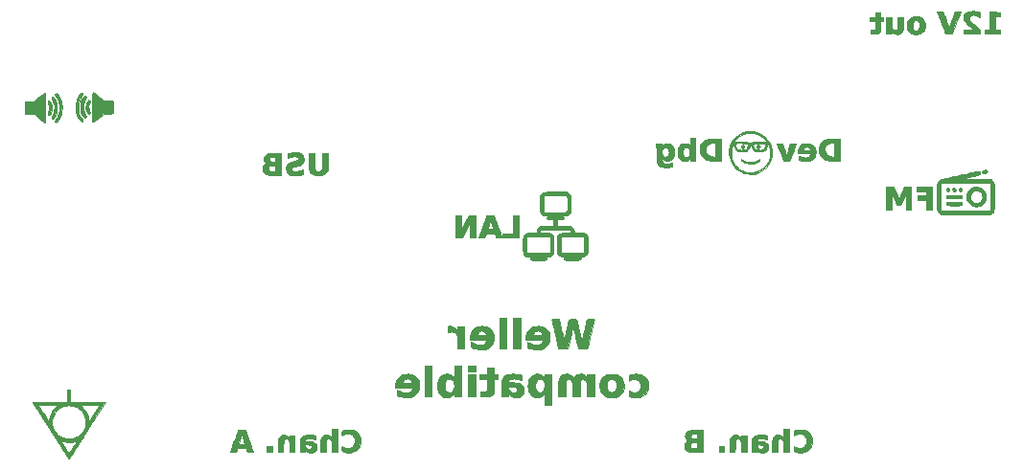
<source format=gbr>
%TF.GenerationSoftware,KiCad,Pcbnew,5.1.9-73d0e3b20d~88~ubuntu18.04.1*%
%TF.CreationDate,2020-12-31T12:10:29+01:00*%
%TF.ProjectId,ss_backpanel-mirrored,73735f62-6163-46b7-9061-6e656c2d6d69,rev?*%
%TF.SameCoordinates,Original*%
%TF.FileFunction,Legend,Bot*%
%TF.FilePolarity,Positive*%
%FSLAX46Y46*%
G04 Gerber Fmt 4.6, Leading zero omitted, Abs format (unit mm)*
G04 Created by KiCad (PCBNEW 5.1.9-73d0e3b20d~88~ubuntu18.04.1) date 2020-12-31 12:10:29*
%MOMM*%
%LPD*%
G01*
G04 APERTURE LIST*
%ADD10C,0.010000*%
G04 APERTURE END LIST*
D10*
%TO.C,G\u002A\u002A\u002A*%
G36*
X226275014Y-74171583D02*
G01*
X226172716Y-74188783D01*
X226028085Y-74215836D01*
X225847206Y-74251421D01*
X225636167Y-74294216D01*
X225401055Y-74342900D01*
X225147957Y-74396153D01*
X224882960Y-74452653D01*
X224612151Y-74511079D01*
X224341617Y-74570111D01*
X224077446Y-74628426D01*
X223825725Y-74684705D01*
X223592540Y-74737626D01*
X223383978Y-74785868D01*
X223206128Y-74828110D01*
X223065075Y-74863031D01*
X222966907Y-74889310D01*
X222917711Y-74905627D01*
X222916875Y-74906039D01*
X222802591Y-74986935D01*
X222726375Y-75094272D01*
X222710525Y-75125476D01*
X222697484Y-75156436D01*
X222686980Y-75192695D01*
X222678737Y-75239798D01*
X222672482Y-75303286D01*
X222667940Y-75388704D01*
X222664837Y-75501595D01*
X222662900Y-75647501D01*
X222661852Y-75831967D01*
X222661422Y-76060536D01*
X222661334Y-76338750D01*
X222661333Y-76409222D01*
X222661382Y-76699446D01*
X222661710Y-76938763D01*
X222662592Y-77132709D01*
X222664301Y-77286821D01*
X222667113Y-77406636D01*
X222671299Y-77497691D01*
X222677136Y-77565523D01*
X222684895Y-77615670D01*
X222694853Y-77653666D01*
X222707281Y-77685051D01*
X222722455Y-77715360D01*
X222726321Y-77722684D01*
X222819037Y-77844473D01*
X222914205Y-77910567D01*
X223037100Y-77975555D01*
X225184605Y-77975382D01*
X225588679Y-77975246D01*
X225940098Y-77974857D01*
X226242650Y-77974141D01*
X226500125Y-77973022D01*
X226716311Y-77971425D01*
X226894997Y-77969275D01*
X227039972Y-77966496D01*
X227155025Y-77963014D01*
X227243945Y-77958754D01*
X227310520Y-77953639D01*
X227358539Y-77947596D01*
X227391792Y-77940548D01*
X227414067Y-77932421D01*
X227416715Y-77931094D01*
X227493348Y-77885016D01*
X227553660Y-77839612D01*
X227584179Y-77810945D01*
X227609557Y-77781654D01*
X227630268Y-77746541D01*
X227646786Y-77700407D01*
X227659586Y-77638052D01*
X227669141Y-77554277D01*
X227675926Y-77443884D01*
X227680414Y-77301674D01*
X227683080Y-77122446D01*
X227684399Y-76901004D01*
X227684843Y-76632146D01*
X227684888Y-76404318D01*
X227374444Y-76404318D01*
X227374261Y-76693069D01*
X227373575Y-76930610D01*
X227372185Y-77122178D01*
X227369889Y-77273006D01*
X227366485Y-77388330D01*
X227361769Y-77473384D01*
X227355541Y-77533404D01*
X227347598Y-77573624D01*
X227337737Y-77599279D01*
X227327737Y-77613500D01*
X227316812Y-77623208D01*
X227300270Y-77631618D01*
X227274256Y-77638823D01*
X227234915Y-77644917D01*
X227178392Y-77649992D01*
X227100834Y-77654140D01*
X226998385Y-77657455D01*
X226867192Y-77660029D01*
X226703399Y-77661955D01*
X226503153Y-77663326D01*
X226262598Y-77664234D01*
X225977880Y-77664772D01*
X225645145Y-77665033D01*
X225260538Y-77665110D01*
X225182848Y-77665111D01*
X224788767Y-77665080D01*
X224447247Y-77664919D01*
X224154409Y-77664526D01*
X223906368Y-77663800D01*
X223699243Y-77662639D01*
X223529153Y-77660941D01*
X223392214Y-77658605D01*
X223284545Y-77655528D01*
X223202263Y-77651610D01*
X223141488Y-77646748D01*
X223098335Y-77640841D01*
X223068924Y-77633787D01*
X223049372Y-77625484D01*
X223035797Y-77615831D01*
X223028222Y-77608667D01*
X223014191Y-77592786D01*
X223002700Y-77572326D01*
X222993495Y-77541911D01*
X222986322Y-77496161D01*
X222980930Y-77429700D01*
X222977064Y-77337148D01*
X222974473Y-77213130D01*
X222972902Y-77052265D01*
X222972098Y-76849178D01*
X222971809Y-76598489D01*
X222971777Y-76409222D01*
X222971869Y-76125011D01*
X222972312Y-75891867D01*
X222973359Y-75704412D01*
X222975264Y-75557267D01*
X222978280Y-75445055D01*
X222982660Y-75362398D01*
X222988656Y-75303919D01*
X222996522Y-75264239D01*
X223006512Y-75237980D01*
X223018877Y-75219765D01*
X223028222Y-75209778D01*
X223039991Y-75199166D01*
X223055178Y-75189974D01*
X223077669Y-75182101D01*
X223111350Y-75175445D01*
X223160110Y-75169903D01*
X223227834Y-75165374D01*
X223318410Y-75161756D01*
X223435724Y-75158945D01*
X223583664Y-75156841D01*
X223766115Y-75155341D01*
X223986966Y-75154344D01*
X224250103Y-75153746D01*
X224559413Y-75153447D01*
X224918783Y-75153344D01*
X225177944Y-75153333D01*
X225573903Y-75153415D01*
X225917247Y-75153716D01*
X226211805Y-75154319D01*
X226461409Y-75155308D01*
X226669886Y-75156766D01*
X226841068Y-75158777D01*
X226978783Y-75161423D01*
X227086861Y-75164790D01*
X227169131Y-75168958D01*
X227229424Y-75174013D01*
X227271569Y-75180038D01*
X227299395Y-75187116D01*
X227316732Y-75195330D01*
X227322833Y-75200041D01*
X227335618Y-75214466D01*
X227346105Y-75235905D01*
X227354520Y-75269636D01*
X227361091Y-75320936D01*
X227366042Y-75395085D01*
X227369601Y-75497359D01*
X227371993Y-75633038D01*
X227373444Y-75807398D01*
X227374181Y-76025719D01*
X227374430Y-76293278D01*
X227374444Y-76404318D01*
X227684888Y-76404318D01*
X227684889Y-76400686D01*
X227684846Y-76104135D01*
X227684550Y-75858739D01*
X227683748Y-75659209D01*
X227682189Y-75500257D01*
X227679620Y-75376593D01*
X227675790Y-75282929D01*
X227670445Y-75213976D01*
X227663335Y-75164444D01*
X227654207Y-75129044D01*
X227642808Y-75102488D01*
X227628888Y-75079486D01*
X227621389Y-75068380D01*
X227556902Y-74989166D01*
X227484738Y-74921000D01*
X227478241Y-74916039D01*
X227458542Y-74902562D01*
X227435647Y-74891240D01*
X227404621Y-74881825D01*
X227360532Y-74874071D01*
X227298444Y-74867730D01*
X227213425Y-74862555D01*
X227100538Y-74858298D01*
X226954852Y-74854714D01*
X226771431Y-74851553D01*
X226545342Y-74848570D01*
X226271651Y-74845518D01*
X226017997Y-74842889D01*
X224637400Y-74828778D01*
X225504978Y-74647620D01*
X225721456Y-74601436D01*
X225921155Y-74556955D01*
X226097002Y-74515899D01*
X226241921Y-74479988D01*
X226348840Y-74450944D01*
X226410683Y-74430488D01*
X226421944Y-74424524D01*
X226460647Y-74361270D01*
X226469482Y-74280372D01*
X226446497Y-74210143D01*
X226437466Y-74199422D01*
X226384880Y-74173528D01*
X226328890Y-74165555D01*
X226275014Y-74171583D01*
G37*
X226275014Y-74171583D02*
X226172716Y-74188783D01*
X226028085Y-74215836D01*
X225847206Y-74251421D01*
X225636167Y-74294216D01*
X225401055Y-74342900D01*
X225147957Y-74396153D01*
X224882960Y-74452653D01*
X224612151Y-74511079D01*
X224341617Y-74570111D01*
X224077446Y-74628426D01*
X223825725Y-74684705D01*
X223592540Y-74737626D01*
X223383978Y-74785868D01*
X223206128Y-74828110D01*
X223065075Y-74863031D01*
X222966907Y-74889310D01*
X222917711Y-74905627D01*
X222916875Y-74906039D01*
X222802591Y-74986935D01*
X222726375Y-75094272D01*
X222710525Y-75125476D01*
X222697484Y-75156436D01*
X222686980Y-75192695D01*
X222678737Y-75239798D01*
X222672482Y-75303286D01*
X222667940Y-75388704D01*
X222664837Y-75501595D01*
X222662900Y-75647501D01*
X222661852Y-75831967D01*
X222661422Y-76060536D01*
X222661334Y-76338750D01*
X222661333Y-76409222D01*
X222661382Y-76699446D01*
X222661710Y-76938763D01*
X222662592Y-77132709D01*
X222664301Y-77286821D01*
X222667113Y-77406636D01*
X222671299Y-77497691D01*
X222677136Y-77565523D01*
X222684895Y-77615670D01*
X222694853Y-77653666D01*
X222707281Y-77685051D01*
X222722455Y-77715360D01*
X222726321Y-77722684D01*
X222819037Y-77844473D01*
X222914205Y-77910567D01*
X223037100Y-77975555D01*
X225184605Y-77975382D01*
X225588679Y-77975246D01*
X225940098Y-77974857D01*
X226242650Y-77974141D01*
X226500125Y-77973022D01*
X226716311Y-77971425D01*
X226894997Y-77969275D01*
X227039972Y-77966496D01*
X227155025Y-77963014D01*
X227243945Y-77958754D01*
X227310520Y-77953639D01*
X227358539Y-77947596D01*
X227391792Y-77940548D01*
X227414067Y-77932421D01*
X227416715Y-77931094D01*
X227493348Y-77885016D01*
X227553660Y-77839612D01*
X227584179Y-77810945D01*
X227609557Y-77781654D01*
X227630268Y-77746541D01*
X227646786Y-77700407D01*
X227659586Y-77638052D01*
X227669141Y-77554277D01*
X227675926Y-77443884D01*
X227680414Y-77301674D01*
X227683080Y-77122446D01*
X227684399Y-76901004D01*
X227684843Y-76632146D01*
X227684888Y-76404318D01*
X227374444Y-76404318D01*
X227374261Y-76693069D01*
X227373575Y-76930610D01*
X227372185Y-77122178D01*
X227369889Y-77273006D01*
X227366485Y-77388330D01*
X227361769Y-77473384D01*
X227355541Y-77533404D01*
X227347598Y-77573624D01*
X227337737Y-77599279D01*
X227327737Y-77613500D01*
X227316812Y-77623208D01*
X227300270Y-77631618D01*
X227274256Y-77638823D01*
X227234915Y-77644917D01*
X227178392Y-77649992D01*
X227100834Y-77654140D01*
X226998385Y-77657455D01*
X226867192Y-77660029D01*
X226703399Y-77661955D01*
X226503153Y-77663326D01*
X226262598Y-77664234D01*
X225977880Y-77664772D01*
X225645145Y-77665033D01*
X225260538Y-77665110D01*
X225182848Y-77665111D01*
X224788767Y-77665080D01*
X224447247Y-77664919D01*
X224154409Y-77664526D01*
X223906368Y-77663800D01*
X223699243Y-77662639D01*
X223529153Y-77660941D01*
X223392214Y-77658605D01*
X223284545Y-77655528D01*
X223202263Y-77651610D01*
X223141488Y-77646748D01*
X223098335Y-77640841D01*
X223068924Y-77633787D01*
X223049372Y-77625484D01*
X223035797Y-77615831D01*
X223028222Y-77608667D01*
X223014191Y-77592786D01*
X223002700Y-77572326D01*
X222993495Y-77541911D01*
X222986322Y-77496161D01*
X222980930Y-77429700D01*
X222977064Y-77337148D01*
X222974473Y-77213130D01*
X222972902Y-77052265D01*
X222972098Y-76849178D01*
X222971809Y-76598489D01*
X222971777Y-76409222D01*
X222971869Y-76125011D01*
X222972312Y-75891867D01*
X222973359Y-75704412D01*
X222975264Y-75557267D01*
X222978280Y-75445055D01*
X222982660Y-75362398D01*
X222988656Y-75303919D01*
X222996522Y-75264239D01*
X223006512Y-75237980D01*
X223018877Y-75219765D01*
X223028222Y-75209778D01*
X223039991Y-75199166D01*
X223055178Y-75189974D01*
X223077669Y-75182101D01*
X223111350Y-75175445D01*
X223160110Y-75169903D01*
X223227834Y-75165374D01*
X223318410Y-75161756D01*
X223435724Y-75158945D01*
X223583664Y-75156841D01*
X223766115Y-75155341D01*
X223986966Y-75154344D01*
X224250103Y-75153746D01*
X224559413Y-75153447D01*
X224918783Y-75153344D01*
X225177944Y-75153333D01*
X225573903Y-75153415D01*
X225917247Y-75153716D01*
X226211805Y-75154319D01*
X226461409Y-75155308D01*
X226669886Y-75156766D01*
X226841068Y-75158777D01*
X226978783Y-75161423D01*
X227086861Y-75164790D01*
X227169131Y-75168958D01*
X227229424Y-75174013D01*
X227271569Y-75180038D01*
X227299395Y-75187116D01*
X227316732Y-75195330D01*
X227322833Y-75200041D01*
X227335618Y-75214466D01*
X227346105Y-75235905D01*
X227354520Y-75269636D01*
X227361091Y-75320936D01*
X227366042Y-75395085D01*
X227369601Y-75497359D01*
X227371993Y-75633038D01*
X227373444Y-75807398D01*
X227374181Y-76025719D01*
X227374430Y-76293278D01*
X227374444Y-76404318D01*
X227684888Y-76404318D01*
X227684889Y-76400686D01*
X227684846Y-76104135D01*
X227684550Y-75858739D01*
X227683748Y-75659209D01*
X227682189Y-75500257D01*
X227679620Y-75376593D01*
X227675790Y-75282929D01*
X227670445Y-75213976D01*
X227663335Y-75164444D01*
X227654207Y-75129044D01*
X227642808Y-75102488D01*
X227628888Y-75079486D01*
X227621389Y-75068380D01*
X227556902Y-74989166D01*
X227484738Y-74921000D01*
X227478241Y-74916039D01*
X227458542Y-74902562D01*
X227435647Y-74891240D01*
X227404621Y-74881825D01*
X227360532Y-74874071D01*
X227298444Y-74867730D01*
X227213425Y-74862555D01*
X227100538Y-74858298D01*
X226954852Y-74854714D01*
X226771431Y-74851553D01*
X226545342Y-74848570D01*
X226271651Y-74845518D01*
X226017997Y-74842889D01*
X224637400Y-74828778D01*
X225504978Y-74647620D01*
X225721456Y-74601436D01*
X225921155Y-74556955D01*
X226097002Y-74515899D01*
X226241921Y-74479988D01*
X226348840Y-74450944D01*
X226410683Y-74430488D01*
X226421944Y-74424524D01*
X226460647Y-74361270D01*
X226469482Y-74280372D01*
X226446497Y-74210143D01*
X226437466Y-74199422D01*
X226384880Y-74173528D01*
X226328890Y-74165555D01*
X226275014Y-74171583D01*
G36*
X220855111Y-75915333D02*
G01*
X221730000Y-75915333D01*
X221730000Y-76310444D01*
X220911555Y-76310444D01*
X220911555Y-76677333D01*
X221730000Y-76677333D01*
X221730000Y-77524000D01*
X222238000Y-77524000D01*
X222238000Y-75548444D01*
X220855111Y-75548444D01*
X220855111Y-75915333D01*
G37*
X220855111Y-75915333D02*
X221730000Y-75915333D01*
X221730000Y-76310444D01*
X220911555Y-76310444D01*
X220911555Y-76677333D01*
X221730000Y-76677333D01*
X221730000Y-77524000D01*
X222238000Y-77524000D01*
X222238000Y-75548444D01*
X220855111Y-75548444D01*
X220855111Y-75915333D01*
G36*
X218174000Y-77524000D02*
G01*
X218652808Y-77524000D01*
X218660348Y-76811389D01*
X218667889Y-76098778D01*
X218893538Y-76629111D01*
X219119188Y-77159445D01*
X219284336Y-77151222D01*
X219449483Y-77143000D01*
X219671316Y-76620889D01*
X219893148Y-76098778D01*
X219894352Y-76811389D01*
X219895555Y-77524000D01*
X220375333Y-77524000D01*
X220375333Y-75548444D01*
X219732575Y-75548444D01*
X219557413Y-75964722D01*
X219493342Y-76116539D01*
X219432914Y-76258910D01*
X219381315Y-76379674D01*
X219343730Y-76466671D01*
X219331733Y-76493889D01*
X219281214Y-76606778D01*
X219220531Y-76465667D01*
X219187012Y-76387433D01*
X219137457Y-76271404D01*
X219077902Y-76131733D01*
X219014387Y-75982574D01*
X218997787Y-75943556D01*
X218835726Y-75562556D01*
X218504863Y-75554604D01*
X218174000Y-75546653D01*
X218174000Y-77524000D01*
G37*
X218174000Y-77524000D02*
X218652808Y-77524000D01*
X218660348Y-76811389D01*
X218667889Y-76098778D01*
X218893538Y-76629111D01*
X219119188Y-77159445D01*
X219284336Y-77151222D01*
X219449483Y-77143000D01*
X219671316Y-76620889D01*
X219893148Y-76098778D01*
X219894352Y-76811389D01*
X219895555Y-77524000D01*
X220375333Y-77524000D01*
X220375333Y-75548444D01*
X219732575Y-75548444D01*
X219557413Y-75964722D01*
X219493342Y-76116539D01*
X219432914Y-76258910D01*
X219381315Y-76379674D01*
X219343730Y-76466671D01*
X219331733Y-76493889D01*
X219281214Y-76606778D01*
X219220531Y-76465667D01*
X219187012Y-76387433D01*
X219137457Y-76271404D01*
X219077902Y-76131733D01*
X219014387Y-75982574D01*
X218997787Y-75943556D01*
X218835726Y-75562556D01*
X218504863Y-75554604D01*
X218174000Y-75546653D01*
X218174000Y-77524000D01*
G36*
X226861152Y-74038849D02*
G01*
X226773293Y-74061264D01*
X226703380Y-74092689D01*
X226690055Y-74102447D01*
X226651326Y-74167059D01*
X226642550Y-74248476D01*
X226665641Y-74318717D01*
X226674533Y-74329244D01*
X226733751Y-74354589D01*
X226827592Y-74358407D01*
X226938389Y-74340427D01*
X226962816Y-74333660D01*
X227048078Y-74286363D01*
X227090368Y-74216494D01*
X227085913Y-74137450D01*
X227037541Y-74068373D01*
X226986317Y-74037152D01*
X226917859Y-74031676D01*
X226861152Y-74038849D01*
G37*
X226861152Y-74038849D02*
X226773293Y-74061264D01*
X226703380Y-74092689D01*
X226690055Y-74102447D01*
X226651326Y-74167059D01*
X226642550Y-74248476D01*
X226665641Y-74318717D01*
X226674533Y-74329244D01*
X226733751Y-74354589D01*
X226827592Y-74358407D01*
X226938389Y-74340427D01*
X226962816Y-74333660D01*
X227048078Y-74286363D01*
X227090368Y-74216494D01*
X227085913Y-74137450D01*
X227037541Y-74068373D01*
X226986317Y-74037152D01*
X226917859Y-74031676D01*
X226861152Y-74038849D01*
G36*
X225960315Y-75567498D02*
G01*
X225765117Y-75627722D01*
X225594555Y-75729426D01*
X225453777Y-75866054D01*
X225347931Y-76031050D01*
X225282166Y-76217856D01*
X225261629Y-76419918D01*
X225291470Y-76630678D01*
X225301981Y-76667087D01*
X225340830Y-76768825D01*
X225394566Y-76857934D01*
X225475654Y-76953251D01*
X225524334Y-77003134D01*
X225702057Y-77147526D01*
X225890447Y-77236497D01*
X226089609Y-77270072D01*
X226299649Y-77248275D01*
X226405506Y-77217759D01*
X226597397Y-77123960D01*
X226754420Y-76991920D01*
X226873199Y-76829827D01*
X226950358Y-76645868D01*
X226982335Y-76449371D01*
X226666228Y-76449371D01*
X226627344Y-76609174D01*
X226625208Y-76614355D01*
X226536868Y-76760122D01*
X226415695Y-76867455D01*
X226271927Y-76933321D01*
X226115800Y-76954688D01*
X225957549Y-76928525D01*
X225812163Y-76855192D01*
X225690364Y-76738007D01*
X225613328Y-76597353D01*
X225580904Y-76443831D01*
X225592937Y-76288040D01*
X225649276Y-76140581D01*
X225749768Y-76012053D01*
X225825181Y-75952358D01*
X225974643Y-75882511D01*
X226125942Y-75862371D01*
X226271826Y-75885938D01*
X226405044Y-75947212D01*
X226518344Y-76040193D01*
X226604476Y-76158879D01*
X226656188Y-76297272D01*
X226666228Y-76449371D01*
X226982335Y-76449371D01*
X226982521Y-76448234D01*
X226966313Y-76245110D01*
X226898357Y-76044687D01*
X226893345Y-76034493D01*
X226771126Y-75844801D01*
X226617733Y-75702132D01*
X226433590Y-75606766D01*
X226219118Y-75558985D01*
X226175000Y-75555311D01*
X225960315Y-75567498D01*
G37*
X225960315Y-75567498D02*
X225765117Y-75627722D01*
X225594555Y-75729426D01*
X225453777Y-75866054D01*
X225347931Y-76031050D01*
X225282166Y-76217856D01*
X225261629Y-76419918D01*
X225291470Y-76630678D01*
X225301981Y-76667087D01*
X225340830Y-76768825D01*
X225394566Y-76857934D01*
X225475654Y-76953251D01*
X225524334Y-77003134D01*
X225702057Y-77147526D01*
X225890447Y-77236497D01*
X226089609Y-77270072D01*
X226299649Y-77248275D01*
X226405506Y-77217759D01*
X226597397Y-77123960D01*
X226754420Y-76991920D01*
X226873199Y-76829827D01*
X226950358Y-76645868D01*
X226982335Y-76449371D01*
X226666228Y-76449371D01*
X226627344Y-76609174D01*
X226625208Y-76614355D01*
X226536868Y-76760122D01*
X226415695Y-76867455D01*
X226271927Y-76933321D01*
X226115800Y-76954688D01*
X225957549Y-76928525D01*
X225812163Y-76855192D01*
X225690364Y-76738007D01*
X225613328Y-76597353D01*
X225580904Y-76443831D01*
X225592937Y-76288040D01*
X225649276Y-76140581D01*
X225749768Y-76012053D01*
X225825181Y-75952358D01*
X225974643Y-75882511D01*
X226125942Y-75862371D01*
X226271826Y-75885938D01*
X226405044Y-75947212D01*
X226518344Y-76040193D01*
X226604476Y-76158879D01*
X226656188Y-76297272D01*
X226666228Y-76449371D01*
X226982335Y-76449371D01*
X226982521Y-76448234D01*
X226966313Y-76245110D01*
X226898357Y-76044687D01*
X226893345Y-76034493D01*
X226771126Y-75844801D01*
X226617733Y-75702132D01*
X226433590Y-75606766D01*
X226219118Y-75558985D01*
X226175000Y-75555311D01*
X225960315Y-75567498D01*
G36*
X223950339Y-76875254D02*
G01*
X223797381Y-76876747D01*
X223685800Y-76879961D01*
X223608064Y-76885492D01*
X223556641Y-76893933D01*
X223523998Y-76905879D01*
X223502604Y-76921925D01*
X223498263Y-76926500D01*
X223456128Y-77007184D01*
X223465949Y-77088883D01*
X223503166Y-77138626D01*
X223526873Y-77154276D01*
X223563701Y-77166058D01*
X223621081Y-77174497D01*
X223706444Y-77180118D01*
X223827220Y-77183446D01*
X223990841Y-77185005D01*
X224164373Y-77185333D01*
X224370171Y-77184793D01*
X224526745Y-77182848D01*
X224641307Y-77179007D01*
X224721070Y-77172782D01*
X224773247Y-77163683D01*
X224805050Y-77151222D01*
X224818317Y-77140984D01*
X224857846Y-77066177D01*
X224851587Y-76982434D01*
X224811055Y-76921596D01*
X224787301Y-76905918D01*
X224750401Y-76894123D01*
X224692908Y-76885682D01*
X224607376Y-76880067D01*
X224486356Y-76876751D01*
X224322403Y-76875205D01*
X224152207Y-76874889D01*
X223950339Y-76875254D01*
G37*
X223950339Y-76875254D02*
X223797381Y-76876747D01*
X223685800Y-76879961D01*
X223608064Y-76885492D01*
X223556641Y-76893933D01*
X223523998Y-76905879D01*
X223502604Y-76921925D01*
X223498263Y-76926500D01*
X223456128Y-77007184D01*
X223465949Y-77088883D01*
X223503166Y-77138626D01*
X223526873Y-77154276D01*
X223563701Y-77166058D01*
X223621081Y-77174497D01*
X223706444Y-77180118D01*
X223827220Y-77183446D01*
X223990841Y-77185005D01*
X224164373Y-77185333D01*
X224370171Y-77184793D01*
X224526745Y-77182848D01*
X224641307Y-77179007D01*
X224721070Y-77172782D01*
X224773247Y-77163683D01*
X224805050Y-77151222D01*
X224818317Y-77140984D01*
X224857846Y-77066177D01*
X224851587Y-76982434D01*
X224811055Y-76921596D01*
X224787301Y-76905918D01*
X224750401Y-76894123D01*
X224692908Y-76885682D01*
X224607376Y-76880067D01*
X224486356Y-76876751D01*
X224322403Y-76875205D01*
X224152207Y-76874889D01*
X223950339Y-76875254D01*
G36*
X223950339Y-76254365D02*
G01*
X223797381Y-76255858D01*
X223685800Y-76259072D01*
X223608064Y-76264603D01*
X223556641Y-76273044D01*
X223523998Y-76284990D01*
X223502604Y-76301036D01*
X223498263Y-76305611D01*
X223456128Y-76386295D01*
X223465949Y-76467994D01*
X223503166Y-76517737D01*
X223526920Y-76533415D01*
X223563820Y-76545210D01*
X223621313Y-76553652D01*
X223706846Y-76559266D01*
X223827865Y-76562582D01*
X223991819Y-76564128D01*
X224162015Y-76564444D01*
X224363883Y-76564079D01*
X224516841Y-76562586D01*
X224628422Y-76559372D01*
X224706158Y-76553841D01*
X224757581Y-76545400D01*
X224790224Y-76533454D01*
X224811618Y-76517408D01*
X224815959Y-76512833D01*
X224858093Y-76432149D01*
X224848273Y-76350450D01*
X224811055Y-76300707D01*
X224787301Y-76285029D01*
X224750401Y-76273234D01*
X224692908Y-76264793D01*
X224607376Y-76259178D01*
X224486356Y-76255862D01*
X224322403Y-76254316D01*
X224152207Y-76254000D01*
X223950339Y-76254365D01*
G37*
X223950339Y-76254365D02*
X223797381Y-76255858D01*
X223685800Y-76259072D01*
X223608064Y-76264603D01*
X223556641Y-76273044D01*
X223523998Y-76284990D01*
X223502604Y-76301036D01*
X223498263Y-76305611D01*
X223456128Y-76386295D01*
X223465949Y-76467994D01*
X223503166Y-76517737D01*
X223526920Y-76533415D01*
X223563820Y-76545210D01*
X223621313Y-76553652D01*
X223706846Y-76559266D01*
X223827865Y-76562582D01*
X223991819Y-76564128D01*
X224162015Y-76564444D01*
X224363883Y-76564079D01*
X224516841Y-76562586D01*
X224628422Y-76559372D01*
X224706158Y-76553841D01*
X224757581Y-76545400D01*
X224790224Y-76533454D01*
X224811618Y-76517408D01*
X224815959Y-76512833D01*
X224858093Y-76432149D01*
X224848273Y-76350450D01*
X224811055Y-76300707D01*
X224787301Y-76285029D01*
X224750401Y-76273234D01*
X224692908Y-76264793D01*
X224607376Y-76259178D01*
X224486356Y-76255862D01*
X224322403Y-76254316D01*
X224152207Y-76254000D01*
X223950339Y-76254365D01*
G36*
X224630077Y-75655664D02*
G01*
X224569709Y-75716336D01*
X224552222Y-75788749D01*
X224575582Y-75853269D01*
X224630939Y-75911922D01*
X224696206Y-75942681D01*
X224707444Y-75943556D01*
X224751129Y-75928599D01*
X224799942Y-75899622D01*
X224851731Y-75835931D01*
X224861702Y-75760517D01*
X224834857Y-75690607D01*
X224776196Y-75643428D01*
X224722578Y-75633111D01*
X224630077Y-75655664D01*
G37*
X224630077Y-75655664D02*
X224569709Y-75716336D01*
X224552222Y-75788749D01*
X224575582Y-75853269D01*
X224630939Y-75911922D01*
X224696206Y-75942681D01*
X224707444Y-75943556D01*
X224751129Y-75928599D01*
X224799942Y-75899622D01*
X224851731Y-75835931D01*
X224861702Y-75760517D01*
X224834857Y-75690607D01*
X224776196Y-75643428D01*
X224722578Y-75633111D01*
X224630077Y-75655664D01*
G36*
X224073808Y-75652173D02*
G01*
X224026083Y-75710349D01*
X224016000Y-75777851D01*
X224038513Y-75869717D01*
X224098380Y-75925686D01*
X224184095Y-75938120D01*
X224236546Y-75924257D01*
X224273769Y-75888599D01*
X224300796Y-75838009D01*
X224308011Y-75752066D01*
X224270668Y-75679856D01*
X224199894Y-75637818D01*
X224162105Y-75633111D01*
X224073808Y-75652173D01*
G37*
X224073808Y-75652173D02*
X224026083Y-75710349D01*
X224016000Y-75777851D01*
X224038513Y-75869717D01*
X224098380Y-75925686D01*
X224184095Y-75938120D01*
X224236546Y-75924257D01*
X224273769Y-75888599D01*
X224300796Y-75838009D01*
X224308011Y-75752066D01*
X224270668Y-75679856D01*
X224199894Y-75637818D01*
X224162105Y-75633111D01*
X224073808Y-75652173D01*
G36*
X223529322Y-75654063D02*
G01*
X223471704Y-75707952D01*
X223455089Y-75781332D01*
X223485506Y-75860754D01*
X223508000Y-75887111D01*
X223573317Y-75935068D01*
X223636684Y-75934524D01*
X223699276Y-75899622D01*
X223751064Y-75835931D01*
X223761035Y-75760517D01*
X223734190Y-75690607D01*
X223675530Y-75643428D01*
X223621912Y-75633111D01*
X223529322Y-75654063D01*
G37*
X223529322Y-75654063D02*
X223471704Y-75707952D01*
X223455089Y-75781332D01*
X223485506Y-75860754D01*
X223508000Y-75887111D01*
X223573317Y-75935068D01*
X223636684Y-75934524D01*
X223699276Y-75899622D01*
X223751064Y-75835931D01*
X223761035Y-75760517D01*
X223734190Y-75690607D01*
X223675530Y-75643428D01*
X223621912Y-75633111D01*
X223529322Y-75654063D01*
G36*
X220702013Y-60472509D02*
G01*
X220546720Y-60494987D01*
X220520582Y-60501917D01*
X220357286Y-60573418D01*
X220212902Y-60682009D01*
X220101552Y-60815379D01*
X220053859Y-60908795D01*
X220016449Y-61057454D01*
X220002211Y-61233241D01*
X220011144Y-61411814D01*
X220043249Y-61568832D01*
X220053859Y-61599204D01*
X220133087Y-61736498D01*
X220252805Y-61860714D01*
X220397069Y-61957633D01*
X220505467Y-62002019D01*
X220679611Y-62034320D01*
X220872829Y-62039176D01*
X221056487Y-62016663D01*
X221119676Y-62000378D01*
X221262155Y-61933143D01*
X221395920Y-61828764D01*
X221503937Y-61702782D01*
X221559475Y-61599204D01*
X221596662Y-61451641D01*
X221611048Y-61276927D01*
X221607201Y-61195880D01*
X221112223Y-61195880D01*
X221107501Y-61386360D01*
X221069865Y-61533530D01*
X221000007Y-61636240D01*
X220898616Y-61693336D01*
X220806667Y-61705555D01*
X220700291Y-61686389D01*
X220629071Y-61648669D01*
X220553513Y-61556783D01*
X220510457Y-61424051D01*
X220499079Y-61247564D01*
X220501110Y-61195880D01*
X220527178Y-61028289D01*
X220583020Y-60906449D01*
X220667312Y-60831680D01*
X220778725Y-60805299D01*
X220880784Y-60818440D01*
X220983579Y-60863498D01*
X221053928Y-60942098D01*
X221095919Y-61060908D01*
X221112223Y-61195880D01*
X221607201Y-61195880D01*
X221602616Y-61099294D01*
X221571348Y-60942978D01*
X221559962Y-60910072D01*
X221486032Y-60780373D01*
X221374497Y-60658063D01*
X221243211Y-60561014D01*
X221179297Y-60529017D01*
X221041987Y-60490499D01*
X220874997Y-60471338D01*
X220702013Y-60472509D01*
G37*
X220702013Y-60472509D02*
X220546720Y-60494987D01*
X220520582Y-60501917D01*
X220357286Y-60573418D01*
X220212902Y-60682009D01*
X220101552Y-60815379D01*
X220053859Y-60908795D01*
X220016449Y-61057454D01*
X220002211Y-61233241D01*
X220011144Y-61411814D01*
X220043249Y-61568832D01*
X220053859Y-61599204D01*
X220133087Y-61736498D01*
X220252805Y-61860714D01*
X220397069Y-61957633D01*
X220505467Y-62002019D01*
X220679611Y-62034320D01*
X220872829Y-62039176D01*
X221056487Y-62016663D01*
X221119676Y-62000378D01*
X221262155Y-61933143D01*
X221395920Y-61828764D01*
X221503937Y-61702782D01*
X221559475Y-61599204D01*
X221596662Y-61451641D01*
X221611048Y-61276927D01*
X221607201Y-61195880D01*
X221112223Y-61195880D01*
X221107501Y-61386360D01*
X221069865Y-61533530D01*
X221000007Y-61636240D01*
X220898616Y-61693336D01*
X220806667Y-61705555D01*
X220700291Y-61686389D01*
X220629071Y-61648669D01*
X220553513Y-61556783D01*
X220510457Y-61424051D01*
X220499079Y-61247564D01*
X220501110Y-61195880D01*
X220527178Y-61028289D01*
X220583020Y-60906449D01*
X220667312Y-60831680D01*
X220778725Y-60805299D01*
X220880784Y-60818440D01*
X220983579Y-60863498D01*
X221053928Y-60942098D01*
X221095919Y-61060908D01*
X221112223Y-61195880D01*
X221607201Y-61195880D01*
X221602616Y-61099294D01*
X221571348Y-60942978D01*
X221559962Y-60910072D01*
X221486032Y-60780373D01*
X221374497Y-60658063D01*
X221243211Y-60561014D01*
X221179297Y-60529017D01*
X221041987Y-60490499D01*
X220874997Y-60471338D01*
X220702013Y-60472509D01*
G36*
X219197327Y-60950611D02*
G01*
X219194501Y-61177392D01*
X219185455Y-61353484D01*
X219168142Y-61484488D01*
X219140517Y-61576003D01*
X219100535Y-61633630D01*
X219046150Y-61662971D01*
X218975316Y-61669625D01*
X218935838Y-61666517D01*
X218846343Y-61648711D01*
X218777206Y-61614084D01*
X218725631Y-61556017D01*
X218688819Y-61467890D01*
X218663972Y-61343085D01*
X218648293Y-61174982D01*
X218639210Y-60964722D01*
X218626113Y-60520222D01*
X218182000Y-60520222D01*
X218182000Y-62016000D01*
X218633556Y-62016000D01*
X218633556Y-61917222D01*
X218640948Y-61843267D01*
X218665656Y-61822643D01*
X218711480Y-61853914D01*
X218735015Y-61878874D01*
X218850770Y-61969254D01*
X218995987Y-62023553D01*
X219154831Y-62039370D01*
X219311470Y-62014301D01*
X219396684Y-61979233D01*
X219518473Y-61886518D01*
X219584567Y-61791350D01*
X219606617Y-61746812D01*
X219623029Y-61702373D01*
X219634631Y-61649141D01*
X219642252Y-61578224D01*
X219646723Y-61480728D01*
X219648871Y-61347763D01*
X219649526Y-61170435D01*
X219649556Y-61094338D01*
X219649556Y-60520222D01*
X219198000Y-60520222D01*
X219197327Y-60950611D01*
G37*
X219197327Y-60950611D02*
X219194501Y-61177392D01*
X219185455Y-61353484D01*
X219168142Y-61484488D01*
X219140517Y-61576003D01*
X219100535Y-61633630D01*
X219046150Y-61662971D01*
X218975316Y-61669625D01*
X218935838Y-61666517D01*
X218846343Y-61648711D01*
X218777206Y-61614084D01*
X218725631Y-61556017D01*
X218688819Y-61467890D01*
X218663972Y-61343085D01*
X218648293Y-61174982D01*
X218639210Y-60964722D01*
X218626113Y-60520222D01*
X218182000Y-60520222D01*
X218182000Y-62016000D01*
X218633556Y-62016000D01*
X218633556Y-61917222D01*
X218640948Y-61843267D01*
X218665656Y-61822643D01*
X218711480Y-61853914D01*
X218735015Y-61878874D01*
X218850770Y-61969254D01*
X218995987Y-62023553D01*
X219154831Y-62039370D01*
X219311470Y-62014301D01*
X219396684Y-61979233D01*
X219518473Y-61886518D01*
X219584567Y-61791350D01*
X219606617Y-61746812D01*
X219623029Y-61702373D01*
X219634631Y-61649141D01*
X219642252Y-61578224D01*
X219646723Y-61480728D01*
X219648871Y-61347763D01*
X219649526Y-61170435D01*
X219649556Y-61094338D01*
X219649556Y-60520222D01*
X219198000Y-60520222D01*
X219197327Y-60950611D01*
G36*
X227297778Y-61649111D02*
G01*
X226846222Y-61649111D01*
X226846222Y-62016000D01*
X228229111Y-62016000D01*
X228229111Y-61649111D01*
X227777556Y-61649111D01*
X227777556Y-61028222D01*
X227778472Y-60847928D01*
X227781037Y-60688301D01*
X227784976Y-60557379D01*
X227790016Y-60463200D01*
X227795882Y-60413802D01*
X227798722Y-60408324D01*
X227835296Y-60414501D01*
X227910379Y-60429697D01*
X228003333Y-60449666D01*
X228099804Y-60470371D01*
X228173671Y-60485271D01*
X228207945Y-60491008D01*
X228218778Y-60465817D01*
X228226410Y-60398997D01*
X228229111Y-60310841D01*
X228229111Y-60129682D01*
X228095056Y-60097166D01*
X228011611Y-60082574D01*
X227889560Y-60068261D01*
X227746718Y-60056066D01*
X227629389Y-60049069D01*
X227297778Y-60033487D01*
X227297778Y-61649111D01*
G37*
X227297778Y-61649111D02*
X226846222Y-61649111D01*
X226846222Y-62016000D01*
X228229111Y-62016000D01*
X228229111Y-61649111D01*
X227777556Y-61649111D01*
X227777556Y-61028222D01*
X227778472Y-60847928D01*
X227781037Y-60688301D01*
X227784976Y-60557379D01*
X227790016Y-60463200D01*
X227795882Y-60413802D01*
X227798722Y-60408324D01*
X227835296Y-60414501D01*
X227910379Y-60429697D01*
X228003333Y-60449666D01*
X228099804Y-60470371D01*
X228173671Y-60485271D01*
X228207945Y-60491008D01*
X228218778Y-60465817D01*
X228226410Y-60398997D01*
X228229111Y-60310841D01*
X228229111Y-60129682D01*
X228095056Y-60097166D01*
X228011611Y-60082574D01*
X227889560Y-60068261D01*
X227746718Y-60056066D01*
X227629389Y-60049069D01*
X227297778Y-60033487D01*
X227297778Y-61649111D01*
G36*
X225628682Y-59995259D02*
G01*
X225430944Y-60035590D01*
X225267885Y-60108079D01*
X225236534Y-60129095D01*
X225121218Y-60245516D01*
X225047006Y-60391183D01*
X225016414Y-60554149D01*
X225031961Y-60722466D01*
X225082661Y-60859521D01*
X225140335Y-60943955D01*
X225241483Y-61059512D01*
X225384005Y-61204006D01*
X225565805Y-61375255D01*
X225659778Y-61460381D01*
X225870333Y-61649111D01*
X225011778Y-61649111D01*
X225011778Y-62016000D01*
X226422889Y-62016000D01*
X226421239Y-61635000D01*
X226009328Y-61256093D01*
X225837875Y-61095256D01*
X225707048Y-60963719D01*
X225613380Y-60855542D01*
X225553404Y-60764788D01*
X225523651Y-60685519D01*
X225520655Y-60611796D01*
X225540948Y-60537681D01*
X225562589Y-60491076D01*
X225640724Y-60397046D01*
X225753632Y-60342802D01*
X225895537Y-60328871D01*
X226060659Y-60355775D01*
X226243220Y-60424042D01*
X226252391Y-60428401D01*
X226422889Y-60510232D01*
X226422889Y-60101266D01*
X226331167Y-60072337D01*
X226088675Y-60013120D01*
X225851220Y-59987598D01*
X225628682Y-59995259D01*
G37*
X225628682Y-59995259D02*
X225430944Y-60035590D01*
X225267885Y-60108079D01*
X225236534Y-60129095D01*
X225121218Y-60245516D01*
X225047006Y-60391183D01*
X225016414Y-60554149D01*
X225031961Y-60722466D01*
X225082661Y-60859521D01*
X225140335Y-60943955D01*
X225241483Y-61059512D01*
X225384005Y-61204006D01*
X225565805Y-61375255D01*
X225659778Y-61460381D01*
X225870333Y-61649111D01*
X225011778Y-61649111D01*
X225011778Y-62016000D01*
X226422889Y-62016000D01*
X226421239Y-61635000D01*
X226009328Y-61256093D01*
X225837875Y-61095256D01*
X225707048Y-60963719D01*
X225613380Y-60855542D01*
X225553404Y-60764788D01*
X225523651Y-60685519D01*
X225520655Y-60611796D01*
X225540948Y-60537681D01*
X225562589Y-60491076D01*
X225640724Y-60397046D01*
X225753632Y-60342802D01*
X225895537Y-60328871D01*
X226060659Y-60355775D01*
X226243220Y-60424042D01*
X226252391Y-60428401D01*
X226422889Y-60510232D01*
X226422889Y-60101266D01*
X226331167Y-60072337D01*
X226088675Y-60013120D01*
X225851220Y-59987598D01*
X225628682Y-59995259D01*
G36*
X223983293Y-60738944D02*
G01*
X223915732Y-60926725D01*
X223853810Y-61096907D01*
X223800207Y-61242278D01*
X223757605Y-61355625D01*
X223728683Y-61429734D01*
X223716387Y-61457151D01*
X223702876Y-61437031D01*
X223673398Y-61370284D01*
X223630561Y-61263582D01*
X223576972Y-61123599D01*
X223515241Y-60957008D01*
X223447976Y-60770481D01*
X223447836Y-60770087D01*
X223379635Y-60581408D01*
X223315980Y-60410767D01*
X223259680Y-60265265D01*
X223213543Y-60152000D01*
X223180377Y-60078072D01*
X223163254Y-60050662D01*
X223120923Y-60045683D01*
X223038278Y-60043837D01*
X222931380Y-60045396D01*
X222904584Y-60046282D01*
X222678885Y-60054555D01*
X222997970Y-60915333D01*
X223077412Y-61129567D01*
X223152476Y-61331853D01*
X223220404Y-61514772D01*
X223278439Y-61670904D01*
X223323823Y-61792828D01*
X223353799Y-61873124D01*
X223362417Y-61896055D01*
X223407780Y-62016000D01*
X224013292Y-62016000D01*
X224371424Y-61047459D01*
X224453119Y-60826013D01*
X224528268Y-60621331D01*
X224594691Y-60439425D01*
X224650211Y-60286304D01*
X224692647Y-60167978D01*
X224719821Y-60090458D01*
X224729554Y-60059753D01*
X224729556Y-60059681D01*
X224703461Y-60051120D01*
X224633670Y-60044518D01*
X224532921Y-60040864D01*
X224481406Y-60040444D01*
X224233256Y-60040444D01*
X223983293Y-60738944D01*
G37*
X223983293Y-60738944D02*
X223915732Y-60926725D01*
X223853810Y-61096907D01*
X223800207Y-61242278D01*
X223757605Y-61355625D01*
X223728683Y-61429734D01*
X223716387Y-61457151D01*
X223702876Y-61437031D01*
X223673398Y-61370284D01*
X223630561Y-61263582D01*
X223576972Y-61123599D01*
X223515241Y-60957008D01*
X223447976Y-60770481D01*
X223447836Y-60770087D01*
X223379635Y-60581408D01*
X223315980Y-60410767D01*
X223259680Y-60265265D01*
X223213543Y-60152000D01*
X223180377Y-60078072D01*
X223163254Y-60050662D01*
X223120923Y-60045683D01*
X223038278Y-60043837D01*
X222931380Y-60045396D01*
X222904584Y-60046282D01*
X222678885Y-60054555D01*
X222997970Y-60915333D01*
X223077412Y-61129567D01*
X223152476Y-61331853D01*
X223220404Y-61514772D01*
X223278439Y-61670904D01*
X223323823Y-61792828D01*
X223353799Y-61873124D01*
X223362417Y-61896055D01*
X223407780Y-62016000D01*
X224013292Y-62016000D01*
X224371424Y-61047459D01*
X224453119Y-60826013D01*
X224528268Y-60621331D01*
X224594691Y-60439425D01*
X224650211Y-60286304D01*
X224692647Y-60167978D01*
X224719821Y-60090458D01*
X224729554Y-60059753D01*
X224729556Y-60059681D01*
X224703461Y-60051120D01*
X224633670Y-60044518D01*
X224532921Y-60040864D01*
X224481406Y-60040444D01*
X224233256Y-60040444D01*
X223983293Y-60738944D01*
G36*
X217222445Y-60520222D02*
G01*
X216714445Y-60520222D01*
X216714445Y-60858888D01*
X217222445Y-60858888D01*
X217222029Y-61190500D01*
X217220154Y-61363450D01*
X217212076Y-61488138D01*
X217193366Y-61572720D01*
X217159593Y-61625349D01*
X217106327Y-61654181D01*
X217029137Y-61667370D01*
X216960670Y-61671567D01*
X216770889Y-61679912D01*
X216770889Y-62016000D01*
X217046056Y-62013454D01*
X217175362Y-62009687D01*
X217292251Y-62001714D01*
X217379128Y-61990933D01*
X217405889Y-61984901D01*
X217495730Y-61950163D01*
X217563476Y-61903400D01*
X217612070Y-61836909D01*
X217644459Y-61742989D01*
X217663585Y-61613940D01*
X217672393Y-61442058D01*
X217674000Y-61283623D01*
X217674000Y-60858888D01*
X217928000Y-60858888D01*
X217928000Y-60520222D01*
X217674000Y-60520222D01*
X217674000Y-60125111D01*
X217222445Y-60125111D01*
X217222445Y-60520222D01*
G37*
X217222445Y-60520222D02*
X216714445Y-60520222D01*
X216714445Y-60858888D01*
X217222445Y-60858888D01*
X217222029Y-61190500D01*
X217220154Y-61363450D01*
X217212076Y-61488138D01*
X217193366Y-61572720D01*
X217159593Y-61625349D01*
X217106327Y-61654181D01*
X217029137Y-61667370D01*
X216960670Y-61671567D01*
X216770889Y-61679912D01*
X216770889Y-62016000D01*
X217046056Y-62013454D01*
X217175362Y-62009687D01*
X217292251Y-62001714D01*
X217379128Y-61990933D01*
X217405889Y-61984901D01*
X217495730Y-61950163D01*
X217563476Y-61903400D01*
X217612070Y-61836909D01*
X217644459Y-61742989D01*
X217663585Y-61613940D01*
X217672393Y-61442058D01*
X217674000Y-61283623D01*
X217674000Y-60858888D01*
X217928000Y-60858888D01*
X217928000Y-60520222D01*
X217674000Y-60520222D01*
X217674000Y-60125111D01*
X217222445Y-60125111D01*
X217222445Y-60520222D01*
G36*
X144812803Y-67278620D02*
G01*
X144765626Y-67329930D01*
X144758222Y-67364615D01*
X144773342Y-67408277D01*
X144812145Y-67478703D01*
X144845459Y-67530069D01*
X144990020Y-67775185D01*
X145086481Y-68025119D01*
X145138050Y-68291619D01*
X145147939Y-68586438D01*
X145146173Y-68630788D01*
X145134539Y-68798533D01*
X145114301Y-68942248D01*
X145081042Y-69074386D01*
X145030344Y-69207394D01*
X144957790Y-69353723D01*
X144858962Y-69525823D01*
X144786444Y-69644649D01*
X144759942Y-69709098D01*
X144775215Y-69762701D01*
X144831728Y-69814695D01*
X144900457Y-69812545D01*
X144979091Y-69756649D01*
X145010471Y-69722140D01*
X145093839Y-69602771D01*
X145179749Y-69446745D01*
X145259222Y-69272656D01*
X145323273Y-69099103D01*
X145342201Y-69035329D01*
X145377997Y-68844534D01*
X145393787Y-68623170D01*
X145389896Y-68392366D01*
X145366652Y-68173252D01*
X145326071Y-67992341D01*
X145265431Y-67820466D01*
X145194497Y-67657466D01*
X145118270Y-67511726D01*
X145041755Y-67391635D01*
X144969954Y-67305576D01*
X144907869Y-67261938D01*
X144888122Y-67258222D01*
X144812803Y-67278620D01*
G37*
X144812803Y-67278620D02*
X144765626Y-67329930D01*
X144758222Y-67364615D01*
X144773342Y-67408277D01*
X144812145Y-67478703D01*
X144845459Y-67530069D01*
X144990020Y-67775185D01*
X145086481Y-68025119D01*
X145138050Y-68291619D01*
X145147939Y-68586438D01*
X145146173Y-68630788D01*
X145134539Y-68798533D01*
X145114301Y-68942248D01*
X145081042Y-69074386D01*
X145030344Y-69207394D01*
X144957790Y-69353723D01*
X144858962Y-69525823D01*
X144786444Y-69644649D01*
X144759942Y-69709098D01*
X144775215Y-69762701D01*
X144831728Y-69814695D01*
X144900457Y-69812545D01*
X144979091Y-69756649D01*
X145010471Y-69722140D01*
X145093839Y-69602771D01*
X145179749Y-69446745D01*
X145259222Y-69272656D01*
X145323273Y-69099103D01*
X145342201Y-69035329D01*
X145377997Y-68844534D01*
X145393787Y-68623170D01*
X145389896Y-68392366D01*
X145366652Y-68173252D01*
X145326071Y-67992341D01*
X145265431Y-67820466D01*
X145194497Y-67657466D01*
X145118270Y-67511726D01*
X145041755Y-67391635D01*
X144969954Y-67305576D01*
X144907869Y-67261938D01*
X144888122Y-67258222D01*
X144812803Y-67278620D01*
G36*
X143776247Y-67247688D02*
G01*
X143709356Y-67297006D01*
X143614196Y-67372336D01*
X143497837Y-67468061D01*
X143367351Y-67578563D01*
X143346041Y-67596889D01*
X142920306Y-67963778D01*
X142532575Y-67963778D01*
X142347172Y-67966157D01*
X142215935Y-67973406D01*
X142136781Y-67985692D01*
X142110977Y-67997644D01*
X142097182Y-68033793D01*
X142087166Y-68113191D01*
X142080693Y-68239555D01*
X142077528Y-68416605D01*
X142077111Y-68531851D01*
X142077856Y-68717328D01*
X142080525Y-68854381D01*
X142085770Y-68951017D01*
X142094243Y-69015241D01*
X142106596Y-69055061D01*
X142121460Y-69076540D01*
X142150316Y-69095098D01*
X142199480Y-69107922D01*
X142278075Y-69115963D01*
X142395226Y-69120176D01*
X142551849Y-69121501D01*
X142937888Y-69122113D01*
X143344546Y-69474279D01*
X143505037Y-69610895D01*
X143630292Y-69711357D01*
X143725551Y-69778851D01*
X143796053Y-69816563D01*
X143847039Y-69827680D01*
X143883747Y-69815387D01*
X143892740Y-69807630D01*
X143896660Y-69776346D01*
X143900302Y-69694421D01*
X143903582Y-69567657D01*
X143906413Y-69401857D01*
X143908708Y-69202823D01*
X143910382Y-68976358D01*
X143911347Y-68728265D01*
X143911555Y-68543274D01*
X143911409Y-68237032D01*
X143910719Y-67982467D01*
X143909108Y-67774811D01*
X143906200Y-67609297D01*
X143901619Y-67481158D01*
X143894987Y-67385626D01*
X143885927Y-67317933D01*
X143874065Y-67273314D01*
X143859021Y-67246999D01*
X143840421Y-67234222D01*
X143817887Y-67230215D01*
X143807799Y-67230000D01*
X143776247Y-67247688D01*
G37*
X143776247Y-67247688D02*
X143709356Y-67297006D01*
X143614196Y-67372336D01*
X143497837Y-67468061D01*
X143367351Y-67578563D01*
X143346041Y-67596889D01*
X142920306Y-67963778D01*
X142532575Y-67963778D01*
X142347172Y-67966157D01*
X142215935Y-67973406D01*
X142136781Y-67985692D01*
X142110977Y-67997644D01*
X142097182Y-68033793D01*
X142087166Y-68113191D01*
X142080693Y-68239555D01*
X142077528Y-68416605D01*
X142077111Y-68531851D01*
X142077856Y-68717328D01*
X142080525Y-68854381D01*
X142085770Y-68951017D01*
X142094243Y-69015241D01*
X142106596Y-69055061D01*
X142121460Y-69076540D01*
X142150316Y-69095098D01*
X142199480Y-69107922D01*
X142278075Y-69115963D01*
X142395226Y-69120176D01*
X142551849Y-69121501D01*
X142937888Y-69122113D01*
X143344546Y-69474279D01*
X143505037Y-69610895D01*
X143630292Y-69711357D01*
X143725551Y-69778851D01*
X143796053Y-69816563D01*
X143847039Y-69827680D01*
X143883747Y-69815387D01*
X143892740Y-69807630D01*
X143896660Y-69776346D01*
X143900302Y-69694421D01*
X143903582Y-69567657D01*
X143906413Y-69401857D01*
X143908708Y-69202823D01*
X143910382Y-68976358D01*
X143911347Y-68728265D01*
X143911555Y-68543274D01*
X143911409Y-68237032D01*
X143910719Y-67982467D01*
X143909108Y-67774811D01*
X143906200Y-67609297D01*
X143901619Y-67481158D01*
X143894987Y-67385626D01*
X143885927Y-67317933D01*
X143874065Y-67273314D01*
X143859021Y-67246999D01*
X143840421Y-67234222D01*
X143817887Y-67230215D01*
X143807799Y-67230000D01*
X143776247Y-67247688D01*
G36*
X148137999Y-67175722D02*
G01*
X148118242Y-67185377D01*
X148102183Y-67207251D01*
X148089484Y-67246074D01*
X148079807Y-67306577D01*
X148072816Y-67393492D01*
X148068172Y-67511549D01*
X148065539Y-67665479D01*
X148064580Y-67860013D01*
X148064956Y-68099882D01*
X148066331Y-68389817D01*
X148066981Y-68503249D01*
X148074333Y-69755889D01*
X148145952Y-69764241D01*
X148180693Y-69759831D01*
X148229129Y-69736829D01*
X148297126Y-69691013D01*
X148390551Y-69618165D01*
X148515269Y-69514065D01*
X148625730Y-69419131D01*
X149033888Y-69065669D01*
X149419928Y-69065057D01*
X149582516Y-69063616D01*
X149697817Y-69059258D01*
X149774956Y-69051030D01*
X149823057Y-69037979D01*
X149850317Y-69020095D01*
X149866691Y-68995318D01*
X149878603Y-68953295D01*
X149886704Y-68886019D01*
X149891645Y-68785485D01*
X149894080Y-68643686D01*
X149894666Y-68475406D01*
X149893153Y-68270082D01*
X149888457Y-68117407D01*
X149880342Y-68013664D01*
X149868572Y-67955133D01*
X149860800Y-67941200D01*
X149817575Y-67925214D01*
X149723754Y-67914384D01*
X149577255Y-67908543D01*
X149439202Y-67907333D01*
X149051471Y-67907333D01*
X148625736Y-67540444D01*
X148493526Y-67428097D01*
X148374156Y-67329656D01*
X148274737Y-67250744D01*
X148202380Y-67196985D01*
X148164196Y-67174002D01*
X148161789Y-67173556D01*
X148137999Y-67175722D01*
G37*
X148137999Y-67175722D02*
X148118242Y-67185377D01*
X148102183Y-67207251D01*
X148089484Y-67246074D01*
X148079807Y-67306577D01*
X148072816Y-67393492D01*
X148068172Y-67511549D01*
X148065539Y-67665479D01*
X148064580Y-67860013D01*
X148064956Y-68099882D01*
X148066331Y-68389817D01*
X148066981Y-68503249D01*
X148074333Y-69755889D01*
X148145952Y-69764241D01*
X148180693Y-69759831D01*
X148229129Y-69736829D01*
X148297126Y-69691013D01*
X148390551Y-69618165D01*
X148515269Y-69514065D01*
X148625730Y-69419131D01*
X149033888Y-69065669D01*
X149419928Y-69065057D01*
X149582516Y-69063616D01*
X149697817Y-69059258D01*
X149774956Y-69051030D01*
X149823057Y-69037979D01*
X149850317Y-69020095D01*
X149866691Y-68995318D01*
X149878603Y-68953295D01*
X149886704Y-68886019D01*
X149891645Y-68785485D01*
X149894080Y-68643686D01*
X149894666Y-68475406D01*
X149893153Y-68270082D01*
X149888457Y-68117407D01*
X149880342Y-68013664D01*
X149868572Y-67955133D01*
X149860800Y-67941200D01*
X149817575Y-67925214D01*
X149723754Y-67914384D01*
X149577255Y-67908543D01*
X149439202Y-67907333D01*
X149051471Y-67907333D01*
X148625736Y-67540444D01*
X148493526Y-67428097D01*
X148374156Y-67329656D01*
X148274737Y-67250744D01*
X148202380Y-67196985D01*
X148164196Y-67174002D01*
X148161789Y-67173556D01*
X148137999Y-67175722D01*
G36*
X147043834Y-67217665D02*
G01*
X146966569Y-67290662D01*
X146923673Y-67349944D01*
X146761760Y-67633466D01*
X146651307Y-67919354D01*
X146588157Y-68219596D01*
X146574448Y-68356987D01*
X146577280Y-68629939D01*
X146619904Y-68909693D01*
X146698132Y-69181238D01*
X146807776Y-69429559D01*
X146925276Y-69614778D01*
X147015064Y-69715306D01*
X147091673Y-69761757D01*
X147156201Y-69754659D01*
X147178607Y-69737215D01*
X147206814Y-69694625D01*
X147206549Y-69642398D01*
X147175056Y-69569273D01*
X147113034Y-69469178D01*
X146972505Y-69222922D01*
X146879651Y-68973964D01*
X146830126Y-68707587D01*
X146818779Y-68472904D01*
X146842139Y-68166600D01*
X146913350Y-67885023D01*
X147035311Y-67618763D01*
X147126918Y-67472752D01*
X147186536Y-67377187D01*
X147210117Y-67310793D01*
X147200315Y-67261644D01*
X147179689Y-67235644D01*
X147114425Y-67199526D01*
X147043834Y-67217665D01*
G37*
X147043834Y-67217665D02*
X146966569Y-67290662D01*
X146923673Y-67349944D01*
X146761760Y-67633466D01*
X146651307Y-67919354D01*
X146588157Y-68219596D01*
X146574448Y-68356987D01*
X146577280Y-68629939D01*
X146619904Y-68909693D01*
X146698132Y-69181238D01*
X146807776Y-69429559D01*
X146925276Y-69614778D01*
X147015064Y-69715306D01*
X147091673Y-69761757D01*
X147156201Y-69754659D01*
X147178607Y-69737215D01*
X147206814Y-69694625D01*
X147206549Y-69642398D01*
X147175056Y-69569273D01*
X147113034Y-69469178D01*
X146972505Y-69222922D01*
X146879651Y-68973964D01*
X146830126Y-68707587D01*
X146818779Y-68472904D01*
X146842139Y-68166600D01*
X146913350Y-67885023D01*
X147035311Y-67618763D01*
X147126918Y-67472752D01*
X147186536Y-67377187D01*
X147210117Y-67310793D01*
X147200315Y-67261644D01*
X147179689Y-67235644D01*
X147114425Y-67199526D01*
X147043834Y-67217665D01*
G36*
X144493041Y-67593335D02*
G01*
X144464268Y-67632630D01*
X144467555Y-67698872D01*
X144502950Y-67798941D01*
X144556154Y-67911439D01*
X144614479Y-68039938D01*
X144665119Y-68173750D01*
X144699358Y-68289174D01*
X144705107Y-68316556D01*
X144722361Y-68553038D01*
X144694810Y-68797031D01*
X144625899Y-69030533D01*
X144533432Y-69213591D01*
X144472347Y-69323541D01*
X144450278Y-69403467D01*
X144465485Y-69462393D01*
X144481644Y-69482133D01*
X144545739Y-69514274D01*
X144616540Y-69491558D01*
X144685304Y-69422828D01*
X144803116Y-69226748D01*
X144888984Y-68996394D01*
X144940440Y-68745628D01*
X144955017Y-68488313D01*
X144930248Y-68238311D01*
X144911282Y-68152989D01*
X144861377Y-67994354D01*
X144799458Y-67849208D01*
X144730927Y-67726296D01*
X144661184Y-67634363D01*
X144595629Y-67582156D01*
X144553826Y-67574109D01*
X144493041Y-67593335D01*
G37*
X144493041Y-67593335D02*
X144464268Y-67632630D01*
X144467555Y-67698872D01*
X144502950Y-67798941D01*
X144556154Y-67911439D01*
X144614479Y-68039938D01*
X144665119Y-68173750D01*
X144699358Y-68289174D01*
X144705107Y-68316556D01*
X144722361Y-68553038D01*
X144694810Y-68797031D01*
X144625899Y-69030533D01*
X144533432Y-69213591D01*
X144472347Y-69323541D01*
X144450278Y-69403467D01*
X144465485Y-69462393D01*
X144481644Y-69482133D01*
X144545739Y-69514274D01*
X144616540Y-69491558D01*
X144685304Y-69422828D01*
X144803116Y-69226748D01*
X144888984Y-68996394D01*
X144940440Y-68745628D01*
X144955017Y-68488313D01*
X144930248Y-68238311D01*
X144911282Y-68152989D01*
X144861377Y-67994354D01*
X144799458Y-67849208D01*
X144730927Y-67726296D01*
X144661184Y-67634363D01*
X144595629Y-67582156D01*
X144553826Y-67574109D01*
X144493041Y-67593335D01*
G36*
X147381212Y-67525328D02*
G01*
X147309853Y-67578180D01*
X147290001Y-67602331D01*
X147156229Y-67826221D01*
X147066290Y-68077002D01*
X147021102Y-68344906D01*
X147021582Y-68620162D01*
X147068647Y-68892998D01*
X147147602Y-69119439D01*
X147228251Y-69279305D01*
X147306470Y-69389202D01*
X147380501Y-69447558D01*
X147448587Y-69452802D01*
X147490133Y-69425689D01*
X147519785Y-69372644D01*
X147512858Y-69302214D01*
X147467611Y-69205376D01*
X147438345Y-69157147D01*
X147335781Y-68947868D01*
X147271535Y-68712206D01*
X147249054Y-68468163D01*
X147266670Y-68260111D01*
X147294321Y-68154775D01*
X147340975Y-68023972D01*
X147397918Y-67891404D01*
X147415623Y-67854995D01*
X147473455Y-67734263D01*
X147504956Y-67652330D01*
X147513112Y-67599762D01*
X147505001Y-67572773D01*
X147448941Y-67523157D01*
X147381212Y-67525328D01*
G37*
X147381212Y-67525328D02*
X147309853Y-67578180D01*
X147290001Y-67602331D01*
X147156229Y-67826221D01*
X147066290Y-68077002D01*
X147021102Y-68344906D01*
X147021582Y-68620162D01*
X147068647Y-68892998D01*
X147147602Y-69119439D01*
X147228251Y-69279305D01*
X147306470Y-69389202D01*
X147380501Y-69447558D01*
X147448587Y-69452802D01*
X147490133Y-69425689D01*
X147519785Y-69372644D01*
X147512858Y-69302214D01*
X147467611Y-69205376D01*
X147438345Y-69157147D01*
X147335781Y-68947868D01*
X147271535Y-68712206D01*
X147249054Y-68468163D01*
X147266670Y-68260111D01*
X147294321Y-68154775D01*
X147340975Y-68023972D01*
X147397918Y-67891404D01*
X147415623Y-67854995D01*
X147473455Y-67734263D01*
X147504956Y-67652330D01*
X147513112Y-67599762D01*
X147505001Y-67572773D01*
X147448941Y-67523157D01*
X147381212Y-67525328D01*
G36*
X144172611Y-67924614D02*
G01*
X144126493Y-67971582D01*
X144117686Y-68037387D01*
X144146067Y-68131830D01*
X144169420Y-68183162D01*
X144214686Y-68309876D01*
X144241987Y-68453806D01*
X144244753Y-68485889D01*
X144247203Y-68577504D01*
X144239387Y-68659964D01*
X144217672Y-68749245D01*
X144178423Y-68861325D01*
X144133875Y-68973440D01*
X144111628Y-69054222D01*
X144124940Y-69111652D01*
X144126701Y-69114551D01*
X144179498Y-69159857D01*
X144244931Y-69171041D01*
X144298236Y-69143946D01*
X144298665Y-69143417D01*
X144395292Y-68981569D01*
X144457304Y-68788796D01*
X144483527Y-68579644D01*
X144472786Y-68368662D01*
X144423906Y-68170397D01*
X144384541Y-68080082D01*
X144317832Y-67971719D01*
X144255570Y-67917026D01*
X144194665Y-67913736D01*
X144172611Y-67924614D01*
G37*
X144172611Y-67924614D02*
X144126493Y-67971582D01*
X144117686Y-68037387D01*
X144146067Y-68131830D01*
X144169420Y-68183162D01*
X144214686Y-68309876D01*
X144241987Y-68453806D01*
X144244753Y-68485889D01*
X144247203Y-68577504D01*
X144239387Y-68659964D01*
X144217672Y-68749245D01*
X144178423Y-68861325D01*
X144133875Y-68973440D01*
X144111628Y-69054222D01*
X144124940Y-69111652D01*
X144126701Y-69114551D01*
X144179498Y-69159857D01*
X144244931Y-69171041D01*
X144298236Y-69143946D01*
X144298665Y-69143417D01*
X144395292Y-68981569D01*
X144457304Y-68788796D01*
X144483527Y-68579644D01*
X144472786Y-68368662D01*
X144423906Y-68170397D01*
X144384541Y-68080082D01*
X144317832Y-67971719D01*
X144255570Y-67917026D01*
X144194665Y-67913736D01*
X144172611Y-67924614D01*
G36*
X147673166Y-67890722D02*
G01*
X147614559Y-67965468D01*
X147563191Y-68071266D01*
X147522294Y-68199668D01*
X147495100Y-68342229D01*
X147484843Y-68490502D01*
X147494754Y-68636041D01*
X147497887Y-68655441D01*
X147534467Y-68805840D01*
X147585286Y-68933570D01*
X147645305Y-69032020D01*
X147709485Y-69094579D01*
X147772785Y-69114637D01*
X147827718Y-69088104D01*
X147858652Y-69029979D01*
X147851151Y-68949698D01*
X147804309Y-68838853D01*
X147799932Y-68830487D01*
X147753280Y-68695646D01*
X147733052Y-68531939D01*
X147739205Y-68360354D01*
X147771697Y-68201878D01*
X147801363Y-68126718D01*
X147846197Y-68017321D01*
X147853628Y-67940548D01*
X147823573Y-67886675D01*
X147799166Y-67868169D01*
X147735779Y-67855473D01*
X147673166Y-67890722D01*
G37*
X147673166Y-67890722D02*
X147614559Y-67965468D01*
X147563191Y-68071266D01*
X147522294Y-68199668D01*
X147495100Y-68342229D01*
X147484843Y-68490502D01*
X147494754Y-68636041D01*
X147497887Y-68655441D01*
X147534467Y-68805840D01*
X147585286Y-68933570D01*
X147645305Y-69032020D01*
X147709485Y-69094579D01*
X147772785Y-69114637D01*
X147827718Y-69088104D01*
X147858652Y-69029979D01*
X147851151Y-68949698D01*
X147804309Y-68838853D01*
X147799932Y-68830487D01*
X147753280Y-68695646D01*
X147733052Y-68531939D01*
X147739205Y-68360354D01*
X147771697Y-68201878D01*
X147801363Y-68126718D01*
X147846197Y-68017321D01*
X147853628Y-67940548D01*
X147823573Y-67886675D01*
X147799166Y-67868169D01*
X147735779Y-67855473D01*
X147673166Y-67890722D01*
G36*
X168364968Y-73258110D02*
G01*
X168362146Y-73478896D01*
X168359083Y-73650452D01*
X168355168Y-73779992D01*
X168349789Y-73874730D01*
X168342335Y-73941878D01*
X168332194Y-73988650D01*
X168318756Y-74022259D01*
X168301409Y-74049920D01*
X168297406Y-74055388D01*
X168222084Y-74122200D01*
X168135129Y-74161144D01*
X168001365Y-74172410D01*
X167878050Y-74141674D01*
X167781651Y-74073661D01*
X167766593Y-74055388D01*
X167748389Y-74028052D01*
X167734216Y-73996213D01*
X167723463Y-73952659D01*
X167715519Y-73890175D01*
X167709773Y-73801548D01*
X167705613Y-73679565D01*
X167702428Y-73517013D01*
X167699607Y-73306677D01*
X167699031Y-73258110D01*
X167690618Y-72540444D01*
X167185333Y-72540444D01*
X167185333Y-73227403D01*
X167186341Y-73471113D01*
X167189572Y-73664703D01*
X167195330Y-73814466D01*
X167203923Y-73926694D01*
X167215658Y-74007680D01*
X167225287Y-74047120D01*
X167301503Y-74220554D01*
X167414954Y-74354675D01*
X167567557Y-74450728D01*
X167761228Y-74509960D01*
X167972178Y-74532814D01*
X168098973Y-74534023D01*
X168217678Y-74528902D01*
X168306818Y-74518526D01*
X168321716Y-74515300D01*
X168495651Y-74452436D01*
X168640302Y-74362297D01*
X168724188Y-74277644D01*
X168769225Y-74213052D01*
X168804694Y-74145860D01*
X168831703Y-74068531D01*
X168851362Y-73973531D01*
X168864777Y-73853326D01*
X168873058Y-73700380D01*
X168877312Y-73507159D01*
X168878649Y-73266127D01*
X168878666Y-73227403D01*
X168878666Y-72540444D01*
X168373382Y-72540444D01*
X168364968Y-73258110D01*
G37*
X168364968Y-73258110D02*
X168362146Y-73478896D01*
X168359083Y-73650452D01*
X168355168Y-73779992D01*
X168349789Y-73874730D01*
X168342335Y-73941878D01*
X168332194Y-73988650D01*
X168318756Y-74022259D01*
X168301409Y-74049920D01*
X168297406Y-74055388D01*
X168222084Y-74122200D01*
X168135129Y-74161144D01*
X168001365Y-74172410D01*
X167878050Y-74141674D01*
X167781651Y-74073661D01*
X167766593Y-74055388D01*
X167748389Y-74028052D01*
X167734216Y-73996213D01*
X167723463Y-73952659D01*
X167715519Y-73890175D01*
X167709773Y-73801548D01*
X167705613Y-73679565D01*
X167702428Y-73517013D01*
X167699607Y-73306677D01*
X167699031Y-73258110D01*
X167690618Y-72540444D01*
X167185333Y-72540444D01*
X167185333Y-73227403D01*
X167186341Y-73471113D01*
X167189572Y-73664703D01*
X167195330Y-73814466D01*
X167203923Y-73926694D01*
X167215658Y-74007680D01*
X167225287Y-74047120D01*
X167301503Y-74220554D01*
X167414954Y-74354675D01*
X167567557Y-74450728D01*
X167761228Y-74509960D01*
X167972178Y-74532814D01*
X168098973Y-74534023D01*
X168217678Y-74528902D01*
X168306818Y-74518526D01*
X168321716Y-74515300D01*
X168495651Y-74452436D01*
X168640302Y-74362297D01*
X168724188Y-74277644D01*
X168769225Y-74213052D01*
X168804694Y-74145860D01*
X168831703Y-74068531D01*
X168851362Y-73973531D01*
X168864777Y-73853326D01*
X168873058Y-73700380D01*
X168877312Y-73507159D01*
X168878649Y-73266127D01*
X168878666Y-73227403D01*
X168878666Y-72540444D01*
X168373382Y-72540444D01*
X168364968Y-73258110D01*
G36*
X165873731Y-72494364D02*
G01*
X165735871Y-72507045D01*
X165597901Y-72524548D01*
X165484958Y-72543577D01*
X165463777Y-72548141D01*
X165308555Y-72583870D01*
X165299975Y-72749497D01*
X165295746Y-72866401D01*
X165303308Y-72935000D01*
X165330691Y-72963309D01*
X165385930Y-72959343D01*
X165477056Y-72931117D01*
X165480753Y-72929869D01*
X165653503Y-72883536D01*
X165822775Y-72859721D01*
X165978396Y-72857917D01*
X166110194Y-72877614D01*
X166207997Y-72918304D01*
X166256616Y-72968666D01*
X166280677Y-73058320D01*
X166249995Y-73135244D01*
X166164481Y-73199522D01*
X166024046Y-73251237D01*
X165929444Y-73273160D01*
X165689045Y-73330780D01*
X165500446Y-73399648D01*
X165359559Y-73483124D01*
X165262295Y-73584563D01*
X165204564Y-73707326D01*
X165182277Y-73854768D01*
X165181713Y-73887149D01*
X165203854Y-74086465D01*
X165268761Y-74252034D01*
X165374907Y-74381266D01*
X165520767Y-74471574D01*
X165527637Y-74474434D01*
X165639163Y-74504848D01*
X165789034Y-74524796D01*
X165960016Y-74533680D01*
X166134879Y-74530903D01*
X166296392Y-74515867D01*
X166366888Y-74503538D01*
X166508218Y-74472749D01*
X166603480Y-74445986D01*
X166661759Y-74415275D01*
X166692141Y-74372639D01*
X166703711Y-74310103D01*
X166705556Y-74219691D01*
X166705555Y-74206254D01*
X166703085Y-74108687D01*
X166696582Y-74037911D01*
X166687410Y-74008178D01*
X166686603Y-74008000D01*
X166652706Y-74017781D01*
X166581694Y-74043474D01*
X166488685Y-74079598D01*
X166485104Y-74081030D01*
X166347915Y-74124854D01*
X166196039Y-74155729D01*
X166046480Y-74171795D01*
X165916240Y-74171195D01*
X165825087Y-74153183D01*
X165737173Y-74096270D01*
X165686711Y-74017749D01*
X165675832Y-73931663D01*
X165706669Y-73852057D01*
X165771152Y-73797920D01*
X165832640Y-73773755D01*
X165931392Y-73743025D01*
X166049513Y-73711149D01*
X166092563Y-73700618D01*
X166307621Y-73640366D01*
X166468695Y-73574287D01*
X166578036Y-73501403D01*
X166598645Y-73480803D01*
X166677371Y-73355303D01*
X166721629Y-73201199D01*
X166729161Y-73036238D01*
X166697710Y-72878169D01*
X166680729Y-72835610D01*
X166585841Y-72691271D01*
X166449905Y-72585672D01*
X166272924Y-72518815D01*
X166054902Y-72490702D01*
X165873731Y-72494364D01*
G37*
X165873731Y-72494364D02*
X165735871Y-72507045D01*
X165597901Y-72524548D01*
X165484958Y-72543577D01*
X165463777Y-72548141D01*
X165308555Y-72583870D01*
X165299975Y-72749497D01*
X165295746Y-72866401D01*
X165303308Y-72935000D01*
X165330691Y-72963309D01*
X165385930Y-72959343D01*
X165477056Y-72931117D01*
X165480753Y-72929869D01*
X165653503Y-72883536D01*
X165822775Y-72859721D01*
X165978396Y-72857917D01*
X166110194Y-72877614D01*
X166207997Y-72918304D01*
X166256616Y-72968666D01*
X166280677Y-73058320D01*
X166249995Y-73135244D01*
X166164481Y-73199522D01*
X166024046Y-73251237D01*
X165929444Y-73273160D01*
X165689045Y-73330780D01*
X165500446Y-73399648D01*
X165359559Y-73483124D01*
X165262295Y-73584563D01*
X165204564Y-73707326D01*
X165182277Y-73854768D01*
X165181713Y-73887149D01*
X165203854Y-74086465D01*
X165268761Y-74252034D01*
X165374907Y-74381266D01*
X165520767Y-74471574D01*
X165527637Y-74474434D01*
X165639163Y-74504848D01*
X165789034Y-74524796D01*
X165960016Y-74533680D01*
X166134879Y-74530903D01*
X166296392Y-74515867D01*
X166366888Y-74503538D01*
X166508218Y-74472749D01*
X166603480Y-74445986D01*
X166661759Y-74415275D01*
X166692141Y-74372639D01*
X166703711Y-74310103D01*
X166705556Y-74219691D01*
X166705555Y-74206254D01*
X166703085Y-74108687D01*
X166696582Y-74037911D01*
X166687410Y-74008178D01*
X166686603Y-74008000D01*
X166652706Y-74017781D01*
X166581694Y-74043474D01*
X166488685Y-74079598D01*
X166485104Y-74081030D01*
X166347915Y-74124854D01*
X166196039Y-74155729D01*
X166046480Y-74171795D01*
X165916240Y-74171195D01*
X165825087Y-74153183D01*
X165737173Y-74096270D01*
X165686711Y-74017749D01*
X165675832Y-73931663D01*
X165706669Y-73852057D01*
X165771152Y-73797920D01*
X165832640Y-73773755D01*
X165931392Y-73743025D01*
X166049513Y-73711149D01*
X166092563Y-73700618D01*
X166307621Y-73640366D01*
X166468695Y-73574287D01*
X166578036Y-73501403D01*
X166598645Y-73480803D01*
X166677371Y-73355303D01*
X166721629Y-73201199D01*
X166729161Y-73036238D01*
X166697710Y-72878169D01*
X166680729Y-72835610D01*
X166585841Y-72691271D01*
X166449905Y-72585672D01*
X166272924Y-72518815D01*
X166054902Y-72490702D01*
X165873731Y-72494364D01*
G36*
X164172611Y-72545373D02*
G01*
X163976515Y-72549467D01*
X163827669Y-72554351D01*
X163716878Y-72560954D01*
X163634947Y-72570208D01*
X163572681Y-72583043D01*
X163520886Y-72600391D01*
X163488222Y-72614647D01*
X163352038Y-72695946D01*
X163263059Y-72794645D01*
X163212546Y-72920629D01*
X163210706Y-72928561D01*
X163199109Y-73071738D01*
X163224190Y-73209499D01*
X163280826Y-73326811D01*
X163363897Y-73408640D01*
X163376838Y-73416138D01*
X163410792Y-73438146D01*
X163408889Y-73459375D01*
X163366147Y-73493270D01*
X163342232Y-73509525D01*
X163226769Y-73608378D01*
X163156311Y-73724511D01*
X163124615Y-73870413D01*
X163121333Y-73951555D01*
X163137220Y-74115580D01*
X163189011Y-74244027D01*
X163282902Y-74349313D01*
X163341758Y-74393266D01*
X163416141Y-74434694D01*
X163505886Y-74466262D01*
X163618896Y-74489070D01*
X163763074Y-74504217D01*
X163946321Y-74512804D01*
X164176540Y-74515932D01*
X164223389Y-74516000D01*
X164730000Y-74516000D01*
X164730000Y-73641111D01*
X164222000Y-73641111D01*
X164222000Y-74177333D01*
X164023043Y-74177333D01*
X163892402Y-74170525D01*
X163787531Y-74151955D01*
X163744240Y-74136043D01*
X163675304Y-74087372D01*
X163640021Y-74021314D01*
X163629388Y-73920100D01*
X163629333Y-73909222D01*
X163634456Y-73829517D01*
X163646782Y-73769590D01*
X163646864Y-73769375D01*
X163700131Y-73707331D01*
X163801897Y-73664748D01*
X163947073Y-73643360D01*
X164023043Y-73641111D01*
X164222000Y-73641111D01*
X164730000Y-73641111D01*
X164730000Y-72879111D01*
X164222000Y-72879111D01*
X164222000Y-73302444D01*
X164027571Y-73302444D01*
X163904299Y-73297433D01*
X163822267Y-73280500D01*
X163770748Y-73251921D01*
X163723358Y-73189553D01*
X163708387Y-73096626D01*
X163708355Y-73090777D01*
X163721319Y-72995852D01*
X163764913Y-72932213D01*
X163846191Y-72895181D01*
X163972208Y-72880081D01*
X164027571Y-72879111D01*
X164222000Y-72879111D01*
X164730000Y-72879111D01*
X164730000Y-72535340D01*
X164172611Y-72545373D01*
G37*
X164172611Y-72545373D02*
X163976515Y-72549467D01*
X163827669Y-72554351D01*
X163716878Y-72560954D01*
X163634947Y-72570208D01*
X163572681Y-72583043D01*
X163520886Y-72600391D01*
X163488222Y-72614647D01*
X163352038Y-72695946D01*
X163263059Y-72794645D01*
X163212546Y-72920629D01*
X163210706Y-72928561D01*
X163199109Y-73071738D01*
X163224190Y-73209499D01*
X163280826Y-73326811D01*
X163363897Y-73408640D01*
X163376838Y-73416138D01*
X163410792Y-73438146D01*
X163408889Y-73459375D01*
X163366147Y-73493270D01*
X163342232Y-73509525D01*
X163226769Y-73608378D01*
X163156311Y-73724511D01*
X163124615Y-73870413D01*
X163121333Y-73951555D01*
X163137220Y-74115580D01*
X163189011Y-74244027D01*
X163282902Y-74349313D01*
X163341758Y-74393266D01*
X163416141Y-74434694D01*
X163505886Y-74466262D01*
X163618896Y-74489070D01*
X163763074Y-74504217D01*
X163946321Y-74512804D01*
X164176540Y-74515932D01*
X164223389Y-74516000D01*
X164730000Y-74516000D01*
X164730000Y-73641111D01*
X164222000Y-73641111D01*
X164222000Y-74177333D01*
X164023043Y-74177333D01*
X163892402Y-74170525D01*
X163787531Y-74151955D01*
X163744240Y-74136043D01*
X163675304Y-74087372D01*
X163640021Y-74021314D01*
X163629388Y-73920100D01*
X163629333Y-73909222D01*
X163634456Y-73829517D01*
X163646782Y-73769590D01*
X163646864Y-73769375D01*
X163700131Y-73707331D01*
X163801897Y-73664748D01*
X163947073Y-73643360D01*
X164023043Y-73641111D01*
X164222000Y-73641111D01*
X164730000Y-73641111D01*
X164730000Y-72879111D01*
X164222000Y-72879111D01*
X164222000Y-73302444D01*
X164027571Y-73302444D01*
X163904299Y-73297433D01*
X163822267Y-73280500D01*
X163770748Y-73251921D01*
X163723358Y-73189553D01*
X163708387Y-73096626D01*
X163708355Y-73090777D01*
X163721319Y-72995852D01*
X163764913Y-72932213D01*
X163846191Y-72895181D01*
X163972208Y-72880081D01*
X164027571Y-72879111D01*
X164222000Y-72879111D01*
X164730000Y-72879111D01*
X164730000Y-72535340D01*
X164172611Y-72545373D01*
G36*
X188998226Y-75984399D02*
G01*
X188864556Y-75985476D01*
X188609513Y-75988068D01*
X188404612Y-75990747D01*
X188243553Y-75993923D01*
X188120034Y-75998005D01*
X188027755Y-76003401D01*
X187960414Y-76010520D01*
X187911710Y-76019771D01*
X187875343Y-76031563D01*
X187845012Y-76046304D01*
X187834541Y-76052303D01*
X187750428Y-76116998D01*
X187677571Y-76197040D01*
X187672263Y-76204643D01*
X187653044Y-76234996D01*
X187638146Y-76266863D01*
X187627019Y-76307455D01*
X187619114Y-76363978D01*
X187613880Y-76443640D01*
X187610769Y-76553651D01*
X187609230Y-76701217D01*
X187608714Y-76893547D01*
X187608667Y-77038555D01*
X187608825Y-77262279D01*
X187609663Y-77436758D01*
X187611732Y-77569189D01*
X187615579Y-77666771D01*
X187621754Y-77736702D01*
X187630805Y-77786182D01*
X187643282Y-77822408D01*
X187659733Y-77852578D01*
X187672167Y-77871398D01*
X187756030Y-77974675D01*
X187848840Y-78040961D01*
X187967001Y-78078980D01*
X188092640Y-78095051D01*
X188195614Y-78104513D01*
X188250658Y-78114443D01*
X188266232Y-78127816D01*
X188250794Y-78147603D01*
X188248253Y-78149733D01*
X188206107Y-78215071D01*
X188215361Y-78291277D01*
X188257778Y-78350888D01*
X188294958Y-78379381D01*
X188345673Y-78396515D01*
X188423859Y-78404945D01*
X188543452Y-78407324D01*
X188554112Y-78407333D01*
X188794000Y-78407333D01*
X188794000Y-78996889D01*
X188189208Y-79005500D01*
X187987759Y-79008717D01*
X187834760Y-79012390D01*
X187722218Y-79017300D01*
X187642138Y-79024229D01*
X187586527Y-79033960D01*
X187547392Y-79047275D01*
X187516739Y-79064956D01*
X187506563Y-79072299D01*
X187394950Y-79177641D01*
X187330276Y-79298389D01*
X187304202Y-79436274D01*
X187291233Y-79592666D01*
X186906672Y-79592824D01*
X186710926Y-79595069D01*
X186561681Y-79603214D01*
X186449104Y-79619645D01*
X186363362Y-79646751D01*
X186294620Y-79686917D01*
X186233046Y-79742532D01*
X186216505Y-79760361D01*
X186176505Y-79807939D01*
X186145163Y-79856647D01*
X186121558Y-79913664D01*
X186104769Y-79986168D01*
X186093877Y-80081338D01*
X186087960Y-80206353D01*
X186086099Y-80368391D01*
X186087373Y-80574631D01*
X186089646Y-80749777D01*
X186093005Y-80957694D01*
X186096815Y-81117178D01*
X186101811Y-81236242D01*
X186108726Y-81322896D01*
X186118293Y-81385152D01*
X186131244Y-81431022D01*
X186148313Y-81468517D01*
X186156795Y-81483539D01*
X186256363Y-81599589D01*
X186393622Y-81674517D01*
X186566590Y-81707350D01*
X186615850Y-81708869D01*
X186710998Y-81710384D01*
X186758903Y-81716344D01*
X186768747Y-81729817D01*
X186749905Y-81753682D01*
X186710181Y-81827892D01*
X186716650Y-81909065D01*
X186767500Y-81975293D01*
X186768280Y-81975844D01*
X186797692Y-81990566D01*
X186843153Y-82001703D01*
X186911900Y-82009715D01*
X187011167Y-82015059D01*
X187148188Y-82018198D01*
X187330198Y-82019589D01*
X187459725Y-82019777D01*
X187664656Y-82019500D01*
X187820686Y-82018255D01*
X187935359Y-82015421D01*
X188016219Y-82010376D01*
X188070807Y-82002498D01*
X188106666Y-81991167D01*
X188131341Y-81975761D01*
X188144889Y-81963333D01*
X188193770Y-81886448D01*
X188191665Y-81811683D01*
X188154414Y-81762177D01*
X188136671Y-81741689D01*
X188149199Y-81727875D01*
X188200460Y-81717763D01*
X188298911Y-81708379D01*
X188310028Y-81707496D01*
X188460769Y-81685985D01*
X188572865Y-81643279D01*
X188662720Y-81570652D01*
X188730500Y-81483842D01*
X188749690Y-81453811D01*
X188764566Y-81422187D01*
X188775676Y-81381772D01*
X188783570Y-81325367D01*
X188788795Y-81245774D01*
X188791902Y-81135795D01*
X188793438Y-80988231D01*
X188793953Y-80795884D01*
X188794000Y-80651000D01*
X188511778Y-80651000D01*
X188511182Y-80861444D01*
X188509082Y-81022729D01*
X188505012Y-81142127D01*
X188498506Y-81226913D01*
X188489097Y-81284361D01*
X188476319Y-81321746D01*
X188467845Y-81336164D01*
X188423911Y-81398888D01*
X187453861Y-81398888D01*
X187190158Y-81398620D01*
X186977259Y-81397649D01*
X186809526Y-81395729D01*
X186681319Y-81392614D01*
X186586999Y-81388058D01*
X186520928Y-81381813D01*
X186477467Y-81373634D01*
X186450977Y-81363274D01*
X186439461Y-81354539D01*
X186424986Y-81332923D01*
X186413963Y-81296130D01*
X186405949Y-81237202D01*
X186400500Y-81149179D01*
X186397174Y-81025099D01*
X186395526Y-80858003D01*
X186395112Y-80658261D01*
X186395552Y-80446005D01*
X186397190Y-80283030D01*
X186400500Y-80162178D01*
X186405959Y-80076289D01*
X186414040Y-80018206D01*
X186425221Y-79980770D01*
X186439975Y-79956821D01*
X186441819Y-79954722D01*
X186457540Y-79940847D01*
X186480819Y-79929698D01*
X186517473Y-79920979D01*
X186573315Y-79914395D01*
X186654162Y-79909649D01*
X186765827Y-79906446D01*
X186914127Y-79904490D01*
X187104877Y-79903484D01*
X187343890Y-79903134D01*
X187456219Y-79903111D01*
X188423911Y-79903111D01*
X188467845Y-79965835D01*
X188482638Y-79995404D01*
X188493811Y-80041104D01*
X188501828Y-80110211D01*
X188507157Y-80209998D01*
X188510263Y-80347739D01*
X188511615Y-80530709D01*
X188511778Y-80651000D01*
X188794000Y-80651000D01*
X188793843Y-80427271D01*
X188793004Y-80252778D01*
X188790933Y-80120313D01*
X188787081Y-80022669D01*
X188780898Y-79952637D01*
X188771835Y-79903009D01*
X188759342Y-79866577D01*
X188742868Y-79836133D01*
X188730405Y-79817088D01*
X188674688Y-79743557D01*
X188614451Y-79688976D01*
X188540218Y-79650332D01*
X188442515Y-79624610D01*
X188311868Y-79608796D01*
X188138802Y-79599879D01*
X188039056Y-79597189D01*
X187608667Y-79587600D01*
X187608667Y-79482889D01*
X187617295Y-79404625D01*
X187638470Y-79349129D01*
X187642534Y-79344311D01*
X187666187Y-79335731D01*
X187720868Y-79328577D01*
X187810129Y-79322757D01*
X187937521Y-79318180D01*
X188106595Y-79314752D01*
X188320904Y-79312383D01*
X188583998Y-79310981D01*
X188899429Y-79310453D01*
X188953267Y-79310444D01*
X190230133Y-79310444D01*
X190274067Y-79373168D01*
X190308415Y-79450923D01*
X190318000Y-79511800D01*
X190318000Y-79587707D01*
X189873500Y-79597242D01*
X189673179Y-79603769D01*
X189520283Y-79615616D01*
X189405841Y-79635795D01*
X189320882Y-79667316D01*
X189256433Y-79713192D01*
X189203525Y-79776432D01*
X189167700Y-79834128D01*
X189148436Y-79869514D01*
X189133587Y-79905063D01*
X189122662Y-79948136D01*
X189115173Y-80006095D01*
X189110632Y-80086300D01*
X189108548Y-80196113D01*
X189108434Y-80342894D01*
X189109801Y-80534006D01*
X189111239Y-80684273D01*
X189113689Y-80908681D01*
X189116437Y-81083715D01*
X189120049Y-81216445D01*
X189125093Y-81313942D01*
X189132135Y-81383274D01*
X189141744Y-81431513D01*
X189154485Y-81465728D01*
X189170926Y-81492988D01*
X189176744Y-81500974D01*
X189265544Y-81600668D01*
X189361952Y-81662338D01*
X189483720Y-81694861D01*
X189583740Y-81704512D01*
X189779009Y-81715546D01*
X189737310Y-81779186D01*
X189713020Y-81858985D01*
X189732706Y-81936515D01*
X189789329Y-81991610D01*
X189814891Y-82001423D01*
X189862327Y-82006484D01*
X189955652Y-82010440D01*
X190084323Y-82013302D01*
X190237797Y-82015082D01*
X190405529Y-82015792D01*
X190576976Y-82015443D01*
X190741594Y-82014045D01*
X190888840Y-82011611D01*
X191008168Y-82008153D01*
X191089037Y-82003680D01*
X191116881Y-82000014D01*
X191173512Y-81959855D01*
X191202083Y-81889532D01*
X191196229Y-81810992D01*
X191180913Y-81779186D01*
X191139215Y-81715546D01*
X191334483Y-81704512D01*
X191481953Y-81686048D01*
X191592641Y-81644149D01*
X191684299Y-81569938D01*
X191741479Y-81500974D01*
X191759157Y-81474426D01*
X191772963Y-81443073D01*
X191783464Y-81399846D01*
X191791227Y-81337674D01*
X191796818Y-81249488D01*
X191800806Y-81128218D01*
X191803756Y-80966793D01*
X191806237Y-80758143D01*
X191806984Y-80684273D01*
X191807194Y-80661482D01*
X191503334Y-80661482D01*
X191502375Y-80896192D01*
X191499367Y-81078604D01*
X191494112Y-81212834D01*
X191486411Y-81303001D01*
X191476067Y-81353219D01*
X191469467Y-81365022D01*
X191432276Y-81374602D01*
X191346651Y-81382722D01*
X191220585Y-81389381D01*
X191062069Y-81394581D01*
X190879095Y-81398320D01*
X190679655Y-81400598D01*
X190471742Y-81401416D01*
X190263347Y-81400774D01*
X190062462Y-81398672D01*
X189877079Y-81395109D01*
X189715190Y-81390086D01*
X189584787Y-81383602D01*
X189493862Y-81375658D01*
X189450407Y-81366254D01*
X189448756Y-81365022D01*
X189436935Y-81334246D01*
X189427862Y-81265696D01*
X189421339Y-81155256D01*
X189417169Y-80998809D01*
X189415153Y-80792240D01*
X189414889Y-80661482D01*
X189415355Y-80445146D01*
X189417037Y-80278388D01*
X189420362Y-80154345D01*
X189425754Y-80066157D01*
X189433642Y-80006961D01*
X189444450Y-79969897D01*
X189458605Y-79948103D01*
X189459239Y-79947460D01*
X189477286Y-79935332D01*
X189508403Y-79925593D01*
X189558274Y-79917991D01*
X189632583Y-79912274D01*
X189737013Y-79908190D01*
X189877249Y-79905486D01*
X190058973Y-79903912D01*
X190287871Y-79903214D01*
X190459112Y-79903111D01*
X190720694Y-79903385D01*
X190931517Y-79904378D01*
X191097266Y-79906339D01*
X191223624Y-79909523D01*
X191316274Y-79914180D01*
X191380900Y-79920564D01*
X191423187Y-79928925D01*
X191448819Y-79939517D01*
X191458985Y-79947460D01*
X191473281Y-79968792D01*
X191484213Y-80005123D01*
X191492207Y-80063315D01*
X191497691Y-80150229D01*
X191501089Y-80272726D01*
X191502827Y-80437668D01*
X191503333Y-80651917D01*
X191503334Y-80661482D01*
X191807194Y-80661482D01*
X191809046Y-80460655D01*
X191809943Y-80286116D01*
X191809186Y-80153295D01*
X191806287Y-80054831D01*
X191800755Y-79983363D01*
X191792103Y-79931529D01*
X191779842Y-79891968D01*
X191763482Y-79857319D01*
X191750524Y-79834128D01*
X191700366Y-79756587D01*
X191645100Y-79698569D01*
X191575755Y-79657064D01*
X191483357Y-79629060D01*
X191358936Y-79611546D01*
X191193521Y-79601511D01*
X191044723Y-79597242D01*
X190600223Y-79587707D01*
X190600223Y-79453249D01*
X190573198Y-79300770D01*
X190493258Y-79165670D01*
X190393626Y-79073150D01*
X190363665Y-79053495D01*
X190328496Y-79038550D01*
X190280101Y-79027524D01*
X190210461Y-79019623D01*
X190111556Y-79014054D01*
X189975368Y-79010026D01*
X189793878Y-79006746D01*
X189709237Y-79005500D01*
X189104445Y-78996889D01*
X189104445Y-78407333D01*
X189338054Y-78407333D01*
X189481483Y-78402646D01*
X189578282Y-78387684D01*
X189634388Y-78363399D01*
X189685705Y-78297450D01*
X189692660Y-78216321D01*
X189653441Y-78141920D01*
X189652762Y-78141238D01*
X189633883Y-78117257D01*
X189643938Y-78103841D01*
X189692112Y-78097919D01*
X189786818Y-78096424D01*
X189968519Y-78074412D01*
X190115013Y-78010058D01*
X190224318Y-77904336D01*
X190245872Y-77871095D01*
X190264425Y-77835714D01*
X190278752Y-77795529D01*
X190289530Y-77742784D01*
X190297436Y-77669721D01*
X190303147Y-77568586D01*
X190307341Y-77431621D01*
X190310693Y-77251071D01*
X190312768Y-77104785D01*
X190313224Y-77040913D01*
X190007556Y-77040913D01*
X190007076Y-77255032D01*
X190005343Y-77419644D01*
X190001919Y-77541683D01*
X189996365Y-77628081D01*
X189988243Y-77685769D01*
X189977115Y-77721682D01*
X189963207Y-77742095D01*
X189945282Y-77754139D01*
X189914355Y-77763828D01*
X189864788Y-77771408D01*
X189790941Y-77777127D01*
X189687176Y-77781231D01*
X189547853Y-77783966D01*
X189367335Y-77785579D01*
X189139982Y-77786317D01*
X188948807Y-77786444D01*
X187978757Y-77786444D01*
X187934823Y-77723720D01*
X187920029Y-77694151D01*
X187908857Y-77648450D01*
X187900840Y-77579344D01*
X187895511Y-77479557D01*
X187892404Y-77341816D01*
X187891053Y-77158846D01*
X187890889Y-77038555D01*
X187891486Y-76828110D01*
X187893586Y-76666826D01*
X187897655Y-76547428D01*
X187904162Y-76462642D01*
X187913571Y-76405194D01*
X187926349Y-76367809D01*
X187934823Y-76353390D01*
X187978757Y-76290666D01*
X188941545Y-76290666D01*
X189203130Y-76290907D01*
X189414053Y-76291805D01*
X189580095Y-76293628D01*
X189707036Y-76296641D01*
X189800658Y-76301111D01*
X189866741Y-76307304D01*
X189911066Y-76315486D01*
X189939414Y-76325923D01*
X189955945Y-76337374D01*
X189972480Y-76356402D01*
X189985075Y-76384481D01*
X189994260Y-76428815D01*
X190000562Y-76496610D01*
X190004511Y-76595070D01*
X190006635Y-76731402D01*
X190007462Y-76912810D01*
X190007556Y-77040913D01*
X190313224Y-77040913D01*
X190314478Y-76865339D01*
X190312905Y-76661873D01*
X190308193Y-76499644D01*
X190300486Y-76383908D01*
X190291332Y-76324659D01*
X190232138Y-76202587D01*
X190133022Y-76096638D01*
X190010482Y-76021403D01*
X189918031Y-75994590D01*
X189860465Y-75990494D01*
X189754237Y-75987267D01*
X189607123Y-75984977D01*
X189426898Y-75983691D01*
X189221341Y-75983476D01*
X188998226Y-75984399D01*
G37*
X188998226Y-75984399D02*
X188864556Y-75985476D01*
X188609513Y-75988068D01*
X188404612Y-75990747D01*
X188243553Y-75993923D01*
X188120034Y-75998005D01*
X188027755Y-76003401D01*
X187960414Y-76010520D01*
X187911710Y-76019771D01*
X187875343Y-76031563D01*
X187845012Y-76046304D01*
X187834541Y-76052303D01*
X187750428Y-76116998D01*
X187677571Y-76197040D01*
X187672263Y-76204643D01*
X187653044Y-76234996D01*
X187638146Y-76266863D01*
X187627019Y-76307455D01*
X187619114Y-76363978D01*
X187613880Y-76443640D01*
X187610769Y-76553651D01*
X187609230Y-76701217D01*
X187608714Y-76893547D01*
X187608667Y-77038555D01*
X187608825Y-77262279D01*
X187609663Y-77436758D01*
X187611732Y-77569189D01*
X187615579Y-77666771D01*
X187621754Y-77736702D01*
X187630805Y-77786182D01*
X187643282Y-77822408D01*
X187659733Y-77852578D01*
X187672167Y-77871398D01*
X187756030Y-77974675D01*
X187848840Y-78040961D01*
X187967001Y-78078980D01*
X188092640Y-78095051D01*
X188195614Y-78104513D01*
X188250658Y-78114443D01*
X188266232Y-78127816D01*
X188250794Y-78147603D01*
X188248253Y-78149733D01*
X188206107Y-78215071D01*
X188215361Y-78291277D01*
X188257778Y-78350888D01*
X188294958Y-78379381D01*
X188345673Y-78396515D01*
X188423859Y-78404945D01*
X188543452Y-78407324D01*
X188554112Y-78407333D01*
X188794000Y-78407333D01*
X188794000Y-78996889D01*
X188189208Y-79005500D01*
X187987759Y-79008717D01*
X187834760Y-79012390D01*
X187722218Y-79017300D01*
X187642138Y-79024229D01*
X187586527Y-79033960D01*
X187547392Y-79047275D01*
X187516739Y-79064956D01*
X187506563Y-79072299D01*
X187394950Y-79177641D01*
X187330276Y-79298389D01*
X187304202Y-79436274D01*
X187291233Y-79592666D01*
X186906672Y-79592824D01*
X186710926Y-79595069D01*
X186561681Y-79603214D01*
X186449104Y-79619645D01*
X186363362Y-79646751D01*
X186294620Y-79686917D01*
X186233046Y-79742532D01*
X186216505Y-79760361D01*
X186176505Y-79807939D01*
X186145163Y-79856647D01*
X186121558Y-79913664D01*
X186104769Y-79986168D01*
X186093877Y-80081338D01*
X186087960Y-80206353D01*
X186086099Y-80368391D01*
X186087373Y-80574631D01*
X186089646Y-80749777D01*
X186093005Y-80957694D01*
X186096815Y-81117178D01*
X186101811Y-81236242D01*
X186108726Y-81322896D01*
X186118293Y-81385152D01*
X186131244Y-81431022D01*
X186148313Y-81468517D01*
X186156795Y-81483539D01*
X186256363Y-81599589D01*
X186393622Y-81674517D01*
X186566590Y-81707350D01*
X186615850Y-81708869D01*
X186710998Y-81710384D01*
X186758903Y-81716344D01*
X186768747Y-81729817D01*
X186749905Y-81753682D01*
X186710181Y-81827892D01*
X186716650Y-81909065D01*
X186767500Y-81975293D01*
X186768280Y-81975844D01*
X186797692Y-81990566D01*
X186843153Y-82001703D01*
X186911900Y-82009715D01*
X187011167Y-82015059D01*
X187148188Y-82018198D01*
X187330198Y-82019589D01*
X187459725Y-82019777D01*
X187664656Y-82019500D01*
X187820686Y-82018255D01*
X187935359Y-82015421D01*
X188016219Y-82010376D01*
X188070807Y-82002498D01*
X188106666Y-81991167D01*
X188131341Y-81975761D01*
X188144889Y-81963333D01*
X188193770Y-81886448D01*
X188191665Y-81811683D01*
X188154414Y-81762177D01*
X188136671Y-81741689D01*
X188149199Y-81727875D01*
X188200460Y-81717763D01*
X188298911Y-81708379D01*
X188310028Y-81707496D01*
X188460769Y-81685985D01*
X188572865Y-81643279D01*
X188662720Y-81570652D01*
X188730500Y-81483842D01*
X188749690Y-81453811D01*
X188764566Y-81422187D01*
X188775676Y-81381772D01*
X188783570Y-81325367D01*
X188788795Y-81245774D01*
X188791902Y-81135795D01*
X188793438Y-80988231D01*
X188793953Y-80795884D01*
X188794000Y-80651000D01*
X188511778Y-80651000D01*
X188511182Y-80861444D01*
X188509082Y-81022729D01*
X188505012Y-81142127D01*
X188498506Y-81226913D01*
X188489097Y-81284361D01*
X188476319Y-81321746D01*
X188467845Y-81336164D01*
X188423911Y-81398888D01*
X187453861Y-81398888D01*
X187190158Y-81398620D01*
X186977259Y-81397649D01*
X186809526Y-81395729D01*
X186681319Y-81392614D01*
X186586999Y-81388058D01*
X186520928Y-81381813D01*
X186477467Y-81373634D01*
X186450977Y-81363274D01*
X186439461Y-81354539D01*
X186424986Y-81332923D01*
X186413963Y-81296130D01*
X186405949Y-81237202D01*
X186400500Y-81149179D01*
X186397174Y-81025099D01*
X186395526Y-80858003D01*
X186395112Y-80658261D01*
X186395552Y-80446005D01*
X186397190Y-80283030D01*
X186400500Y-80162178D01*
X186405959Y-80076289D01*
X186414040Y-80018206D01*
X186425221Y-79980770D01*
X186439975Y-79956821D01*
X186441819Y-79954722D01*
X186457540Y-79940847D01*
X186480819Y-79929698D01*
X186517473Y-79920979D01*
X186573315Y-79914395D01*
X186654162Y-79909649D01*
X186765827Y-79906446D01*
X186914127Y-79904490D01*
X187104877Y-79903484D01*
X187343890Y-79903134D01*
X187456219Y-79903111D01*
X188423911Y-79903111D01*
X188467845Y-79965835D01*
X188482638Y-79995404D01*
X188493811Y-80041104D01*
X188501828Y-80110211D01*
X188507157Y-80209998D01*
X188510263Y-80347739D01*
X188511615Y-80530709D01*
X188511778Y-80651000D01*
X188794000Y-80651000D01*
X188793843Y-80427271D01*
X188793004Y-80252778D01*
X188790933Y-80120313D01*
X188787081Y-80022669D01*
X188780898Y-79952637D01*
X188771835Y-79903009D01*
X188759342Y-79866577D01*
X188742868Y-79836133D01*
X188730405Y-79817088D01*
X188674688Y-79743557D01*
X188614451Y-79688976D01*
X188540218Y-79650332D01*
X188442515Y-79624610D01*
X188311868Y-79608796D01*
X188138802Y-79599879D01*
X188039056Y-79597189D01*
X187608667Y-79587600D01*
X187608667Y-79482889D01*
X187617295Y-79404625D01*
X187638470Y-79349129D01*
X187642534Y-79344311D01*
X187666187Y-79335731D01*
X187720868Y-79328577D01*
X187810129Y-79322757D01*
X187937521Y-79318180D01*
X188106595Y-79314752D01*
X188320904Y-79312383D01*
X188583998Y-79310981D01*
X188899429Y-79310453D01*
X188953267Y-79310444D01*
X190230133Y-79310444D01*
X190274067Y-79373168D01*
X190308415Y-79450923D01*
X190318000Y-79511800D01*
X190318000Y-79587707D01*
X189873500Y-79597242D01*
X189673179Y-79603769D01*
X189520283Y-79615616D01*
X189405841Y-79635795D01*
X189320882Y-79667316D01*
X189256433Y-79713192D01*
X189203525Y-79776432D01*
X189167700Y-79834128D01*
X189148436Y-79869514D01*
X189133587Y-79905063D01*
X189122662Y-79948136D01*
X189115173Y-80006095D01*
X189110632Y-80086300D01*
X189108548Y-80196113D01*
X189108434Y-80342894D01*
X189109801Y-80534006D01*
X189111239Y-80684273D01*
X189113689Y-80908681D01*
X189116437Y-81083715D01*
X189120049Y-81216445D01*
X189125093Y-81313942D01*
X189132135Y-81383274D01*
X189141744Y-81431513D01*
X189154485Y-81465728D01*
X189170926Y-81492988D01*
X189176744Y-81500974D01*
X189265544Y-81600668D01*
X189361952Y-81662338D01*
X189483720Y-81694861D01*
X189583740Y-81704512D01*
X189779009Y-81715546D01*
X189737310Y-81779186D01*
X189713020Y-81858985D01*
X189732706Y-81936515D01*
X189789329Y-81991610D01*
X189814891Y-82001423D01*
X189862327Y-82006484D01*
X189955652Y-82010440D01*
X190084323Y-82013302D01*
X190237797Y-82015082D01*
X190405529Y-82015792D01*
X190576976Y-82015443D01*
X190741594Y-82014045D01*
X190888840Y-82011611D01*
X191008168Y-82008153D01*
X191089037Y-82003680D01*
X191116881Y-82000014D01*
X191173512Y-81959855D01*
X191202083Y-81889532D01*
X191196229Y-81810992D01*
X191180913Y-81779186D01*
X191139215Y-81715546D01*
X191334483Y-81704512D01*
X191481953Y-81686048D01*
X191592641Y-81644149D01*
X191684299Y-81569938D01*
X191741479Y-81500974D01*
X191759157Y-81474426D01*
X191772963Y-81443073D01*
X191783464Y-81399846D01*
X191791227Y-81337674D01*
X191796818Y-81249488D01*
X191800806Y-81128218D01*
X191803756Y-80966793D01*
X191806237Y-80758143D01*
X191806984Y-80684273D01*
X191807194Y-80661482D01*
X191503334Y-80661482D01*
X191502375Y-80896192D01*
X191499367Y-81078604D01*
X191494112Y-81212834D01*
X191486411Y-81303001D01*
X191476067Y-81353219D01*
X191469467Y-81365022D01*
X191432276Y-81374602D01*
X191346651Y-81382722D01*
X191220585Y-81389381D01*
X191062069Y-81394581D01*
X190879095Y-81398320D01*
X190679655Y-81400598D01*
X190471742Y-81401416D01*
X190263347Y-81400774D01*
X190062462Y-81398672D01*
X189877079Y-81395109D01*
X189715190Y-81390086D01*
X189584787Y-81383602D01*
X189493862Y-81375658D01*
X189450407Y-81366254D01*
X189448756Y-81365022D01*
X189436935Y-81334246D01*
X189427862Y-81265696D01*
X189421339Y-81155256D01*
X189417169Y-80998809D01*
X189415153Y-80792240D01*
X189414889Y-80661482D01*
X189415355Y-80445146D01*
X189417037Y-80278388D01*
X189420362Y-80154345D01*
X189425754Y-80066157D01*
X189433642Y-80006961D01*
X189444450Y-79969897D01*
X189458605Y-79948103D01*
X189459239Y-79947460D01*
X189477286Y-79935332D01*
X189508403Y-79925593D01*
X189558274Y-79917991D01*
X189632583Y-79912274D01*
X189737013Y-79908190D01*
X189877249Y-79905486D01*
X190058973Y-79903912D01*
X190287871Y-79903214D01*
X190459112Y-79903111D01*
X190720694Y-79903385D01*
X190931517Y-79904378D01*
X191097266Y-79906339D01*
X191223624Y-79909523D01*
X191316274Y-79914180D01*
X191380900Y-79920564D01*
X191423187Y-79928925D01*
X191448819Y-79939517D01*
X191458985Y-79947460D01*
X191473281Y-79968792D01*
X191484213Y-80005123D01*
X191492207Y-80063315D01*
X191497691Y-80150229D01*
X191501089Y-80272726D01*
X191502827Y-80437668D01*
X191503333Y-80651917D01*
X191503334Y-80661482D01*
X191807194Y-80661482D01*
X191809046Y-80460655D01*
X191809943Y-80286116D01*
X191809186Y-80153295D01*
X191806287Y-80054831D01*
X191800755Y-79983363D01*
X191792103Y-79931529D01*
X191779842Y-79891968D01*
X191763482Y-79857319D01*
X191750524Y-79834128D01*
X191700366Y-79756587D01*
X191645100Y-79698569D01*
X191575755Y-79657064D01*
X191483357Y-79629060D01*
X191358936Y-79611546D01*
X191193521Y-79601511D01*
X191044723Y-79597242D01*
X190600223Y-79587707D01*
X190600223Y-79453249D01*
X190573198Y-79300770D01*
X190493258Y-79165670D01*
X190393626Y-79073150D01*
X190363665Y-79053495D01*
X190328496Y-79038550D01*
X190280101Y-79027524D01*
X190210461Y-79019623D01*
X190111556Y-79014054D01*
X189975368Y-79010026D01*
X189793878Y-79006746D01*
X189709237Y-79005500D01*
X189104445Y-78996889D01*
X189104445Y-78407333D01*
X189338054Y-78407333D01*
X189481483Y-78402646D01*
X189578282Y-78387684D01*
X189634388Y-78363399D01*
X189685705Y-78297450D01*
X189692660Y-78216321D01*
X189653441Y-78141920D01*
X189652762Y-78141238D01*
X189633883Y-78117257D01*
X189643938Y-78103841D01*
X189692112Y-78097919D01*
X189786818Y-78096424D01*
X189968519Y-78074412D01*
X190115013Y-78010058D01*
X190224318Y-77904336D01*
X190245872Y-77871095D01*
X190264425Y-77835714D01*
X190278752Y-77795529D01*
X190289530Y-77742784D01*
X190297436Y-77669721D01*
X190303147Y-77568586D01*
X190307341Y-77431621D01*
X190310693Y-77251071D01*
X190312768Y-77104785D01*
X190313224Y-77040913D01*
X190007556Y-77040913D01*
X190007076Y-77255032D01*
X190005343Y-77419644D01*
X190001919Y-77541683D01*
X189996365Y-77628081D01*
X189988243Y-77685769D01*
X189977115Y-77721682D01*
X189963207Y-77742095D01*
X189945282Y-77754139D01*
X189914355Y-77763828D01*
X189864788Y-77771408D01*
X189790941Y-77777127D01*
X189687176Y-77781231D01*
X189547853Y-77783966D01*
X189367335Y-77785579D01*
X189139982Y-77786317D01*
X188948807Y-77786444D01*
X187978757Y-77786444D01*
X187934823Y-77723720D01*
X187920029Y-77694151D01*
X187908857Y-77648450D01*
X187900840Y-77579344D01*
X187895511Y-77479557D01*
X187892404Y-77341816D01*
X187891053Y-77158846D01*
X187890889Y-77038555D01*
X187891486Y-76828110D01*
X187893586Y-76666826D01*
X187897655Y-76547428D01*
X187904162Y-76462642D01*
X187913571Y-76405194D01*
X187926349Y-76367809D01*
X187934823Y-76353390D01*
X187978757Y-76290666D01*
X188941545Y-76290666D01*
X189203130Y-76290907D01*
X189414053Y-76291805D01*
X189580095Y-76293628D01*
X189707036Y-76296641D01*
X189800658Y-76301111D01*
X189866741Y-76307304D01*
X189911066Y-76315486D01*
X189939414Y-76325923D01*
X189955945Y-76337374D01*
X189972480Y-76356402D01*
X189985075Y-76384481D01*
X189994260Y-76428815D01*
X190000562Y-76496610D01*
X190004511Y-76595070D01*
X190006635Y-76731402D01*
X190007462Y-76912810D01*
X190007556Y-77040913D01*
X190313224Y-77040913D01*
X190314478Y-76865339D01*
X190312905Y-76661873D01*
X190308193Y-76499644D01*
X190300486Y-76383908D01*
X190291332Y-76324659D01*
X190232138Y-76202587D01*
X190133022Y-76096638D01*
X190010482Y-76021403D01*
X189918031Y-75994590D01*
X189860465Y-75990494D01*
X189754237Y-75987267D01*
X189607123Y-75984977D01*
X189426898Y-75983691D01*
X189221341Y-75983476D01*
X188998226Y-75984399D01*
G36*
X185209778Y-79649111D02*
G01*
X184306667Y-79649111D01*
X184306667Y-80016000D01*
X185717778Y-80016000D01*
X185717778Y-78040444D01*
X185209778Y-78040444D01*
X185209778Y-79649111D01*
G37*
X185209778Y-79649111D02*
X184306667Y-79649111D01*
X184306667Y-80016000D01*
X185717778Y-80016000D01*
X185717778Y-78040444D01*
X185209778Y-78040444D01*
X185209778Y-79649111D01*
G36*
X183067336Y-78041566D02*
G01*
X182977128Y-78045988D01*
X182922746Y-78055290D01*
X182893891Y-78071054D01*
X182882089Y-78089833D01*
X182867803Y-78127554D01*
X182836384Y-78211503D01*
X182790325Y-78334982D01*
X182732120Y-78491298D01*
X182664264Y-78673754D01*
X182589249Y-78875656D01*
X182543084Y-79000000D01*
X182464414Y-79211835D01*
X182390884Y-79409611D01*
X182325100Y-79586338D01*
X182269667Y-79735023D01*
X182227191Y-79848677D01*
X182200276Y-79920308D01*
X182192979Y-79939444D01*
X182162373Y-80018110D01*
X182678429Y-80001888D01*
X182741507Y-79832555D01*
X182804584Y-79663222D01*
X183200033Y-79655408D01*
X183595483Y-79647595D01*
X183661545Y-79831797D01*
X183727607Y-80016000D01*
X183974804Y-80016000D01*
X184085010Y-80013969D01*
X184169912Y-80008540D01*
X184216744Y-80000706D01*
X184222000Y-79996762D01*
X184212538Y-79966782D01*
X184185602Y-79889900D01*
X184143372Y-79772124D01*
X184088027Y-79619466D01*
X184021746Y-79437936D01*
X183957835Y-79263847D01*
X183460000Y-79263847D01*
X183433840Y-79271797D01*
X183363591Y-79278015D01*
X183261605Y-79281643D01*
X183195919Y-79282222D01*
X182931837Y-79282222D01*
X183061863Y-78902741D01*
X183109202Y-78769068D01*
X183151206Y-78658811D01*
X183184251Y-78580860D01*
X183204712Y-78544107D01*
X183208540Y-78542907D01*
X183223052Y-78575081D01*
X183251016Y-78648333D01*
X183288080Y-78750180D01*
X183329888Y-78868138D01*
X183372087Y-78989724D01*
X183410323Y-79102454D01*
X183440240Y-79193845D01*
X183457486Y-79251413D01*
X183460000Y-79263847D01*
X183957835Y-79263847D01*
X183946709Y-79233543D01*
X183865093Y-79012297D01*
X183863868Y-79008984D01*
X183505736Y-78040444D01*
X183203666Y-78040444D01*
X183067336Y-78041566D01*
G37*
X183067336Y-78041566D02*
X182977128Y-78045988D01*
X182922746Y-78055290D01*
X182893891Y-78071054D01*
X182882089Y-78089833D01*
X182867803Y-78127554D01*
X182836384Y-78211503D01*
X182790325Y-78334982D01*
X182732120Y-78491298D01*
X182664264Y-78673754D01*
X182589249Y-78875656D01*
X182543084Y-79000000D01*
X182464414Y-79211835D01*
X182390884Y-79409611D01*
X182325100Y-79586338D01*
X182269667Y-79735023D01*
X182227191Y-79848677D01*
X182200276Y-79920308D01*
X182192979Y-79939444D01*
X182162373Y-80018110D01*
X182678429Y-80001888D01*
X182741507Y-79832555D01*
X182804584Y-79663222D01*
X183200033Y-79655408D01*
X183595483Y-79647595D01*
X183661545Y-79831797D01*
X183727607Y-80016000D01*
X183974804Y-80016000D01*
X184085010Y-80013969D01*
X184169912Y-80008540D01*
X184216744Y-80000706D01*
X184222000Y-79996762D01*
X184212538Y-79966782D01*
X184185602Y-79889900D01*
X184143372Y-79772124D01*
X184088027Y-79619466D01*
X184021746Y-79437936D01*
X183957835Y-79263847D01*
X183460000Y-79263847D01*
X183433840Y-79271797D01*
X183363591Y-79278015D01*
X183261605Y-79281643D01*
X183195919Y-79282222D01*
X182931837Y-79282222D01*
X183061863Y-78902741D01*
X183109202Y-78769068D01*
X183151206Y-78658811D01*
X183184251Y-78580860D01*
X183204712Y-78544107D01*
X183208540Y-78542907D01*
X183223052Y-78575081D01*
X183251016Y-78648333D01*
X183288080Y-78750180D01*
X183329888Y-78868138D01*
X183372087Y-78989724D01*
X183410323Y-79102454D01*
X183440240Y-79193845D01*
X183457486Y-79251413D01*
X183460000Y-79263847D01*
X183957835Y-79263847D01*
X183946709Y-79233543D01*
X183865093Y-79012297D01*
X183863868Y-79008984D01*
X183505736Y-78040444D01*
X183203666Y-78040444D01*
X183067336Y-78041566D01*
G36*
X181337156Y-78054555D02*
G01*
X180994523Y-78701798D01*
X180651889Y-79349040D01*
X180644314Y-78694742D01*
X180636738Y-78040444D01*
X180129778Y-78040444D01*
X180129778Y-80016000D01*
X180711771Y-80016000D01*
X181413889Y-78689728D01*
X181421456Y-79352864D01*
X181429022Y-80016000D01*
X181907778Y-80016000D01*
X181907778Y-78038469D01*
X181337156Y-78054555D01*
G37*
X181337156Y-78054555D02*
X180994523Y-78701798D01*
X180651889Y-79349040D01*
X180644314Y-78694742D01*
X180636738Y-78040444D01*
X180129778Y-78040444D01*
X180129778Y-80016000D01*
X180711771Y-80016000D01*
X181413889Y-78689728D01*
X181421456Y-79352864D01*
X181429022Y-80016000D01*
X181907778Y-80016000D01*
X181907778Y-78038469D01*
X181337156Y-78054555D01*
G36*
X205861058Y-70640315D02*
G01*
X205564198Y-70718886D01*
X205281675Y-70843732D01*
X205021016Y-71011664D01*
X204789749Y-71219495D01*
X204630667Y-71412749D01*
X204467061Y-71687666D01*
X204354869Y-71976622D01*
X204292659Y-72273831D01*
X204278995Y-72573511D01*
X204312445Y-72869876D01*
X204391573Y-73157142D01*
X204514945Y-73429525D01*
X204681129Y-73681241D01*
X204888689Y-73906504D01*
X205136192Y-74099530D01*
X205323650Y-74207943D01*
X205564088Y-74305220D01*
X205832808Y-74372279D01*
X206110141Y-74406011D01*
X206376412Y-74403308D01*
X206479777Y-74390631D01*
X206788208Y-74312943D01*
X207075888Y-74185369D01*
X207337858Y-74012210D01*
X207569164Y-73797771D01*
X207764848Y-73546353D01*
X207919954Y-73262259D01*
X207991262Y-73078556D01*
X208025447Y-72967672D01*
X208047679Y-72868724D01*
X208060438Y-72763339D01*
X208066202Y-72633142D01*
X208067412Y-72514112D01*
X208067259Y-72496684D01*
X207915585Y-72496684D01*
X207911336Y-72694871D01*
X207891414Y-72868970D01*
X207879380Y-72925478D01*
X207778162Y-73217137D01*
X207629863Y-73483663D01*
X207439755Y-73719696D01*
X207213109Y-73919876D01*
X206955197Y-74078839D01*
X206671291Y-74191227D01*
X206620889Y-74205298D01*
X206482141Y-74229986D01*
X206309026Y-74243729D01*
X206121926Y-74246468D01*
X205941228Y-74238147D01*
X205787316Y-74218706D01*
X205737834Y-74207808D01*
X205467559Y-74110469D01*
X205216813Y-73967713D01*
X204992142Y-73786315D01*
X204800090Y-73573047D01*
X204647203Y-73334686D01*
X204540025Y-73078003D01*
X204502509Y-72929291D01*
X204483113Y-72767355D01*
X204478436Y-72575225D01*
X204487343Y-72371989D01*
X204508695Y-72176737D01*
X204541355Y-72008557D01*
X204561378Y-71941137D01*
X204605196Y-71835054D01*
X204646215Y-71780270D01*
X204686007Y-71777764D01*
X204726143Y-71828513D01*
X204768194Y-71933493D01*
X204813731Y-72093682D01*
X204815063Y-72098939D01*
X204853388Y-72198172D01*
X204909240Y-72289661D01*
X204921885Y-72304873D01*
X204974320Y-72353543D01*
X205036605Y-72385257D01*
X205126970Y-72407595D01*
X205195666Y-72418691D01*
X205369991Y-72433725D01*
X205546234Y-72430698D01*
X205706574Y-72410987D01*
X205833192Y-72375967D01*
X205851078Y-72368119D01*
X205909638Y-72329635D01*
X205961702Y-72267401D01*
X206017103Y-72168589D01*
X206039311Y-72122541D01*
X206086887Y-72019560D01*
X206126252Y-71931202D01*
X206149973Y-71874209D01*
X206151904Y-71868877D01*
X206166398Y-71851012D01*
X205961931Y-71851012D01*
X205957990Y-71904335D01*
X205914809Y-72011304D01*
X205844547Y-72116383D01*
X205762319Y-72199636D01*
X205708918Y-72232906D01*
X205619667Y-72256090D01*
X205494638Y-72269280D01*
X205353611Y-72272442D01*
X205216369Y-72265540D01*
X205102690Y-72248540D01*
X205055385Y-72234055D01*
X204994260Y-72200185D01*
X204954051Y-72150052D01*
X204921259Y-72065500D01*
X204915181Y-72045488D01*
X204884359Y-71931127D01*
X204874216Y-71853345D01*
X204885264Y-71795999D01*
X204918016Y-71742949D01*
X204925070Y-71734071D01*
X204951111Y-71705729D01*
X204982011Y-71686914D01*
X205028865Y-71675786D01*
X205102769Y-71670504D01*
X205214817Y-71669226D01*
X205313126Y-71669669D01*
X205544841Y-71677810D01*
X205723557Y-71699279D01*
X205851295Y-71734812D01*
X205930079Y-71785144D01*
X205961931Y-71851012D01*
X206166398Y-71851012D01*
X206178483Y-71836117D01*
X206214423Y-71853647D01*
X206255368Y-71917004D01*
X206294857Y-72015339D01*
X206367158Y-72188180D01*
X206451201Y-72307007D01*
X206543895Y-72371582D01*
X206682300Y-72409979D01*
X206855906Y-72429897D01*
X207046144Y-72430029D01*
X207185333Y-72416809D01*
X207316444Y-72391122D01*
X207412792Y-72349998D01*
X207484411Y-72283641D01*
X207541335Y-72182256D01*
X207593598Y-72036048D01*
X207601341Y-72010690D01*
X207620324Y-71956140D01*
X207462122Y-71956140D01*
X207430179Y-72083886D01*
X207424302Y-72098740D01*
X207389437Y-72173233D01*
X207350067Y-72223506D01*
X207295184Y-72253806D01*
X207213780Y-72268376D01*
X207094848Y-72271463D01*
X206982690Y-72269045D01*
X206840680Y-72263175D01*
X206742244Y-72254000D01*
X206674518Y-72239221D01*
X206624642Y-72216543D01*
X206601690Y-72201014D01*
X206524697Y-72125518D01*
X206458442Y-72028778D01*
X206413939Y-71930097D01*
X206401958Y-71850889D01*
X206423203Y-71796499D01*
X206477637Y-71755312D01*
X206570273Y-71726060D01*
X206706128Y-71707475D01*
X206890217Y-71698288D01*
X207011181Y-71696789D01*
X207165172Y-71697034D01*
X207272600Y-71699696D01*
X207343334Y-71706045D01*
X207387245Y-71717355D01*
X207414202Y-71734897D01*
X207427459Y-71750450D01*
X207461268Y-71839173D01*
X207462122Y-71956140D01*
X207620324Y-71956140D01*
X207641088Y-71896475D01*
X207679863Y-71816808D01*
X207711214Y-71782792D01*
X207743834Y-71773081D01*
X207767576Y-71780948D01*
X207789973Y-71816340D01*
X207818557Y-71889201D01*
X207841925Y-71955361D01*
X207880116Y-72107154D01*
X207904923Y-72294187D01*
X207915585Y-72496684D01*
X208067259Y-72496684D01*
X208066014Y-72355025D01*
X208059257Y-72233965D01*
X208044770Y-72132589D01*
X208020183Y-72032559D01*
X207994434Y-71949667D01*
X207865661Y-71642989D01*
X207791982Y-71526334D01*
X207651000Y-71526334D01*
X207072444Y-71546927D01*
X206889524Y-71554481D01*
X206718855Y-71563461D01*
X206571092Y-71573158D01*
X206456887Y-71582860D01*
X206386894Y-71591856D01*
X206381000Y-71593071D01*
X206251579Y-71616221D01*
X206137646Y-71619072D01*
X206009116Y-71601661D01*
X205968574Y-71593609D01*
X205891797Y-71582674D01*
X205770634Y-71571394D01*
X205617131Y-71560619D01*
X205443334Y-71551200D01*
X205268549Y-71544220D01*
X204720543Y-71526334D01*
X204840661Y-71387672D01*
X205070553Y-71162411D01*
X205326141Y-70986309D01*
X205604318Y-70860816D01*
X205901979Y-70787382D01*
X206169333Y-70766977D01*
X206375777Y-70775601D01*
X206560777Y-70805786D01*
X206745557Y-70862563D01*
X206951343Y-70950967D01*
X206957378Y-70953834D01*
X207085207Y-71019917D01*
X207193409Y-71090266D01*
X207300179Y-71178275D01*
X207423045Y-71296668D01*
X207651000Y-71526334D01*
X207791982Y-71526334D01*
X207692713Y-71369163D01*
X207479598Y-71131640D01*
X207230325Y-70933874D01*
X206948904Y-70779317D01*
X206639342Y-70671421D01*
X206467677Y-70634748D01*
X206164727Y-70611206D01*
X205861058Y-70640315D01*
G37*
X205861058Y-70640315D02*
X205564198Y-70718886D01*
X205281675Y-70843732D01*
X205021016Y-71011664D01*
X204789749Y-71219495D01*
X204630667Y-71412749D01*
X204467061Y-71687666D01*
X204354869Y-71976622D01*
X204292659Y-72273831D01*
X204278995Y-72573511D01*
X204312445Y-72869876D01*
X204391573Y-73157142D01*
X204514945Y-73429525D01*
X204681129Y-73681241D01*
X204888689Y-73906504D01*
X205136192Y-74099530D01*
X205323650Y-74207943D01*
X205564088Y-74305220D01*
X205832808Y-74372279D01*
X206110141Y-74406011D01*
X206376412Y-74403308D01*
X206479777Y-74390631D01*
X206788208Y-74312943D01*
X207075888Y-74185369D01*
X207337858Y-74012210D01*
X207569164Y-73797771D01*
X207764848Y-73546353D01*
X207919954Y-73262259D01*
X207991262Y-73078556D01*
X208025447Y-72967672D01*
X208047679Y-72868724D01*
X208060438Y-72763339D01*
X208066202Y-72633142D01*
X208067412Y-72514112D01*
X208067259Y-72496684D01*
X207915585Y-72496684D01*
X207911336Y-72694871D01*
X207891414Y-72868970D01*
X207879380Y-72925478D01*
X207778162Y-73217137D01*
X207629863Y-73483663D01*
X207439755Y-73719696D01*
X207213109Y-73919876D01*
X206955197Y-74078839D01*
X206671291Y-74191227D01*
X206620889Y-74205298D01*
X206482141Y-74229986D01*
X206309026Y-74243729D01*
X206121926Y-74246468D01*
X205941228Y-74238147D01*
X205787316Y-74218706D01*
X205737834Y-74207808D01*
X205467559Y-74110469D01*
X205216813Y-73967713D01*
X204992142Y-73786315D01*
X204800090Y-73573047D01*
X204647203Y-73334686D01*
X204540025Y-73078003D01*
X204502509Y-72929291D01*
X204483113Y-72767355D01*
X204478436Y-72575225D01*
X204487343Y-72371989D01*
X204508695Y-72176737D01*
X204541355Y-72008557D01*
X204561378Y-71941137D01*
X204605196Y-71835054D01*
X204646215Y-71780270D01*
X204686007Y-71777764D01*
X204726143Y-71828513D01*
X204768194Y-71933493D01*
X204813731Y-72093682D01*
X204815063Y-72098939D01*
X204853388Y-72198172D01*
X204909240Y-72289661D01*
X204921885Y-72304873D01*
X204974320Y-72353543D01*
X205036605Y-72385257D01*
X205126970Y-72407595D01*
X205195666Y-72418691D01*
X205369991Y-72433725D01*
X205546234Y-72430698D01*
X205706574Y-72410987D01*
X205833192Y-72375967D01*
X205851078Y-72368119D01*
X205909638Y-72329635D01*
X205961702Y-72267401D01*
X206017103Y-72168589D01*
X206039311Y-72122541D01*
X206086887Y-72019560D01*
X206126252Y-71931202D01*
X206149973Y-71874209D01*
X206151904Y-71868877D01*
X206166398Y-71851012D01*
X205961931Y-71851012D01*
X205957990Y-71904335D01*
X205914809Y-72011304D01*
X205844547Y-72116383D01*
X205762319Y-72199636D01*
X205708918Y-72232906D01*
X205619667Y-72256090D01*
X205494638Y-72269280D01*
X205353611Y-72272442D01*
X205216369Y-72265540D01*
X205102690Y-72248540D01*
X205055385Y-72234055D01*
X204994260Y-72200185D01*
X204954051Y-72150052D01*
X204921259Y-72065500D01*
X204915181Y-72045488D01*
X204884359Y-71931127D01*
X204874216Y-71853345D01*
X204885264Y-71795999D01*
X204918016Y-71742949D01*
X204925070Y-71734071D01*
X204951111Y-71705729D01*
X204982011Y-71686914D01*
X205028865Y-71675786D01*
X205102769Y-71670504D01*
X205214817Y-71669226D01*
X205313126Y-71669669D01*
X205544841Y-71677810D01*
X205723557Y-71699279D01*
X205851295Y-71734812D01*
X205930079Y-71785144D01*
X205961931Y-71851012D01*
X206166398Y-71851012D01*
X206178483Y-71836117D01*
X206214423Y-71853647D01*
X206255368Y-71917004D01*
X206294857Y-72015339D01*
X206367158Y-72188180D01*
X206451201Y-72307007D01*
X206543895Y-72371582D01*
X206682300Y-72409979D01*
X206855906Y-72429897D01*
X207046144Y-72430029D01*
X207185333Y-72416809D01*
X207316444Y-72391122D01*
X207412792Y-72349998D01*
X207484411Y-72283641D01*
X207541335Y-72182256D01*
X207593598Y-72036048D01*
X207601341Y-72010690D01*
X207620324Y-71956140D01*
X207462122Y-71956140D01*
X207430179Y-72083886D01*
X207424302Y-72098740D01*
X207389437Y-72173233D01*
X207350067Y-72223506D01*
X207295184Y-72253806D01*
X207213780Y-72268376D01*
X207094848Y-72271463D01*
X206982690Y-72269045D01*
X206840680Y-72263175D01*
X206742244Y-72254000D01*
X206674518Y-72239221D01*
X206624642Y-72216543D01*
X206601690Y-72201014D01*
X206524697Y-72125518D01*
X206458442Y-72028778D01*
X206413939Y-71930097D01*
X206401958Y-71850889D01*
X206423203Y-71796499D01*
X206477637Y-71755312D01*
X206570273Y-71726060D01*
X206706128Y-71707475D01*
X206890217Y-71698288D01*
X207011181Y-71696789D01*
X207165172Y-71697034D01*
X207272600Y-71699696D01*
X207343334Y-71706045D01*
X207387245Y-71717355D01*
X207414202Y-71734897D01*
X207427459Y-71750450D01*
X207461268Y-71839173D01*
X207462122Y-71956140D01*
X207620324Y-71956140D01*
X207641088Y-71896475D01*
X207679863Y-71816808D01*
X207711214Y-71782792D01*
X207743834Y-71773081D01*
X207767576Y-71780948D01*
X207789973Y-71816340D01*
X207818557Y-71889201D01*
X207841925Y-71955361D01*
X207880116Y-72107154D01*
X207904923Y-72294187D01*
X207915585Y-72496684D01*
X208067259Y-72496684D01*
X208066014Y-72355025D01*
X208059257Y-72233965D01*
X208044770Y-72132589D01*
X208020183Y-72032559D01*
X207994434Y-71949667D01*
X207865661Y-71642989D01*
X207791982Y-71526334D01*
X207651000Y-71526334D01*
X207072444Y-71546927D01*
X206889524Y-71554481D01*
X206718855Y-71563461D01*
X206571092Y-71573158D01*
X206456887Y-71582860D01*
X206386894Y-71591856D01*
X206381000Y-71593071D01*
X206251579Y-71616221D01*
X206137646Y-71619072D01*
X206009116Y-71601661D01*
X205968574Y-71593609D01*
X205891797Y-71582674D01*
X205770634Y-71571394D01*
X205617131Y-71560619D01*
X205443334Y-71551200D01*
X205268549Y-71544220D01*
X204720543Y-71526334D01*
X204840661Y-71387672D01*
X205070553Y-71162411D01*
X205326141Y-70986309D01*
X205604318Y-70860816D01*
X205901979Y-70787382D01*
X206169333Y-70766977D01*
X206375777Y-70775601D01*
X206560777Y-70805786D01*
X206745557Y-70862563D01*
X206951343Y-70950967D01*
X206957378Y-70953834D01*
X207085207Y-71019917D01*
X207193409Y-71090266D01*
X207300179Y-71178275D01*
X207423045Y-71296668D01*
X207651000Y-71526334D01*
X207791982Y-71526334D01*
X207692713Y-71369163D01*
X207479598Y-71131640D01*
X207230325Y-70933874D01*
X206948904Y-70779317D01*
X206639342Y-70671421D01*
X206467677Y-70634748D01*
X206164727Y-70611206D01*
X205861058Y-70640315D01*
G36*
X198628888Y-71725015D02*
G01*
X198471371Y-71814107D01*
X198459339Y-71823555D01*
X198351777Y-71909994D01*
X198351777Y-71738000D01*
X197867961Y-71738000D01*
X197877643Y-72507056D01*
X197880988Y-72741491D01*
X197884775Y-72926704D01*
X197889503Y-73069917D01*
X197895676Y-73178352D01*
X197903792Y-73259232D01*
X197914355Y-73319778D01*
X197927864Y-73367214D01*
X197939356Y-73396517D01*
X198012934Y-73515004D01*
X198121656Y-73629127D01*
X198246321Y-73721262D01*
X198342563Y-73766620D01*
X198424442Y-73784350D01*
X198544134Y-73799314D01*
X198683030Y-73810371D01*
X198822522Y-73816383D01*
X198944001Y-73816209D01*
X199028860Y-73808711D01*
X199029111Y-73808663D01*
X199107688Y-73790124D01*
X199191389Y-73766239D01*
X199241258Y-73748081D01*
X199268692Y-73723346D01*
X199280393Y-73676919D01*
X199283067Y-73593682D01*
X199283111Y-73559426D01*
X199283111Y-73381450D01*
X199108114Y-73452135D01*
X198989615Y-73493923D01*
X198888624Y-73511543D01*
X198774341Y-73510015D01*
X198759857Y-73508911D01*
X198653624Y-73493588D01*
X198560175Y-73468540D01*
X198513914Y-73447380D01*
X198447386Y-73377735D01*
X198392070Y-73273595D01*
X198357939Y-73156897D01*
X198351777Y-73090766D01*
X198351777Y-73005341D01*
X198459339Y-73091779D01*
X198617940Y-73187897D01*
X198782199Y-73231080D01*
X198944958Y-73223362D01*
X199099057Y-73166779D01*
X199237337Y-73063365D01*
X199352639Y-72915154D01*
X199399583Y-72824556D01*
X199453281Y-72645017D01*
X199465699Y-72472273D01*
X198972666Y-72472273D01*
X198955169Y-72640962D01*
X198903943Y-72769027D01*
X198820886Y-72853840D01*
X198707898Y-72892770D01*
X198667231Y-72895112D01*
X198581998Y-72878731D01*
X198500491Y-72822822D01*
X198479514Y-72802715D01*
X198404308Y-72696342D01*
X198363458Y-72570904D01*
X198354378Y-72437185D01*
X198374481Y-72305966D01*
X198421181Y-72188031D01*
X198491890Y-72094161D01*
X198584023Y-72035139D01*
X198667231Y-72020223D01*
X198787719Y-72044463D01*
X198879119Y-72116008D01*
X198940238Y-72233094D01*
X198969885Y-72393955D01*
X198972666Y-72472273D01*
X199465699Y-72472273D01*
X199467403Y-72448581D01*
X199444137Y-72250266D01*
X199385666Y-72065090D01*
X199294178Y-71908069D01*
X199260431Y-71868497D01*
X199121848Y-71758744D01*
X198963889Y-71697881D01*
X198796315Y-71686456D01*
X198628888Y-71725015D01*
G37*
X198628888Y-71725015D02*
X198471371Y-71814107D01*
X198459339Y-71823555D01*
X198351777Y-71909994D01*
X198351777Y-71738000D01*
X197867961Y-71738000D01*
X197877643Y-72507056D01*
X197880988Y-72741491D01*
X197884775Y-72926704D01*
X197889503Y-73069917D01*
X197895676Y-73178352D01*
X197903792Y-73259232D01*
X197914355Y-73319778D01*
X197927864Y-73367214D01*
X197939356Y-73396517D01*
X198012934Y-73515004D01*
X198121656Y-73629127D01*
X198246321Y-73721262D01*
X198342563Y-73766620D01*
X198424442Y-73784350D01*
X198544134Y-73799314D01*
X198683030Y-73810371D01*
X198822522Y-73816383D01*
X198944001Y-73816209D01*
X199028860Y-73808711D01*
X199029111Y-73808663D01*
X199107688Y-73790124D01*
X199191389Y-73766239D01*
X199241258Y-73748081D01*
X199268692Y-73723346D01*
X199280393Y-73676919D01*
X199283067Y-73593682D01*
X199283111Y-73559426D01*
X199283111Y-73381450D01*
X199108114Y-73452135D01*
X198989615Y-73493923D01*
X198888624Y-73511543D01*
X198774341Y-73510015D01*
X198759857Y-73508911D01*
X198653624Y-73493588D01*
X198560175Y-73468540D01*
X198513914Y-73447380D01*
X198447386Y-73377735D01*
X198392070Y-73273595D01*
X198357939Y-73156897D01*
X198351777Y-73090766D01*
X198351777Y-73005341D01*
X198459339Y-73091779D01*
X198617940Y-73187897D01*
X198782199Y-73231080D01*
X198944958Y-73223362D01*
X199099057Y-73166779D01*
X199237337Y-73063365D01*
X199352639Y-72915154D01*
X199399583Y-72824556D01*
X199453281Y-72645017D01*
X199465699Y-72472273D01*
X198972666Y-72472273D01*
X198955169Y-72640962D01*
X198903943Y-72769027D01*
X198820886Y-72853840D01*
X198707898Y-72892770D01*
X198667231Y-72895112D01*
X198581998Y-72878731D01*
X198500491Y-72822822D01*
X198479514Y-72802715D01*
X198404308Y-72696342D01*
X198363458Y-72570904D01*
X198354378Y-72437185D01*
X198374481Y-72305966D01*
X198421181Y-72188031D01*
X198491890Y-72094161D01*
X198584023Y-72035139D01*
X198667231Y-72020223D01*
X198787719Y-72044463D01*
X198879119Y-72116008D01*
X198940238Y-72233094D01*
X198969885Y-72393955D01*
X198972666Y-72472273D01*
X199465699Y-72472273D01*
X199467403Y-72448581D01*
X199444137Y-72250266D01*
X199385666Y-72065090D01*
X199294178Y-71908069D01*
X199260431Y-71868497D01*
X199121848Y-71758744D01*
X198963889Y-71697881D01*
X198796315Y-71686456D01*
X198628888Y-71725015D01*
G36*
X211002621Y-71694760D02*
G01*
X210807945Y-71744933D01*
X210643532Y-71836578D01*
X210514123Y-71965680D01*
X210424460Y-72128222D01*
X210379286Y-72320190D01*
X210374720Y-72408278D01*
X210374444Y-72584667D01*
X211478914Y-72584667D01*
X211459326Y-72648167D01*
X211399663Y-72785946D01*
X211315840Y-72879052D01*
X211201212Y-72931439D01*
X211049136Y-72947058D01*
X210963777Y-72942901D01*
X210829984Y-72922556D01*
X210687166Y-72887071D01*
X210601847Y-72857837D01*
X210430889Y-72788784D01*
X210430889Y-72966759D01*
X210432168Y-73063929D01*
X210440475Y-73119780D01*
X210462514Y-73149436D01*
X210504991Y-73168020D01*
X210522611Y-73173663D01*
X210736570Y-73226105D01*
X210957829Y-73253753D01*
X211170150Y-73255960D01*
X211357296Y-73232077D01*
X211436388Y-73210138D01*
X211534906Y-73171723D01*
X211622908Y-73130207D01*
X211655671Y-73111264D01*
X211773079Y-73002794D01*
X211864357Y-72854644D01*
X211924643Y-72679414D01*
X211949077Y-72489707D01*
X211943491Y-72365121D01*
X211916120Y-72246446D01*
X211446889Y-72246446D01*
X211443113Y-72271312D01*
X211425176Y-72287490D01*
X211383162Y-72296832D01*
X211307157Y-72301188D01*
X211187245Y-72302412D01*
X211147027Y-72302445D01*
X210847166Y-72302445D01*
X210865491Y-72210821D01*
X210906180Y-72102522D01*
X210979801Y-72036342D01*
X211092171Y-72007937D01*
X211139543Y-72006112D01*
X211231751Y-72011006D01*
X211293133Y-72032587D01*
X211348952Y-72081204D01*
X211364537Y-72098279D01*
X211415816Y-72167932D01*
X211444613Y-72230840D01*
X211446889Y-72246446D01*
X211916120Y-72246446D01*
X211895013Y-72154938D01*
X211804217Y-71981742D01*
X211672590Y-71846927D01*
X211501618Y-71751887D01*
X211292789Y-71698014D01*
X211222816Y-71690075D01*
X211002621Y-71694760D01*
G37*
X211002621Y-71694760D02*
X210807945Y-71744933D01*
X210643532Y-71836578D01*
X210514123Y-71965680D01*
X210424460Y-72128222D01*
X210379286Y-72320190D01*
X210374720Y-72408278D01*
X210374444Y-72584667D01*
X211478914Y-72584667D01*
X211459326Y-72648167D01*
X211399663Y-72785946D01*
X211315840Y-72879052D01*
X211201212Y-72931439D01*
X211049136Y-72947058D01*
X210963777Y-72942901D01*
X210829984Y-72922556D01*
X210687166Y-72887071D01*
X210601847Y-72857837D01*
X210430889Y-72788784D01*
X210430889Y-72966759D01*
X210432168Y-73063929D01*
X210440475Y-73119780D01*
X210462514Y-73149436D01*
X210504991Y-73168020D01*
X210522611Y-73173663D01*
X210736570Y-73226105D01*
X210957829Y-73253753D01*
X211170150Y-73255960D01*
X211357296Y-73232077D01*
X211436388Y-73210138D01*
X211534906Y-73171723D01*
X211622908Y-73130207D01*
X211655671Y-73111264D01*
X211773079Y-73002794D01*
X211864357Y-72854644D01*
X211924643Y-72679414D01*
X211949077Y-72489707D01*
X211943491Y-72365121D01*
X211916120Y-72246446D01*
X211446889Y-72246446D01*
X211443113Y-72271312D01*
X211425176Y-72287490D01*
X211383162Y-72296832D01*
X211307157Y-72301188D01*
X211187245Y-72302412D01*
X211147027Y-72302445D01*
X210847166Y-72302445D01*
X210865491Y-72210821D01*
X210906180Y-72102522D01*
X210979801Y-72036342D01*
X211092171Y-72007937D01*
X211139543Y-72006112D01*
X211231751Y-72011006D01*
X211293133Y-72032587D01*
X211348952Y-72081204D01*
X211364537Y-72098279D01*
X211415816Y-72167932D01*
X211444613Y-72230840D01*
X211446889Y-72246446D01*
X211916120Y-72246446D01*
X211895013Y-72154938D01*
X211804217Y-71981742D01*
X211672590Y-71846927D01*
X211501618Y-71751887D01*
X211292789Y-71698014D01*
X211222816Y-71690075D01*
X211002621Y-71694760D01*
G36*
X200835333Y-71917894D02*
G01*
X200757722Y-71843555D01*
X200615908Y-71743848D01*
X200456686Y-71692169D01*
X200291178Y-71687844D01*
X200130505Y-71730196D01*
X199985788Y-71818552D01*
X199909846Y-71895053D01*
X199815120Y-72042989D01*
X199757986Y-72215664D01*
X199735334Y-72423319D01*
X199734666Y-72471778D01*
X199750547Y-72687983D01*
X199800264Y-72867080D01*
X199886927Y-73019311D01*
X199909846Y-73048504D01*
X200037503Y-73162348D01*
X200191106Y-73234116D01*
X200357409Y-73260485D01*
X200523166Y-73238130D01*
X200581333Y-73217006D01*
X200672744Y-73165730D01*
X200756172Y-73101414D01*
X200757722Y-73099941D01*
X200835333Y-73025662D01*
X200835333Y-73233778D01*
X201315111Y-73233778D01*
X201315111Y-72520048D01*
X200834499Y-72520048D01*
X200818751Y-72655578D01*
X200784540Y-72754000D01*
X200700492Y-72859670D01*
X200593995Y-72913982D01*
X200468863Y-72915540D01*
X200398440Y-72895321D01*
X200319181Y-72837183D01*
X200263174Y-72740332D01*
X200230096Y-72617324D01*
X200219620Y-72480715D01*
X200231423Y-72343060D01*
X200265179Y-72216917D01*
X200320563Y-72114842D01*
X200397252Y-72049390D01*
X200420570Y-72039943D01*
X200546767Y-72025028D01*
X200662505Y-72058747D01*
X200753275Y-72136726D01*
X200756555Y-72141227D01*
X200802448Y-72242023D01*
X200828747Y-72375247D01*
X200834499Y-72520048D01*
X201315111Y-72520048D01*
X201315111Y-71173556D01*
X200835333Y-71173556D01*
X200835333Y-71917894D01*
G37*
X200835333Y-71917894D02*
X200757722Y-71843555D01*
X200615908Y-71743848D01*
X200456686Y-71692169D01*
X200291178Y-71687844D01*
X200130505Y-71730196D01*
X199985788Y-71818552D01*
X199909846Y-71895053D01*
X199815120Y-72042989D01*
X199757986Y-72215664D01*
X199735334Y-72423319D01*
X199734666Y-72471778D01*
X199750547Y-72687983D01*
X199800264Y-72867080D01*
X199886927Y-73019311D01*
X199909846Y-73048504D01*
X200037503Y-73162348D01*
X200191106Y-73234116D01*
X200357409Y-73260485D01*
X200523166Y-73238130D01*
X200581333Y-73217006D01*
X200672744Y-73165730D01*
X200756172Y-73101414D01*
X200757722Y-73099941D01*
X200835333Y-73025662D01*
X200835333Y-73233778D01*
X201315111Y-73233778D01*
X201315111Y-72520048D01*
X200834499Y-72520048D01*
X200818751Y-72655578D01*
X200784540Y-72754000D01*
X200700492Y-72859670D01*
X200593995Y-72913982D01*
X200468863Y-72915540D01*
X200398440Y-72895321D01*
X200319181Y-72837183D01*
X200263174Y-72740332D01*
X200230096Y-72617324D01*
X200219620Y-72480715D01*
X200231423Y-72343060D01*
X200265179Y-72216917D01*
X200320563Y-72114842D01*
X200397252Y-72049390D01*
X200420570Y-72039943D01*
X200546767Y-72025028D01*
X200662505Y-72058747D01*
X200753275Y-72136726D01*
X200756555Y-72141227D01*
X200802448Y-72242023D01*
X200828747Y-72375247D01*
X200834499Y-72520048D01*
X201315111Y-72520048D01*
X201315111Y-71173556D01*
X200835333Y-71173556D01*
X200835333Y-71917894D01*
G36*
X213655277Y-71258436D02*
G01*
X213379214Y-71263197D01*
X213151219Y-71278589D01*
X212963560Y-71306741D01*
X212808506Y-71349781D01*
X212678325Y-71409837D01*
X212565286Y-71489038D01*
X212464697Y-71586172D01*
X212345131Y-71743838D01*
X212269125Y-71913050D01*
X212231707Y-72107535D01*
X212225707Y-72246000D01*
X212241811Y-72462906D01*
X212293439Y-72646077D01*
X212385561Y-72809239D01*
X212464697Y-72905829D01*
X212568498Y-73005634D01*
X212681939Y-73084231D01*
X212812753Y-73143746D01*
X212968671Y-73186309D01*
X213157426Y-73214048D01*
X213386750Y-73229090D01*
X213655277Y-73233565D01*
X214071555Y-73233778D01*
X214071555Y-71625112D01*
X213563555Y-71625112D01*
X213563555Y-72866889D01*
X213420830Y-72866889D01*
X213303677Y-72859787D01*
X213183248Y-72842022D01*
X213149546Y-72834517D01*
X212995807Y-72768834D01*
X212875610Y-72660542D01*
X212792551Y-72514878D01*
X212750226Y-72337079D01*
X212745426Y-72246000D01*
X212767286Y-72048922D01*
X212832140Y-71888108D01*
X212938893Y-71764574D01*
X213086453Y-71679335D01*
X213273728Y-71633406D01*
X213413455Y-71625112D01*
X213563555Y-71625112D01*
X214071555Y-71625112D01*
X214071555Y-71258223D01*
X213655277Y-71258436D01*
G37*
X213655277Y-71258436D02*
X213379214Y-71263197D01*
X213151219Y-71278589D01*
X212963560Y-71306741D01*
X212808506Y-71349781D01*
X212678325Y-71409837D01*
X212565286Y-71489038D01*
X212464697Y-71586172D01*
X212345131Y-71743838D01*
X212269125Y-71913050D01*
X212231707Y-72107535D01*
X212225707Y-72246000D01*
X212241811Y-72462906D01*
X212293439Y-72646077D01*
X212385561Y-72809239D01*
X212464697Y-72905829D01*
X212568498Y-73005634D01*
X212681939Y-73084231D01*
X212812753Y-73143746D01*
X212968671Y-73186309D01*
X213157426Y-73214048D01*
X213386750Y-73229090D01*
X213655277Y-73233565D01*
X214071555Y-73233778D01*
X214071555Y-71625112D01*
X213563555Y-71625112D01*
X213563555Y-72866889D01*
X213420830Y-72866889D01*
X213303677Y-72859787D01*
X213183248Y-72842022D01*
X213149546Y-72834517D01*
X212995807Y-72768834D01*
X212875610Y-72660542D01*
X212792551Y-72514878D01*
X212750226Y-72337079D01*
X212745426Y-72246000D01*
X212767286Y-72048922D01*
X212832140Y-71888108D01*
X212938893Y-71764574D01*
X213086453Y-71679335D01*
X213273728Y-71633406D01*
X213413455Y-71625112D01*
X213563555Y-71625112D01*
X214071555Y-71625112D01*
X214071555Y-71258223D01*
X213655277Y-71258436D01*
G36*
X208638753Y-71740744D02*
G01*
X208559173Y-71748066D01*
X208518881Y-71758604D01*
X208516481Y-71763302D01*
X208528851Y-71795299D01*
X208559018Y-71872841D01*
X208604241Y-71988899D01*
X208661780Y-72136443D01*
X208728894Y-72308445D01*
X208802842Y-72497872D01*
X208808043Y-72511191D01*
X209090197Y-73233778D01*
X209352206Y-73233778D01*
X209478013Y-73232347D01*
X209558426Y-73226759D01*
X209604454Y-73215072D01*
X209627104Y-73195345D01*
X209632224Y-73184389D01*
X209647047Y-73145426D01*
X209679385Y-73061489D01*
X209726286Y-72940209D01*
X209784797Y-72789215D01*
X209851963Y-72616135D01*
X209913532Y-72457667D01*
X209984713Y-72273724D01*
X210048599Y-72107041D01*
X210102465Y-71964855D01*
X210143588Y-71854403D01*
X210169242Y-71782924D01*
X210176861Y-71758026D01*
X210150893Y-71748701D01*
X210081744Y-71743389D01*
X209982586Y-71742895D01*
X209945857Y-71743915D01*
X209714825Y-71752112D01*
X209539787Y-72240496D01*
X209483672Y-72396013D01*
X209433770Y-72532321D01*
X209393276Y-72640853D01*
X209365385Y-72713041D01*
X209353411Y-72740219D01*
X209340983Y-72718565D01*
X209313105Y-72651532D01*
X209272834Y-72547064D01*
X209223226Y-72413108D01*
X209167338Y-72257607D01*
X209162796Y-72244779D01*
X208983518Y-71738000D01*
X208745296Y-71738000D01*
X208638753Y-71740744D01*
G37*
X208638753Y-71740744D02*
X208559173Y-71748066D01*
X208518881Y-71758604D01*
X208516481Y-71763302D01*
X208528851Y-71795299D01*
X208559018Y-71872841D01*
X208604241Y-71988899D01*
X208661780Y-72136443D01*
X208728894Y-72308445D01*
X208802842Y-72497872D01*
X208808043Y-72511191D01*
X209090197Y-73233778D01*
X209352206Y-73233778D01*
X209478013Y-73232347D01*
X209558426Y-73226759D01*
X209604454Y-73215072D01*
X209627104Y-73195345D01*
X209632224Y-73184389D01*
X209647047Y-73145426D01*
X209679385Y-73061489D01*
X209726286Y-72940209D01*
X209784797Y-72789215D01*
X209851963Y-72616135D01*
X209913532Y-72457667D01*
X209984713Y-72273724D01*
X210048599Y-72107041D01*
X210102465Y-71964855D01*
X210143588Y-71854403D01*
X210169242Y-71782924D01*
X210176861Y-71758026D01*
X210150893Y-71748701D01*
X210081744Y-71743389D01*
X209982586Y-71742895D01*
X209945857Y-71743915D01*
X209714825Y-71752112D01*
X209539787Y-72240496D01*
X209483672Y-72396013D01*
X209433770Y-72532321D01*
X209393276Y-72640853D01*
X209365385Y-72713041D01*
X209353411Y-72740219D01*
X209340983Y-72718565D01*
X209313105Y-72651532D01*
X209272834Y-72547064D01*
X209223226Y-72413108D01*
X209167338Y-72257607D01*
X209162796Y-72244779D01*
X208983518Y-71738000D01*
X208745296Y-71738000D01*
X208638753Y-71740744D01*
G36*
X203128389Y-71258436D02*
G01*
X202852325Y-71263197D01*
X202624330Y-71278589D01*
X202436671Y-71306741D01*
X202281617Y-71349781D01*
X202151437Y-71409837D01*
X202038397Y-71489038D01*
X201937808Y-71586172D01*
X201818242Y-71743838D01*
X201742236Y-71913050D01*
X201704818Y-72107535D01*
X201698818Y-72246000D01*
X201714922Y-72462906D01*
X201766550Y-72646077D01*
X201858672Y-72809239D01*
X201937808Y-72905829D01*
X202041609Y-73005634D01*
X202155050Y-73084231D01*
X202285864Y-73143746D01*
X202441782Y-73186309D01*
X202630537Y-73214048D01*
X202859861Y-73229090D01*
X203128389Y-73233565D01*
X203544666Y-73233778D01*
X203544666Y-71625112D01*
X203036666Y-71625112D01*
X203036666Y-72866889D01*
X202893942Y-72866889D01*
X202776788Y-72859787D01*
X202656359Y-72842022D01*
X202622657Y-72834517D01*
X202468918Y-72768834D01*
X202348721Y-72660542D01*
X202265663Y-72514878D01*
X202223338Y-72337079D01*
X202218537Y-72246000D01*
X202240397Y-72048922D01*
X202305251Y-71888108D01*
X202412004Y-71764574D01*
X202559564Y-71679335D01*
X202746840Y-71633406D01*
X202886567Y-71625112D01*
X203036666Y-71625112D01*
X203544666Y-71625112D01*
X203544666Y-71258223D01*
X203128389Y-71258436D01*
G37*
X203128389Y-71258436D02*
X202852325Y-71263197D01*
X202624330Y-71278589D01*
X202436671Y-71306741D01*
X202281617Y-71349781D01*
X202151437Y-71409837D01*
X202038397Y-71489038D01*
X201937808Y-71586172D01*
X201818242Y-71743838D01*
X201742236Y-71913050D01*
X201704818Y-72107535D01*
X201698818Y-72246000D01*
X201714922Y-72462906D01*
X201766550Y-72646077D01*
X201858672Y-72809239D01*
X201937808Y-72905829D01*
X202041609Y-73005634D01*
X202155050Y-73084231D01*
X202285864Y-73143746D01*
X202441782Y-73186309D01*
X202630537Y-73214048D01*
X202859861Y-73229090D01*
X203128389Y-73233565D01*
X203544666Y-73233778D01*
X203544666Y-71625112D01*
X203036666Y-71625112D01*
X203036666Y-72866889D01*
X202893942Y-72866889D01*
X202776788Y-72859787D01*
X202656359Y-72842022D01*
X202622657Y-72834517D01*
X202468918Y-72768834D01*
X202348721Y-72660542D01*
X202265663Y-72514878D01*
X202223338Y-72337079D01*
X202218537Y-72246000D01*
X202240397Y-72048922D01*
X202305251Y-71888108D01*
X202412004Y-71764574D01*
X202559564Y-71679335D01*
X202746840Y-71633406D01*
X202886567Y-71625112D01*
X203036666Y-71625112D01*
X203544666Y-71625112D01*
X203544666Y-71258223D01*
X203128389Y-71258436D01*
G36*
X206892645Y-73137702D02*
G01*
X206723993Y-73233787D01*
X206544499Y-73295187D01*
X206338924Y-73326073D01*
X206183444Y-73331762D01*
X205974712Y-73323499D01*
X205801671Y-73294206D01*
X205645950Y-73239093D01*
X205489184Y-73153370D01*
X205481981Y-73148824D01*
X205350889Y-73065688D01*
X205350889Y-73134186D01*
X205377558Y-73209304D01*
X205451431Y-73282574D01*
X205563307Y-73350057D01*
X205703984Y-73407817D01*
X205864261Y-73451918D01*
X206034935Y-73478422D01*
X206169333Y-73484348D01*
X206295598Y-73480293D01*
X206413783Y-73471570D01*
X206502078Y-73459896D01*
X206515170Y-73457138D01*
X206631199Y-73418811D01*
X206763989Y-73358975D01*
X206887242Y-73290436D01*
X206955516Y-73242724D01*
X207006578Y-73175403D01*
X207011691Y-73126239D01*
X207001889Y-73063180D01*
X206892645Y-73137702D01*
G37*
X206892645Y-73137702D02*
X206723993Y-73233787D01*
X206544499Y-73295187D01*
X206338924Y-73326073D01*
X206183444Y-73331762D01*
X205974712Y-73323499D01*
X205801671Y-73294206D01*
X205645950Y-73239093D01*
X205489184Y-73153370D01*
X205481981Y-73148824D01*
X205350889Y-73065688D01*
X205350889Y-73134186D01*
X205377558Y-73209304D01*
X205451431Y-73282574D01*
X205563307Y-73350057D01*
X205703984Y-73407817D01*
X205864261Y-73451918D01*
X206034935Y-73478422D01*
X206169333Y-73484348D01*
X206295598Y-73480293D01*
X206413783Y-73471570D01*
X206502078Y-73459896D01*
X206515170Y-73457138D01*
X206631199Y-73418811D01*
X206763989Y-73358975D01*
X206887242Y-73290436D01*
X206955516Y-73242724D01*
X207006578Y-73175403D01*
X207011691Y-73126239D01*
X207001889Y-73063180D01*
X206892645Y-73137702D01*
G36*
X206804819Y-71844711D02*
G01*
X206747270Y-71896296D01*
X206709950Y-71955602D01*
X206705555Y-71977889D01*
X206726470Y-72031364D01*
X206775236Y-72088463D01*
X206830887Y-72127337D01*
X206854498Y-72133112D01*
X206903352Y-72117942D01*
X206953276Y-72089178D01*
X207000558Y-72037156D01*
X207016000Y-71990400D01*
X206994594Y-71926785D01*
X206943651Y-71865031D01*
X206883081Y-71826653D01*
X206860777Y-71822667D01*
X206804819Y-71844711D01*
G37*
X206804819Y-71844711D02*
X206747270Y-71896296D01*
X206709950Y-71955602D01*
X206705555Y-71977889D01*
X206726470Y-72031364D01*
X206775236Y-72088463D01*
X206830887Y-72127337D01*
X206854498Y-72133112D01*
X206903352Y-72117942D01*
X206953276Y-72089178D01*
X207000558Y-72037156D01*
X207016000Y-71990400D01*
X206994594Y-71926785D01*
X206943651Y-71865031D01*
X206883081Y-71826653D01*
X206860777Y-71822667D01*
X206804819Y-71844711D01*
G36*
X205419592Y-71847723D02*
G01*
X205367100Y-71910371D01*
X205350889Y-71977889D01*
X205373667Y-72057538D01*
X205430619Y-72115279D01*
X205492000Y-72133112D01*
X205554103Y-72114024D01*
X205588762Y-72088762D01*
X205627372Y-72017747D01*
X205625574Y-71938610D01*
X205589882Y-71869260D01*
X205526806Y-71827606D01*
X205492000Y-71822667D01*
X205419592Y-71847723D01*
G37*
X205419592Y-71847723D02*
X205367100Y-71910371D01*
X205350889Y-71977889D01*
X205373667Y-72057538D01*
X205430619Y-72115279D01*
X205492000Y-72133112D01*
X205554103Y-72114024D01*
X205588762Y-72088762D01*
X205627372Y-72017747D01*
X205625574Y-71938610D01*
X205589882Y-71869260D01*
X205526806Y-71827606D01*
X205492000Y-71822667D01*
X205419592Y-71847723D01*
G36*
X145864533Y-94569600D02*
G01*
X144323600Y-94569600D01*
X144098366Y-94569676D01*
X143883034Y-94569897D01*
X143679982Y-94570252D01*
X143491585Y-94570730D01*
X143320220Y-94571319D01*
X143168263Y-94572010D01*
X143038091Y-94572791D01*
X142932081Y-94573652D01*
X142852609Y-94574580D01*
X142802052Y-94575566D01*
X142782785Y-94576599D01*
X142782667Y-94576687D01*
X142791562Y-94591638D01*
X142817461Y-94633294D01*
X142859184Y-94699791D01*
X142915550Y-94789264D01*
X142985379Y-94899849D01*
X143067491Y-95029679D01*
X143160706Y-95176890D01*
X143263843Y-95339618D01*
X143375722Y-95515997D01*
X143495164Y-95704163D01*
X143620987Y-95902249D01*
X143749805Y-96104920D01*
X143897552Y-96337306D01*
X144051712Y-96579785D01*
X144209853Y-96828531D01*
X144369540Y-97079716D01*
X144528339Y-97329511D01*
X144683819Y-97574088D01*
X144833544Y-97809619D01*
X144975082Y-98032277D01*
X145105998Y-98238233D01*
X145223860Y-98423659D01*
X145326234Y-98584727D01*
X145335772Y-98599734D01*
X145440527Y-98764428D01*
X145540256Y-98920974D01*
X145633428Y-99066984D01*
X145718512Y-99200070D01*
X145793977Y-99317845D01*
X145858291Y-99417920D01*
X145909923Y-99497908D01*
X145947343Y-99555420D01*
X145969018Y-99588069D01*
X145973723Y-99594618D01*
X145981582Y-99592379D01*
X145997754Y-99575770D01*
X146023206Y-99543345D01*
X146058900Y-99493660D01*
X146105803Y-99425270D01*
X146164878Y-99336728D01*
X146237090Y-99226591D01*
X146323405Y-99093413D01*
X146424787Y-98935749D01*
X146542201Y-98752154D01*
X146668954Y-98553218D01*
X146779864Y-98379153D01*
X146886821Y-98211773D01*
X146988237Y-98053533D01*
X147027342Y-97992713D01*
X146684538Y-97992713D01*
X146677794Y-98008727D01*
X146654802Y-98048983D01*
X146617986Y-98109744D01*
X146569773Y-98187273D01*
X146512588Y-98277832D01*
X146448856Y-98377685D01*
X146381002Y-98483093D01*
X146311452Y-98590320D01*
X146242632Y-98695628D01*
X146176966Y-98795281D01*
X146116881Y-98885540D01*
X146064802Y-98962669D01*
X146023153Y-99022930D01*
X145994361Y-99062586D01*
X145980851Y-99077900D01*
X145980292Y-99077866D01*
X145968540Y-99061096D01*
X145940693Y-99018953D01*
X145898826Y-98954645D01*
X145845009Y-98871382D01*
X145781317Y-98772370D01*
X145709822Y-98660818D01*
X145632597Y-98539935D01*
X145621957Y-98523251D01*
X145544740Y-98401932D01*
X145473687Y-98289888D01*
X145410761Y-98190249D01*
X145357926Y-98106143D01*
X145317147Y-98040698D01*
X145290389Y-97997043D01*
X145279615Y-97978307D01*
X145279502Y-97977835D01*
X145295431Y-97981238D01*
X145333713Y-97994000D01*
X145372956Y-98008431D01*
X145525419Y-98059052D01*
X145675371Y-98092452D01*
X145834796Y-98110712D01*
X145991533Y-98115908D01*
X146161634Y-98111435D01*
X146310166Y-98095407D01*
X146447970Y-98066093D01*
X146585887Y-98021761D01*
X146589602Y-98020381D01*
X146639177Y-98003148D01*
X146673905Y-97993406D01*
X146684538Y-97992713D01*
X147027342Y-97992713D01*
X147082525Y-97906887D01*
X147168098Y-97774291D01*
X147243366Y-97658200D01*
X147306744Y-97561069D01*
X147356643Y-97485354D01*
X147391475Y-97433508D01*
X147408944Y-97408882D01*
X147447407Y-97354934D01*
X147493054Y-97283926D01*
X147537586Y-97208921D01*
X147548852Y-97188749D01*
X147569464Y-97153481D01*
X147606809Y-97092037D01*
X147659400Y-97006789D01*
X147725750Y-96900108D01*
X147804371Y-96774366D01*
X147893775Y-96631933D01*
X147992475Y-96475181D01*
X148073023Y-96347600D01*
X147481249Y-96347600D01*
X147478458Y-96490215D01*
X147468366Y-96609140D01*
X147448326Y-96713500D01*
X147415691Y-96812416D01*
X147367813Y-96915013D01*
X147302046Y-97030413D01*
X147266318Y-97088299D01*
X147212425Y-97171606D01*
X147158113Y-97251029D01*
X147108778Y-97318968D01*
X147069816Y-97367825D01*
X147060704Y-97377890D01*
X146902820Y-97519576D01*
X146723446Y-97637619D01*
X146527904Y-97729067D01*
X146321516Y-97790963D01*
X146313266Y-97792749D01*
X146202026Y-97809316D01*
X146071121Y-97817603D01*
X145933731Y-97817584D01*
X145803035Y-97809235D01*
X145698719Y-97793906D01*
X145484737Y-97733089D01*
X145284261Y-97642550D01*
X145100379Y-97524345D01*
X144936179Y-97380528D01*
X144794750Y-97213155D01*
X144767622Y-97174303D01*
X144706486Y-97080520D01*
X144660469Y-97000819D01*
X144623472Y-96922887D01*
X144589393Y-96834412D01*
X144567738Y-96770933D01*
X144549496Y-96713379D01*
X144536564Y-96663565D01*
X144528012Y-96613531D01*
X144522908Y-96555317D01*
X144520321Y-96480961D01*
X144519320Y-96382504D01*
X144519218Y-96356067D01*
X144519513Y-96246633D01*
X144521710Y-96163037D01*
X144526552Y-96097272D01*
X144534781Y-96041329D01*
X144547140Y-95987199D01*
X144556574Y-95953198D01*
X144633869Y-95744247D01*
X144737802Y-95553535D01*
X144865602Y-95382659D01*
X145014501Y-95233213D01*
X145181728Y-95106793D01*
X145364513Y-95004995D01*
X145560087Y-94929413D01*
X145765678Y-94881644D01*
X145978519Y-94863283D01*
X146195837Y-94875925D01*
X146369391Y-94909015D01*
X146442135Y-94931304D01*
X146530809Y-94964384D01*
X146621577Y-95002890D01*
X146668866Y-95025168D01*
X146862718Y-95138799D01*
X147033124Y-95276669D01*
X147179425Y-95437959D01*
X147300958Y-95621851D01*
X147397062Y-95827525D01*
X147451634Y-95994049D01*
X147465547Y-96057637D01*
X147474712Y-96133129D01*
X147479742Y-96227828D01*
X147481249Y-96347600D01*
X148073023Y-96347600D01*
X148098984Y-96306481D01*
X148211812Y-96128205D01*
X148329474Y-95942724D01*
X148411161Y-95814200D01*
X149025108Y-94849000D01*
X148689366Y-94849000D01*
X148229449Y-95573367D01*
X147769533Y-96297735D01*
X147748332Y-96140997D01*
X147734070Y-96051273D01*
X147715467Y-95955343D01*
X147696085Y-95871268D01*
X147692274Y-95856896D01*
X147615458Y-95638165D01*
X147508814Y-95429469D01*
X147375747Y-95235960D01*
X147219666Y-95062789D01*
X147094941Y-94953587D01*
X146962216Y-94849000D01*
X145033322Y-94849000D01*
X144904067Y-94950600D01*
X144735532Y-95104036D01*
X144587454Y-95281488D01*
X144462332Y-95478258D01*
X144362665Y-95689651D01*
X144290948Y-95910969D01*
X144249681Y-96137517D01*
X144244722Y-96190355D01*
X144239060Y-96253531D01*
X144233314Y-96300322D01*
X144228451Y-96323392D01*
X144227057Y-96324436D01*
X144216918Y-96309230D01*
X144190368Y-96268135D01*
X144149135Y-96203857D01*
X144094949Y-96119105D01*
X144029539Y-96016586D01*
X143954634Y-95899010D01*
X143871962Y-95769085D01*
X143783253Y-95629518D01*
X143755047Y-95585111D01*
X143665161Y-95443270D01*
X143581231Y-95310241D01*
X143504931Y-95188723D01*
X143437939Y-95081413D01*
X143381932Y-94991009D01*
X143338584Y-94920209D01*
X143309574Y-94871711D01*
X143296577Y-94848214D01*
X143296068Y-94846421D01*
X143313700Y-94845303D01*
X143361996Y-94844418D01*
X143437755Y-94843771D01*
X143537777Y-94843371D01*
X143658860Y-94843224D01*
X143797803Y-94843335D01*
X143951405Y-94843712D01*
X144116464Y-94844362D01*
X144167794Y-94844612D01*
X145033322Y-94849000D01*
X146962216Y-94849000D01*
X147395508Y-94844481D01*
X147547873Y-94843321D01*
X147720750Y-94842715D01*
X147901160Y-94842662D01*
X148076120Y-94843164D01*
X148232651Y-94844219D01*
X148259083Y-94844481D01*
X148689366Y-94849000D01*
X149025108Y-94849000D01*
X149197444Y-94578067D01*
X146135466Y-94569421D01*
X146135466Y-93519734D01*
X145864533Y-93519734D01*
X145864533Y-94569600D01*
G37*
X145864533Y-94569600D02*
X144323600Y-94569600D01*
X144098366Y-94569676D01*
X143883034Y-94569897D01*
X143679982Y-94570252D01*
X143491585Y-94570730D01*
X143320220Y-94571319D01*
X143168263Y-94572010D01*
X143038091Y-94572791D01*
X142932081Y-94573652D01*
X142852609Y-94574580D01*
X142802052Y-94575566D01*
X142782785Y-94576599D01*
X142782667Y-94576687D01*
X142791562Y-94591638D01*
X142817461Y-94633294D01*
X142859184Y-94699791D01*
X142915550Y-94789264D01*
X142985379Y-94899849D01*
X143067491Y-95029679D01*
X143160706Y-95176890D01*
X143263843Y-95339618D01*
X143375722Y-95515997D01*
X143495164Y-95704163D01*
X143620987Y-95902249D01*
X143749805Y-96104920D01*
X143897552Y-96337306D01*
X144051712Y-96579785D01*
X144209853Y-96828531D01*
X144369540Y-97079716D01*
X144528339Y-97329511D01*
X144683819Y-97574088D01*
X144833544Y-97809619D01*
X144975082Y-98032277D01*
X145105998Y-98238233D01*
X145223860Y-98423659D01*
X145326234Y-98584727D01*
X145335772Y-98599734D01*
X145440527Y-98764428D01*
X145540256Y-98920974D01*
X145633428Y-99066984D01*
X145718512Y-99200070D01*
X145793977Y-99317845D01*
X145858291Y-99417920D01*
X145909923Y-99497908D01*
X145947343Y-99555420D01*
X145969018Y-99588069D01*
X145973723Y-99594618D01*
X145981582Y-99592379D01*
X145997754Y-99575770D01*
X146023206Y-99543345D01*
X146058900Y-99493660D01*
X146105803Y-99425270D01*
X146164878Y-99336728D01*
X146237090Y-99226591D01*
X146323405Y-99093413D01*
X146424787Y-98935749D01*
X146542201Y-98752154D01*
X146668954Y-98553218D01*
X146779864Y-98379153D01*
X146886821Y-98211773D01*
X146988237Y-98053533D01*
X147027342Y-97992713D01*
X146684538Y-97992713D01*
X146677794Y-98008727D01*
X146654802Y-98048983D01*
X146617986Y-98109744D01*
X146569773Y-98187273D01*
X146512588Y-98277832D01*
X146448856Y-98377685D01*
X146381002Y-98483093D01*
X146311452Y-98590320D01*
X146242632Y-98695628D01*
X146176966Y-98795281D01*
X146116881Y-98885540D01*
X146064802Y-98962669D01*
X146023153Y-99022930D01*
X145994361Y-99062586D01*
X145980851Y-99077900D01*
X145980292Y-99077866D01*
X145968540Y-99061096D01*
X145940693Y-99018953D01*
X145898826Y-98954645D01*
X145845009Y-98871382D01*
X145781317Y-98772370D01*
X145709822Y-98660818D01*
X145632597Y-98539935D01*
X145621957Y-98523251D01*
X145544740Y-98401932D01*
X145473687Y-98289888D01*
X145410761Y-98190249D01*
X145357926Y-98106143D01*
X145317147Y-98040698D01*
X145290389Y-97997043D01*
X145279615Y-97978307D01*
X145279502Y-97977835D01*
X145295431Y-97981238D01*
X145333713Y-97994000D01*
X145372956Y-98008431D01*
X145525419Y-98059052D01*
X145675371Y-98092452D01*
X145834796Y-98110712D01*
X145991533Y-98115908D01*
X146161634Y-98111435D01*
X146310166Y-98095407D01*
X146447970Y-98066093D01*
X146585887Y-98021761D01*
X146589602Y-98020381D01*
X146639177Y-98003148D01*
X146673905Y-97993406D01*
X146684538Y-97992713D01*
X147027342Y-97992713D01*
X147082525Y-97906887D01*
X147168098Y-97774291D01*
X147243366Y-97658200D01*
X147306744Y-97561069D01*
X147356643Y-97485354D01*
X147391475Y-97433508D01*
X147408944Y-97408882D01*
X147447407Y-97354934D01*
X147493054Y-97283926D01*
X147537586Y-97208921D01*
X147548852Y-97188749D01*
X147569464Y-97153481D01*
X147606809Y-97092037D01*
X147659400Y-97006789D01*
X147725750Y-96900108D01*
X147804371Y-96774366D01*
X147893775Y-96631933D01*
X147992475Y-96475181D01*
X148073023Y-96347600D01*
X147481249Y-96347600D01*
X147478458Y-96490215D01*
X147468366Y-96609140D01*
X147448326Y-96713500D01*
X147415691Y-96812416D01*
X147367813Y-96915013D01*
X147302046Y-97030413D01*
X147266318Y-97088299D01*
X147212425Y-97171606D01*
X147158113Y-97251029D01*
X147108778Y-97318968D01*
X147069816Y-97367825D01*
X147060704Y-97377890D01*
X146902820Y-97519576D01*
X146723446Y-97637619D01*
X146527904Y-97729067D01*
X146321516Y-97790963D01*
X146313266Y-97792749D01*
X146202026Y-97809316D01*
X146071121Y-97817603D01*
X145933731Y-97817584D01*
X145803035Y-97809235D01*
X145698719Y-97793906D01*
X145484737Y-97733089D01*
X145284261Y-97642550D01*
X145100379Y-97524345D01*
X144936179Y-97380528D01*
X144794750Y-97213155D01*
X144767622Y-97174303D01*
X144706486Y-97080520D01*
X144660469Y-97000819D01*
X144623472Y-96922887D01*
X144589393Y-96834412D01*
X144567738Y-96770933D01*
X144549496Y-96713379D01*
X144536564Y-96663565D01*
X144528012Y-96613531D01*
X144522908Y-96555317D01*
X144520321Y-96480961D01*
X144519320Y-96382504D01*
X144519218Y-96356067D01*
X144519513Y-96246633D01*
X144521710Y-96163037D01*
X144526552Y-96097272D01*
X144534781Y-96041329D01*
X144547140Y-95987199D01*
X144556574Y-95953198D01*
X144633869Y-95744247D01*
X144737802Y-95553535D01*
X144865602Y-95382659D01*
X145014501Y-95233213D01*
X145181728Y-95106793D01*
X145364513Y-95004995D01*
X145560087Y-94929413D01*
X145765678Y-94881644D01*
X145978519Y-94863283D01*
X146195837Y-94875925D01*
X146369391Y-94909015D01*
X146442135Y-94931304D01*
X146530809Y-94964384D01*
X146621577Y-95002890D01*
X146668866Y-95025168D01*
X146862718Y-95138799D01*
X147033124Y-95276669D01*
X147179425Y-95437959D01*
X147300958Y-95621851D01*
X147397062Y-95827525D01*
X147451634Y-95994049D01*
X147465547Y-96057637D01*
X147474712Y-96133129D01*
X147479742Y-96227828D01*
X147481249Y-96347600D01*
X148073023Y-96347600D01*
X148098984Y-96306481D01*
X148211812Y-96128205D01*
X148329474Y-95942724D01*
X148411161Y-95814200D01*
X149025108Y-94849000D01*
X148689366Y-94849000D01*
X148229449Y-95573367D01*
X147769533Y-96297735D01*
X147748332Y-96140997D01*
X147734070Y-96051273D01*
X147715467Y-95955343D01*
X147696085Y-95871268D01*
X147692274Y-95856896D01*
X147615458Y-95638165D01*
X147508814Y-95429469D01*
X147375747Y-95235960D01*
X147219666Y-95062789D01*
X147094941Y-94953587D01*
X146962216Y-94849000D01*
X145033322Y-94849000D01*
X144904067Y-94950600D01*
X144735532Y-95104036D01*
X144587454Y-95281488D01*
X144462332Y-95478258D01*
X144362665Y-95689651D01*
X144290948Y-95910969D01*
X144249681Y-96137517D01*
X144244722Y-96190355D01*
X144239060Y-96253531D01*
X144233314Y-96300322D01*
X144228451Y-96323392D01*
X144227057Y-96324436D01*
X144216918Y-96309230D01*
X144190368Y-96268135D01*
X144149135Y-96203857D01*
X144094949Y-96119105D01*
X144029539Y-96016586D01*
X143954634Y-95899010D01*
X143871962Y-95769085D01*
X143783253Y-95629518D01*
X143755047Y-95585111D01*
X143665161Y-95443270D01*
X143581231Y-95310241D01*
X143504931Y-95188723D01*
X143437939Y-95081413D01*
X143381932Y-94991009D01*
X143338584Y-94920209D01*
X143309574Y-94871711D01*
X143296577Y-94848214D01*
X143296068Y-94846421D01*
X143313700Y-94845303D01*
X143361996Y-94844418D01*
X143437755Y-94843771D01*
X143537777Y-94843371D01*
X143658860Y-94843224D01*
X143797803Y-94843335D01*
X143951405Y-94843712D01*
X144116464Y-94844362D01*
X144167794Y-94844612D01*
X145033322Y-94849000D01*
X146962216Y-94849000D01*
X147395508Y-94844481D01*
X147547873Y-94843321D01*
X147720750Y-94842715D01*
X147901160Y-94842662D01*
X148076120Y-94843164D01*
X148232651Y-94844219D01*
X148259083Y-94844481D01*
X148689366Y-94849000D01*
X149025108Y-94849000D01*
X149197444Y-94578067D01*
X146135466Y-94569421D01*
X146135466Y-93519734D01*
X145864533Y-93519734D01*
X145864533Y-94569600D01*
G36*
X210351714Y-97009255D02*
G01*
X210199081Y-97036390D01*
X210134555Y-97056900D01*
X209993444Y-97112575D01*
X209985152Y-97316398D01*
X209982776Y-97415423D01*
X209984185Y-97487896D01*
X209989055Y-97519787D01*
X209989889Y-97520222D01*
X210020143Y-97508554D01*
X210084996Y-97478355D01*
X210149242Y-97446728D01*
X210340591Y-97375242D01*
X210526189Y-97352187D01*
X210698922Y-97375575D01*
X210851680Y-97443418D01*
X210977351Y-97553728D01*
X211068462Y-97703666D01*
X211101914Y-97828093D01*
X211115735Y-97981430D01*
X211109927Y-98139668D01*
X211084488Y-98278796D01*
X211068462Y-98324555D01*
X210977112Y-98473934D01*
X210851092Y-98583895D01*
X210698112Y-98652302D01*
X210525881Y-98677019D01*
X210342107Y-98655910D01*
X210154501Y-98586840D01*
X210142954Y-98580950D01*
X210063982Y-98541061D01*
X210007522Y-98514563D01*
X209989603Y-98508000D01*
X209984464Y-98533842D01*
X209982706Y-98602016D01*
X209984637Y-98698494D01*
X209985152Y-98711823D01*
X209993444Y-98915647D01*
X210134555Y-98969103D01*
X210261518Y-99002998D01*
X210421015Y-99025344D01*
X210592434Y-99035128D01*
X210755162Y-99031338D01*
X210888587Y-99012960D01*
X210910666Y-99007237D01*
X211142772Y-98916370D01*
X211330350Y-98790841D01*
X211473626Y-98630360D01*
X211572826Y-98434642D01*
X211628176Y-98203398D01*
X211639130Y-98081893D01*
X211629522Y-97821240D01*
X211574037Y-97592908D01*
X211473067Y-97397536D01*
X211327003Y-97235765D01*
X211136234Y-97108233D01*
X211009444Y-97051790D01*
X210877223Y-97018266D01*
X210710430Y-97000078D01*
X210528712Y-96997113D01*
X210351714Y-97009255D01*
G37*
X210351714Y-97009255D02*
X210199081Y-97036390D01*
X210134555Y-97056900D01*
X209993444Y-97112575D01*
X209985152Y-97316398D01*
X209982776Y-97415423D01*
X209984185Y-97487896D01*
X209989055Y-97519787D01*
X209989889Y-97520222D01*
X210020143Y-97508554D01*
X210084996Y-97478355D01*
X210149242Y-97446728D01*
X210340591Y-97375242D01*
X210526189Y-97352187D01*
X210698922Y-97375575D01*
X210851680Y-97443418D01*
X210977351Y-97553728D01*
X211068462Y-97703666D01*
X211101914Y-97828093D01*
X211115735Y-97981430D01*
X211109927Y-98139668D01*
X211084488Y-98278796D01*
X211068462Y-98324555D01*
X210977112Y-98473934D01*
X210851092Y-98583895D01*
X210698112Y-98652302D01*
X210525881Y-98677019D01*
X210342107Y-98655910D01*
X210154501Y-98586840D01*
X210142954Y-98580950D01*
X210063982Y-98541061D01*
X210007522Y-98514563D01*
X209989603Y-98508000D01*
X209984464Y-98533842D01*
X209982706Y-98602016D01*
X209984637Y-98698494D01*
X209985152Y-98711823D01*
X209993444Y-98915647D01*
X210134555Y-98969103D01*
X210261518Y-99002998D01*
X210421015Y-99025344D01*
X210592434Y-99035128D01*
X210755162Y-99031338D01*
X210888587Y-99012960D01*
X210910666Y-99007237D01*
X211142772Y-98916370D01*
X211330350Y-98790841D01*
X211473626Y-98630360D01*
X211572826Y-98434642D01*
X211628176Y-98203398D01*
X211639130Y-98081893D01*
X211629522Y-97821240D01*
X211574037Y-97592908D01*
X211473067Y-97397536D01*
X211327003Y-97235765D01*
X211136234Y-97108233D01*
X211009444Y-97051790D01*
X210877223Y-97018266D01*
X210710430Y-97000078D01*
X210528712Y-96997113D01*
X210351714Y-97009255D01*
G36*
X206868070Y-97483374D02*
G01*
X206709941Y-97501916D01*
X206588696Y-97537204D01*
X206494974Y-97592769D01*
X206419412Y-97672142D01*
X206373545Y-97741655D01*
X206347416Y-97787637D01*
X206327825Y-97830281D01*
X206313672Y-97878530D01*
X206303860Y-97941327D01*
X206297289Y-98027613D01*
X206292861Y-98146332D01*
X206289478Y-98306424D01*
X206287197Y-98444500D01*
X206278062Y-99016000D01*
X206762000Y-99016000D01*
X206762000Y-98807884D01*
X206839611Y-98882222D01*
X206979948Y-98979105D01*
X207146476Y-99032158D01*
X207326759Y-99038712D01*
X207454333Y-99014245D01*
X207558960Y-98960080D01*
X207657207Y-98869178D01*
X207731166Y-98760057D01*
X207753220Y-98705195D01*
X207772102Y-98569304D01*
X207765672Y-98512311D01*
X207292396Y-98512311D01*
X207284380Y-98599572D01*
X207221203Y-98677504D01*
X207220611Y-98677972D01*
X207119715Y-98724546D01*
X207007864Y-98722930D01*
X206899659Y-98675262D01*
X206839611Y-98622186D01*
X206776803Y-98522335D01*
X206762000Y-98433914D01*
X206762000Y-98332497D01*
X206976729Y-98343340D01*
X207091414Y-98351504D01*
X207164723Y-98364692D01*
X207211720Y-98387217D01*
X207244840Y-98420107D01*
X207292396Y-98512311D01*
X207765672Y-98512311D01*
X207756127Y-98427720D01*
X207709132Y-98303182D01*
X207677618Y-98257240D01*
X207595066Y-98182066D01*
X207486910Y-98127373D01*
X207344459Y-98090403D01*
X207159025Y-98068399D01*
X207065389Y-98062918D01*
X206931685Y-98056358D01*
X206844462Y-98049420D01*
X206793800Y-98039465D01*
X206769779Y-98023858D01*
X206762480Y-97999961D01*
X206762000Y-97982263D01*
X206788248Y-97898120D01*
X206859760Y-97830069D01*
X206965685Y-97788093D01*
X206975103Y-97786201D01*
X207095989Y-97777150D01*
X207245102Y-97785327D01*
X207397773Y-97808268D01*
X207521618Y-97840795D01*
X207636889Y-97880509D01*
X207636889Y-97522780D01*
X207531055Y-97500493D01*
X207461405Y-97491765D01*
X207350721Y-97484612D01*
X207214410Y-97479788D01*
X207072444Y-97478048D01*
X206868070Y-97483374D01*
G37*
X206868070Y-97483374D02*
X206709941Y-97501916D01*
X206588696Y-97537204D01*
X206494974Y-97592769D01*
X206419412Y-97672142D01*
X206373545Y-97741655D01*
X206347416Y-97787637D01*
X206327825Y-97830281D01*
X206313672Y-97878530D01*
X206303860Y-97941327D01*
X206297289Y-98027613D01*
X206292861Y-98146332D01*
X206289478Y-98306424D01*
X206287197Y-98444500D01*
X206278062Y-99016000D01*
X206762000Y-99016000D01*
X206762000Y-98807884D01*
X206839611Y-98882222D01*
X206979948Y-98979105D01*
X207146476Y-99032158D01*
X207326759Y-99038712D01*
X207454333Y-99014245D01*
X207558960Y-98960080D01*
X207657207Y-98869178D01*
X207731166Y-98760057D01*
X207753220Y-98705195D01*
X207772102Y-98569304D01*
X207765672Y-98512311D01*
X207292396Y-98512311D01*
X207284380Y-98599572D01*
X207221203Y-98677504D01*
X207220611Y-98677972D01*
X207119715Y-98724546D01*
X207007864Y-98722930D01*
X206899659Y-98675262D01*
X206839611Y-98622186D01*
X206776803Y-98522335D01*
X206762000Y-98433914D01*
X206762000Y-98332497D01*
X206976729Y-98343340D01*
X207091414Y-98351504D01*
X207164723Y-98364692D01*
X207211720Y-98387217D01*
X207244840Y-98420107D01*
X207292396Y-98512311D01*
X207765672Y-98512311D01*
X207756127Y-98427720D01*
X207709132Y-98303182D01*
X207677618Y-98257240D01*
X207595066Y-98182066D01*
X207486910Y-98127373D01*
X207344459Y-98090403D01*
X207159025Y-98068399D01*
X207065389Y-98062918D01*
X206931685Y-98056358D01*
X206844462Y-98049420D01*
X206793800Y-98039465D01*
X206769779Y-98023858D01*
X206762480Y-97999961D01*
X206762000Y-97982263D01*
X206788248Y-97898120D01*
X206859760Y-97830069D01*
X206965685Y-97788093D01*
X206975103Y-97786201D01*
X207095989Y-97777150D01*
X207245102Y-97785327D01*
X207397773Y-97808268D01*
X207521618Y-97840795D01*
X207636889Y-97880509D01*
X207636889Y-97522780D01*
X207531055Y-97500493D01*
X207461405Y-97491765D01*
X207350721Y-97484612D01*
X207214410Y-97479788D01*
X207072444Y-97478048D01*
X206868070Y-97483374D01*
G36*
X209104444Y-97689182D02*
G01*
X208977573Y-97592340D01*
X208826503Y-97506602D01*
X208667586Y-97467821D01*
X208510888Y-97474363D01*
X208366475Y-97524596D01*
X208244410Y-97616887D01*
X208167564Y-97723726D01*
X208145807Y-97768134D01*
X208129351Y-97814107D01*
X208117275Y-97870415D01*
X208108659Y-97945831D01*
X208102583Y-98049124D01*
X208098126Y-98189067D01*
X208094367Y-98374430D01*
X208093403Y-98430389D01*
X208083512Y-99016000D01*
X208564801Y-99016000D01*
X208573567Y-98477228D01*
X208576839Y-98290216D01*
X208580395Y-98151418D01*
X208585280Y-98052609D01*
X208592540Y-97985564D01*
X208603223Y-97942057D01*
X208618373Y-97913865D01*
X208639039Y-97892761D01*
X208648960Y-97884562D01*
X208746953Y-97837117D01*
X208851342Y-97838491D01*
X208949628Y-97884316D01*
X209029308Y-97970225D01*
X209058613Y-98027709D01*
X209077794Y-98090200D01*
X209091146Y-98172396D01*
X209099481Y-98284084D01*
X209103614Y-98435055D01*
X209104444Y-98579126D01*
X209104444Y-99016000D01*
X209584222Y-99016000D01*
X209584222Y-96955778D01*
X209104444Y-96955778D01*
X209104444Y-97689182D01*
G37*
X209104444Y-97689182D02*
X208977573Y-97592340D01*
X208826503Y-97506602D01*
X208667586Y-97467821D01*
X208510888Y-97474363D01*
X208366475Y-97524596D01*
X208244410Y-97616887D01*
X208167564Y-97723726D01*
X208145807Y-97768134D01*
X208129351Y-97814107D01*
X208117275Y-97870415D01*
X208108659Y-97945831D01*
X208102583Y-98049124D01*
X208098126Y-98189067D01*
X208094367Y-98374430D01*
X208093403Y-98430389D01*
X208083512Y-99016000D01*
X208564801Y-99016000D01*
X208573567Y-98477228D01*
X208576839Y-98290216D01*
X208580395Y-98151418D01*
X208585280Y-98052609D01*
X208592540Y-97985564D01*
X208603223Y-97942057D01*
X208618373Y-97913865D01*
X208639039Y-97892761D01*
X208648960Y-97884562D01*
X208746953Y-97837117D01*
X208851342Y-97838491D01*
X208949628Y-97884316D01*
X209029308Y-97970225D01*
X209058613Y-98027709D01*
X209077794Y-98090200D01*
X209091146Y-98172396D01*
X209099481Y-98284084D01*
X209103614Y-98435055D01*
X209104444Y-98579126D01*
X209104444Y-99016000D01*
X209584222Y-99016000D01*
X209584222Y-96955778D01*
X209104444Y-96955778D01*
X209104444Y-97689182D01*
G36*
X204757333Y-97474363D02*
G01*
X204612919Y-97524596D01*
X204490855Y-97616887D01*
X204414008Y-97723726D01*
X204392251Y-97768134D01*
X204375795Y-97814107D01*
X204363720Y-97870415D01*
X204355104Y-97945831D01*
X204349028Y-98049124D01*
X204344570Y-98189067D01*
X204340811Y-98374430D01*
X204339848Y-98430389D01*
X204329956Y-99016000D01*
X204811245Y-99016000D01*
X204820011Y-98477228D01*
X204823284Y-98290216D01*
X204826839Y-98151418D01*
X204831724Y-98052609D01*
X204838985Y-97985564D01*
X204849667Y-97942057D01*
X204864818Y-97913865D01*
X204885483Y-97892761D01*
X204895404Y-97884562D01*
X204993397Y-97837117D01*
X205097787Y-97838491D01*
X205196072Y-97884316D01*
X205275753Y-97970225D01*
X205305057Y-98027709D01*
X205324239Y-98090200D01*
X205337590Y-98172396D01*
X205345926Y-98284084D01*
X205350058Y-98435055D01*
X205350889Y-98579126D01*
X205350889Y-99016000D01*
X205830666Y-99016000D01*
X205830666Y-97520222D01*
X205350889Y-97520222D01*
X205350889Y-97689182D01*
X205224018Y-97592340D01*
X205072947Y-97506602D01*
X204914030Y-97467821D01*
X204757333Y-97474363D01*
G37*
X204757333Y-97474363D02*
X204612919Y-97524596D01*
X204490855Y-97616887D01*
X204414008Y-97723726D01*
X204392251Y-97768134D01*
X204375795Y-97814107D01*
X204363720Y-97870415D01*
X204355104Y-97945831D01*
X204349028Y-98049124D01*
X204344570Y-98189067D01*
X204340811Y-98374430D01*
X204339848Y-98430389D01*
X204329956Y-99016000D01*
X204811245Y-99016000D01*
X204820011Y-98477228D01*
X204823284Y-98290216D01*
X204826839Y-98151418D01*
X204831724Y-98052609D01*
X204838985Y-97985564D01*
X204849667Y-97942057D01*
X204864818Y-97913865D01*
X204885483Y-97892761D01*
X204895404Y-97884562D01*
X204993397Y-97837117D01*
X205097787Y-97838491D01*
X205196072Y-97884316D01*
X205275753Y-97970225D01*
X205305057Y-98027709D01*
X205324239Y-98090200D01*
X205337590Y-98172396D01*
X205345926Y-98284084D01*
X205350058Y-98435055D01*
X205350889Y-98579126D01*
X205350889Y-99016000D01*
X205830666Y-99016000D01*
X205830666Y-97520222D01*
X205350889Y-97520222D01*
X205350889Y-97689182D01*
X205224018Y-97592340D01*
X205072947Y-97506602D01*
X204914030Y-97467821D01*
X204757333Y-97474363D01*
G36*
X203375333Y-99016000D02*
G01*
X203855111Y-99016000D01*
X203855111Y-98508000D01*
X203375333Y-98508000D01*
X203375333Y-99016000D01*
G37*
X203375333Y-99016000D02*
X203855111Y-99016000D01*
X203855111Y-98508000D01*
X203375333Y-98508000D01*
X203375333Y-99016000D01*
G36*
X201378611Y-97045373D02*
G01*
X201182515Y-97049467D01*
X201033669Y-97054351D01*
X200922878Y-97060954D01*
X200840947Y-97070208D01*
X200778681Y-97083044D01*
X200726886Y-97100391D01*
X200694222Y-97114647D01*
X200558039Y-97195946D01*
X200469059Y-97294646D01*
X200418546Y-97420630D01*
X200416707Y-97428562D01*
X200405109Y-97571738D01*
X200430190Y-97709499D01*
X200486827Y-97826811D01*
X200569897Y-97908640D01*
X200582838Y-97916138D01*
X200616792Y-97938146D01*
X200614889Y-97959375D01*
X200572147Y-97993270D01*
X200548232Y-98009525D01*
X200432769Y-98108379D01*
X200362311Y-98224512D01*
X200330615Y-98370413D01*
X200327333Y-98451555D01*
X200343220Y-98615580D01*
X200395011Y-98744027D01*
X200488902Y-98849313D01*
X200547759Y-98893266D01*
X200622141Y-98934694D01*
X200711886Y-98966262D01*
X200824897Y-98989070D01*
X200969074Y-99004217D01*
X201152321Y-99012804D01*
X201382540Y-99015932D01*
X201429389Y-99016000D01*
X201936000Y-99016000D01*
X201936000Y-98141111D01*
X201428000Y-98141111D01*
X201428000Y-98677333D01*
X201229043Y-98677333D01*
X201098402Y-98670525D01*
X200993531Y-98651955D01*
X200950241Y-98636044D01*
X200888208Y-98593022D01*
X200852864Y-98549069D01*
X200838676Y-98474278D01*
X200836563Y-98377269D01*
X200846526Y-98290960D01*
X200852864Y-98269375D01*
X200906131Y-98207332D01*
X201007897Y-98164748D01*
X201153074Y-98143360D01*
X201229043Y-98141111D01*
X201428000Y-98141111D01*
X201936000Y-98141111D01*
X201936000Y-97379111D01*
X201428000Y-97379111D01*
X201428000Y-97802444D01*
X201233571Y-97802444D01*
X201110300Y-97797433D01*
X201028268Y-97780501D01*
X200976749Y-97751921D01*
X200929358Y-97689553D01*
X200914387Y-97596626D01*
X200914355Y-97590778D01*
X200927319Y-97495852D01*
X200970913Y-97432213D01*
X201052191Y-97395182D01*
X201178209Y-97380081D01*
X201233571Y-97379111D01*
X201428000Y-97379111D01*
X201936000Y-97379111D01*
X201936000Y-97035340D01*
X201378611Y-97045373D01*
G37*
X201378611Y-97045373D02*
X201182515Y-97049467D01*
X201033669Y-97054351D01*
X200922878Y-97060954D01*
X200840947Y-97070208D01*
X200778681Y-97083044D01*
X200726886Y-97100391D01*
X200694222Y-97114647D01*
X200558039Y-97195946D01*
X200469059Y-97294646D01*
X200418546Y-97420630D01*
X200416707Y-97428562D01*
X200405109Y-97571738D01*
X200430190Y-97709499D01*
X200486827Y-97826811D01*
X200569897Y-97908640D01*
X200582838Y-97916138D01*
X200616792Y-97938146D01*
X200614889Y-97959375D01*
X200572147Y-97993270D01*
X200548232Y-98009525D01*
X200432769Y-98108379D01*
X200362311Y-98224512D01*
X200330615Y-98370413D01*
X200327333Y-98451555D01*
X200343220Y-98615580D01*
X200395011Y-98744027D01*
X200488902Y-98849313D01*
X200547759Y-98893266D01*
X200622141Y-98934694D01*
X200711886Y-98966262D01*
X200824897Y-98989070D01*
X200969074Y-99004217D01*
X201152321Y-99012804D01*
X201382540Y-99015932D01*
X201429389Y-99016000D01*
X201936000Y-99016000D01*
X201936000Y-98141111D01*
X201428000Y-98141111D01*
X201428000Y-98677333D01*
X201229043Y-98677333D01*
X201098402Y-98670525D01*
X200993531Y-98651955D01*
X200950241Y-98636044D01*
X200888208Y-98593022D01*
X200852864Y-98549069D01*
X200838676Y-98474278D01*
X200836563Y-98377269D01*
X200846526Y-98290960D01*
X200852864Y-98269375D01*
X200906131Y-98207332D01*
X201007897Y-98164748D01*
X201153074Y-98143360D01*
X201229043Y-98141111D01*
X201428000Y-98141111D01*
X201936000Y-98141111D01*
X201936000Y-97379111D01*
X201428000Y-97379111D01*
X201428000Y-97802444D01*
X201233571Y-97802444D01*
X201110300Y-97797433D01*
X201028268Y-97780501D01*
X200976749Y-97751921D01*
X200929358Y-97689553D01*
X200914387Y-97596626D01*
X200914355Y-97590778D01*
X200927319Y-97495852D01*
X200970913Y-97432213D01*
X201052191Y-97395182D01*
X201178209Y-97380081D01*
X201233571Y-97379111D01*
X201428000Y-97379111D01*
X201936000Y-97379111D01*
X201936000Y-97035340D01*
X201378611Y-97045373D01*
G36*
X170464603Y-97009255D02*
G01*
X170311970Y-97036390D01*
X170247444Y-97056900D01*
X170106333Y-97112575D01*
X170098041Y-97316398D01*
X170095665Y-97415423D01*
X170097074Y-97487896D01*
X170101944Y-97519787D01*
X170102778Y-97520222D01*
X170133032Y-97508554D01*
X170197885Y-97478355D01*
X170262131Y-97446728D01*
X170453480Y-97375242D01*
X170639078Y-97352187D01*
X170811811Y-97375575D01*
X170964569Y-97443418D01*
X171090240Y-97553728D01*
X171181351Y-97703666D01*
X171214803Y-97828093D01*
X171228624Y-97981430D01*
X171222816Y-98139668D01*
X171197377Y-98278796D01*
X171181351Y-98324555D01*
X171090001Y-98473934D01*
X170963981Y-98583895D01*
X170811001Y-98652302D01*
X170638770Y-98677019D01*
X170454996Y-98655910D01*
X170267390Y-98586840D01*
X170255843Y-98580950D01*
X170176871Y-98541061D01*
X170120411Y-98514563D01*
X170102492Y-98508000D01*
X170097353Y-98533842D01*
X170095595Y-98602016D01*
X170097526Y-98698494D01*
X170098041Y-98711823D01*
X170106333Y-98915647D01*
X170247444Y-98969103D01*
X170374407Y-99002998D01*
X170533904Y-99025344D01*
X170705323Y-99035128D01*
X170868051Y-99031338D01*
X171001476Y-99012960D01*
X171023555Y-99007237D01*
X171255661Y-98916370D01*
X171443239Y-98790841D01*
X171586515Y-98630360D01*
X171685715Y-98434642D01*
X171741065Y-98203398D01*
X171752019Y-98081893D01*
X171742411Y-97821240D01*
X171686926Y-97592908D01*
X171585956Y-97397536D01*
X171439892Y-97235765D01*
X171249123Y-97108233D01*
X171122333Y-97051790D01*
X170990112Y-97018266D01*
X170823319Y-97000078D01*
X170641601Y-96997113D01*
X170464603Y-97009255D01*
G37*
X170464603Y-97009255D02*
X170311970Y-97036390D01*
X170247444Y-97056900D01*
X170106333Y-97112575D01*
X170098041Y-97316398D01*
X170095665Y-97415423D01*
X170097074Y-97487896D01*
X170101944Y-97519787D01*
X170102778Y-97520222D01*
X170133032Y-97508554D01*
X170197885Y-97478355D01*
X170262131Y-97446728D01*
X170453480Y-97375242D01*
X170639078Y-97352187D01*
X170811811Y-97375575D01*
X170964569Y-97443418D01*
X171090240Y-97553728D01*
X171181351Y-97703666D01*
X171214803Y-97828093D01*
X171228624Y-97981430D01*
X171222816Y-98139668D01*
X171197377Y-98278796D01*
X171181351Y-98324555D01*
X171090001Y-98473934D01*
X170963981Y-98583895D01*
X170811001Y-98652302D01*
X170638770Y-98677019D01*
X170454996Y-98655910D01*
X170267390Y-98586840D01*
X170255843Y-98580950D01*
X170176871Y-98541061D01*
X170120411Y-98514563D01*
X170102492Y-98508000D01*
X170097353Y-98533842D01*
X170095595Y-98602016D01*
X170097526Y-98698494D01*
X170098041Y-98711823D01*
X170106333Y-98915647D01*
X170247444Y-98969103D01*
X170374407Y-99002998D01*
X170533904Y-99025344D01*
X170705323Y-99035128D01*
X170868051Y-99031338D01*
X171001476Y-99012960D01*
X171023555Y-99007237D01*
X171255661Y-98916370D01*
X171443239Y-98790841D01*
X171586515Y-98630360D01*
X171685715Y-98434642D01*
X171741065Y-98203398D01*
X171752019Y-98081893D01*
X171742411Y-97821240D01*
X171686926Y-97592908D01*
X171585956Y-97397536D01*
X171439892Y-97235765D01*
X171249123Y-97108233D01*
X171122333Y-97051790D01*
X170990112Y-97018266D01*
X170823319Y-97000078D01*
X170641601Y-96997113D01*
X170464603Y-97009255D01*
G36*
X166980959Y-97483374D02*
G01*
X166822830Y-97501916D01*
X166701585Y-97537204D01*
X166607863Y-97592769D01*
X166532301Y-97672142D01*
X166486434Y-97741655D01*
X166460305Y-97787637D01*
X166440714Y-97830281D01*
X166426561Y-97878530D01*
X166416749Y-97941327D01*
X166410178Y-98027613D01*
X166405750Y-98146332D01*
X166402367Y-98306424D01*
X166400086Y-98444500D01*
X166390951Y-99016000D01*
X166874889Y-99016000D01*
X166874889Y-98807884D01*
X166952500Y-98882222D01*
X167092837Y-98979105D01*
X167259365Y-99032158D01*
X167439648Y-99038712D01*
X167567222Y-99014245D01*
X167671849Y-98960080D01*
X167770096Y-98869178D01*
X167844055Y-98760057D01*
X167866109Y-98705195D01*
X167884991Y-98569304D01*
X167878561Y-98512311D01*
X167405285Y-98512311D01*
X167397269Y-98599572D01*
X167334092Y-98677504D01*
X167333500Y-98677972D01*
X167232604Y-98724546D01*
X167120753Y-98722930D01*
X167012548Y-98675262D01*
X166952500Y-98622186D01*
X166889692Y-98522335D01*
X166874889Y-98433914D01*
X166874889Y-98332497D01*
X167089618Y-98343340D01*
X167204303Y-98351504D01*
X167277612Y-98364692D01*
X167324609Y-98387217D01*
X167357729Y-98420107D01*
X167405285Y-98512311D01*
X167878561Y-98512311D01*
X167869016Y-98427720D01*
X167822021Y-98303182D01*
X167790507Y-98257240D01*
X167707955Y-98182066D01*
X167599799Y-98127373D01*
X167457348Y-98090403D01*
X167271914Y-98068399D01*
X167178278Y-98062918D01*
X167044574Y-98056358D01*
X166957351Y-98049420D01*
X166906689Y-98039465D01*
X166882668Y-98023858D01*
X166875369Y-97999961D01*
X166874889Y-97982263D01*
X166901137Y-97898120D01*
X166972649Y-97830069D01*
X167078574Y-97788093D01*
X167087992Y-97786201D01*
X167208878Y-97777150D01*
X167357991Y-97785327D01*
X167510662Y-97808268D01*
X167634507Y-97840795D01*
X167749778Y-97880509D01*
X167749778Y-97522780D01*
X167643944Y-97500493D01*
X167574294Y-97491765D01*
X167463610Y-97484612D01*
X167327299Y-97479788D01*
X167185333Y-97478048D01*
X166980959Y-97483374D01*
G37*
X166980959Y-97483374D02*
X166822830Y-97501916D01*
X166701585Y-97537204D01*
X166607863Y-97592769D01*
X166532301Y-97672142D01*
X166486434Y-97741655D01*
X166460305Y-97787637D01*
X166440714Y-97830281D01*
X166426561Y-97878530D01*
X166416749Y-97941327D01*
X166410178Y-98027613D01*
X166405750Y-98146332D01*
X166402367Y-98306424D01*
X166400086Y-98444500D01*
X166390951Y-99016000D01*
X166874889Y-99016000D01*
X166874889Y-98807884D01*
X166952500Y-98882222D01*
X167092837Y-98979105D01*
X167259365Y-99032158D01*
X167439648Y-99038712D01*
X167567222Y-99014245D01*
X167671849Y-98960080D01*
X167770096Y-98869178D01*
X167844055Y-98760057D01*
X167866109Y-98705195D01*
X167884991Y-98569304D01*
X167878561Y-98512311D01*
X167405285Y-98512311D01*
X167397269Y-98599572D01*
X167334092Y-98677504D01*
X167333500Y-98677972D01*
X167232604Y-98724546D01*
X167120753Y-98722930D01*
X167012548Y-98675262D01*
X166952500Y-98622186D01*
X166889692Y-98522335D01*
X166874889Y-98433914D01*
X166874889Y-98332497D01*
X167089618Y-98343340D01*
X167204303Y-98351504D01*
X167277612Y-98364692D01*
X167324609Y-98387217D01*
X167357729Y-98420107D01*
X167405285Y-98512311D01*
X167878561Y-98512311D01*
X167869016Y-98427720D01*
X167822021Y-98303182D01*
X167790507Y-98257240D01*
X167707955Y-98182066D01*
X167599799Y-98127373D01*
X167457348Y-98090403D01*
X167271914Y-98068399D01*
X167178278Y-98062918D01*
X167044574Y-98056358D01*
X166957351Y-98049420D01*
X166906689Y-98039465D01*
X166882668Y-98023858D01*
X166875369Y-97999961D01*
X166874889Y-97982263D01*
X166901137Y-97898120D01*
X166972649Y-97830069D01*
X167078574Y-97788093D01*
X167087992Y-97786201D01*
X167208878Y-97777150D01*
X167357991Y-97785327D01*
X167510662Y-97808268D01*
X167634507Y-97840795D01*
X167749778Y-97880509D01*
X167749778Y-97522780D01*
X167643944Y-97500493D01*
X167574294Y-97491765D01*
X167463610Y-97484612D01*
X167327299Y-97479788D01*
X167185333Y-97478048D01*
X166980959Y-97483374D01*
G36*
X169217333Y-97689182D02*
G01*
X169090462Y-97592340D01*
X168939392Y-97506602D01*
X168780475Y-97467821D01*
X168623777Y-97474363D01*
X168479364Y-97524596D01*
X168357299Y-97616887D01*
X168280453Y-97723726D01*
X168258696Y-97768134D01*
X168242240Y-97814107D01*
X168230164Y-97870415D01*
X168221548Y-97945831D01*
X168215472Y-98049124D01*
X168211015Y-98189067D01*
X168207256Y-98374430D01*
X168206292Y-98430389D01*
X168196401Y-99016000D01*
X168677690Y-99016000D01*
X168686456Y-98477228D01*
X168689728Y-98290216D01*
X168693284Y-98151418D01*
X168698169Y-98052609D01*
X168705429Y-97985564D01*
X168716112Y-97942057D01*
X168731262Y-97913865D01*
X168751928Y-97892761D01*
X168761849Y-97884562D01*
X168859842Y-97837117D01*
X168964231Y-97838491D01*
X169062517Y-97884316D01*
X169142197Y-97970225D01*
X169171502Y-98027709D01*
X169190683Y-98090200D01*
X169204035Y-98172396D01*
X169212370Y-98284084D01*
X169216503Y-98435055D01*
X169217333Y-98579126D01*
X169217333Y-99016000D01*
X169697111Y-99016000D01*
X169697111Y-96955778D01*
X169217333Y-96955778D01*
X169217333Y-97689182D01*
G37*
X169217333Y-97689182D02*
X169090462Y-97592340D01*
X168939392Y-97506602D01*
X168780475Y-97467821D01*
X168623777Y-97474363D01*
X168479364Y-97524596D01*
X168357299Y-97616887D01*
X168280453Y-97723726D01*
X168258696Y-97768134D01*
X168242240Y-97814107D01*
X168230164Y-97870415D01*
X168221548Y-97945831D01*
X168215472Y-98049124D01*
X168211015Y-98189067D01*
X168207256Y-98374430D01*
X168206292Y-98430389D01*
X168196401Y-99016000D01*
X168677690Y-99016000D01*
X168686456Y-98477228D01*
X168689728Y-98290216D01*
X168693284Y-98151418D01*
X168698169Y-98052609D01*
X168705429Y-97985564D01*
X168716112Y-97942057D01*
X168731262Y-97913865D01*
X168751928Y-97892761D01*
X168761849Y-97884562D01*
X168859842Y-97837117D01*
X168964231Y-97838491D01*
X169062517Y-97884316D01*
X169142197Y-97970225D01*
X169171502Y-98027709D01*
X169190683Y-98090200D01*
X169204035Y-98172396D01*
X169212370Y-98284084D01*
X169216503Y-98435055D01*
X169217333Y-98579126D01*
X169217333Y-99016000D01*
X169697111Y-99016000D01*
X169697111Y-96955778D01*
X169217333Y-96955778D01*
X169217333Y-97689182D01*
G36*
X164870222Y-97474363D02*
G01*
X164725808Y-97524596D01*
X164603744Y-97616887D01*
X164526897Y-97723726D01*
X164505140Y-97768134D01*
X164488684Y-97814107D01*
X164476609Y-97870415D01*
X164467993Y-97945831D01*
X164461917Y-98049124D01*
X164457459Y-98189067D01*
X164453700Y-98374430D01*
X164452737Y-98430389D01*
X164442845Y-99016000D01*
X164924134Y-99016000D01*
X164932900Y-98477228D01*
X164936173Y-98290216D01*
X164939728Y-98151418D01*
X164944613Y-98052609D01*
X164951874Y-97985564D01*
X164962556Y-97942057D01*
X164977707Y-97913865D01*
X164998372Y-97892761D01*
X165008293Y-97884562D01*
X165106286Y-97837117D01*
X165210676Y-97838491D01*
X165308961Y-97884316D01*
X165388642Y-97970225D01*
X165417946Y-98027709D01*
X165437128Y-98090200D01*
X165450479Y-98172396D01*
X165458815Y-98284084D01*
X165462947Y-98435055D01*
X165463778Y-98579126D01*
X165463778Y-99016000D01*
X165943555Y-99016000D01*
X165943555Y-97520222D01*
X165463778Y-97520222D01*
X165463778Y-97689182D01*
X165336907Y-97592340D01*
X165185836Y-97506602D01*
X165026919Y-97467821D01*
X164870222Y-97474363D01*
G37*
X164870222Y-97474363D02*
X164725808Y-97524596D01*
X164603744Y-97616887D01*
X164526897Y-97723726D01*
X164505140Y-97768134D01*
X164488684Y-97814107D01*
X164476609Y-97870415D01*
X164467993Y-97945831D01*
X164461917Y-98049124D01*
X164457459Y-98189067D01*
X164453700Y-98374430D01*
X164452737Y-98430389D01*
X164442845Y-99016000D01*
X164924134Y-99016000D01*
X164932900Y-98477228D01*
X164936173Y-98290216D01*
X164939728Y-98151418D01*
X164944613Y-98052609D01*
X164951874Y-97985564D01*
X164962556Y-97942057D01*
X164977707Y-97913865D01*
X164998372Y-97892761D01*
X165008293Y-97884562D01*
X165106286Y-97837117D01*
X165210676Y-97838491D01*
X165308961Y-97884316D01*
X165388642Y-97970225D01*
X165417946Y-98027709D01*
X165437128Y-98090200D01*
X165450479Y-98172396D01*
X165458815Y-98284084D01*
X165462947Y-98435055D01*
X165463778Y-98579126D01*
X165463778Y-99016000D01*
X165943555Y-99016000D01*
X165943555Y-97520222D01*
X165463778Y-97520222D01*
X165463778Y-97689182D01*
X165336907Y-97592340D01*
X165185836Y-97506602D01*
X165026919Y-97467821D01*
X164870222Y-97474363D01*
G36*
X163488222Y-99016000D02*
G01*
X163968000Y-99016000D01*
X163968000Y-98508000D01*
X163488222Y-98508000D01*
X163488222Y-99016000D01*
G37*
X163488222Y-99016000D02*
X163968000Y-99016000D01*
X163968000Y-98508000D01*
X163488222Y-98508000D01*
X163488222Y-99016000D01*
G36*
X161120002Y-97041567D02*
G01*
X161029795Y-97045988D01*
X160975412Y-97055290D01*
X160946557Y-97071054D01*
X160934755Y-97089833D01*
X160920469Y-97127555D01*
X160889050Y-97211503D01*
X160842991Y-97334982D01*
X160784786Y-97491298D01*
X160716930Y-97673755D01*
X160641915Y-97875657D01*
X160595750Y-98000000D01*
X160517080Y-98211835D01*
X160443550Y-98409611D01*
X160377766Y-98586338D01*
X160322333Y-98735024D01*
X160279857Y-98848677D01*
X160252942Y-98920308D01*
X160245645Y-98939444D01*
X160215039Y-99018110D01*
X160473067Y-99009999D01*
X160731096Y-99001889D01*
X160794173Y-98832555D01*
X160857250Y-98663222D01*
X161252700Y-98655409D01*
X161648149Y-98647595D01*
X161714211Y-98831798D01*
X161780273Y-99016000D01*
X162027470Y-99016000D01*
X162137676Y-99013969D01*
X162222578Y-99008540D01*
X162269410Y-99000706D01*
X162274667Y-98996762D01*
X162265204Y-98966783D01*
X162238268Y-98889900D01*
X162196038Y-98772125D01*
X162140693Y-98619467D01*
X162074412Y-98437936D01*
X162010501Y-98263847D01*
X161512667Y-98263847D01*
X161486506Y-98271797D01*
X161416258Y-98278016D01*
X161314271Y-98281643D01*
X161248585Y-98282222D01*
X160984503Y-98282222D01*
X161114529Y-97902741D01*
X161161868Y-97769069D01*
X161203872Y-97658811D01*
X161236917Y-97580860D01*
X161257378Y-97544107D01*
X161261206Y-97542907D01*
X161275718Y-97575081D01*
X161303682Y-97648333D01*
X161340746Y-97750180D01*
X161382554Y-97868138D01*
X161424753Y-97989724D01*
X161462989Y-98102454D01*
X161492907Y-98193845D01*
X161510152Y-98251413D01*
X161512667Y-98263847D01*
X162010501Y-98263847D01*
X161999375Y-98233543D01*
X161917759Y-98012297D01*
X161916535Y-98008985D01*
X161558402Y-97040444D01*
X161256332Y-97040444D01*
X161120002Y-97041567D01*
G37*
X161120002Y-97041567D02*
X161029795Y-97045988D01*
X160975412Y-97055290D01*
X160946557Y-97071054D01*
X160934755Y-97089833D01*
X160920469Y-97127555D01*
X160889050Y-97211503D01*
X160842991Y-97334982D01*
X160784786Y-97491298D01*
X160716930Y-97673755D01*
X160641915Y-97875657D01*
X160595750Y-98000000D01*
X160517080Y-98211835D01*
X160443550Y-98409611D01*
X160377766Y-98586338D01*
X160322333Y-98735024D01*
X160279857Y-98848677D01*
X160252942Y-98920308D01*
X160245645Y-98939444D01*
X160215039Y-99018110D01*
X160473067Y-99009999D01*
X160731096Y-99001889D01*
X160794173Y-98832555D01*
X160857250Y-98663222D01*
X161252700Y-98655409D01*
X161648149Y-98647595D01*
X161714211Y-98831798D01*
X161780273Y-99016000D01*
X162027470Y-99016000D01*
X162137676Y-99013969D01*
X162222578Y-99008540D01*
X162269410Y-99000706D01*
X162274667Y-98996762D01*
X162265204Y-98966783D01*
X162238268Y-98889900D01*
X162196038Y-98772125D01*
X162140693Y-98619467D01*
X162074412Y-98437936D01*
X162010501Y-98263847D01*
X161512667Y-98263847D01*
X161486506Y-98271797D01*
X161416258Y-98278016D01*
X161314271Y-98281643D01*
X161248585Y-98282222D01*
X160984503Y-98282222D01*
X161114529Y-97902741D01*
X161161868Y-97769069D01*
X161203872Y-97658811D01*
X161236917Y-97580860D01*
X161257378Y-97544107D01*
X161261206Y-97542907D01*
X161275718Y-97575081D01*
X161303682Y-97648333D01*
X161340746Y-97750180D01*
X161382554Y-97868138D01*
X161424753Y-97989724D01*
X161462989Y-98102454D01*
X161492907Y-98193845D01*
X161510152Y-98251413D01*
X161512667Y-98263847D01*
X162010501Y-98263847D01*
X161999375Y-98233543D01*
X161917759Y-98012297D01*
X161916535Y-98008985D01*
X161558402Y-97040444D01*
X161256332Y-97040444D01*
X161120002Y-97041567D01*
G36*
X187144594Y-92100002D02*
G01*
X186971863Y-92172247D01*
X186964495Y-92176732D01*
X186793613Y-92314406D01*
X186663870Y-92490272D01*
X186575692Y-92703431D01*
X186529500Y-92952982D01*
X186522112Y-93116667D01*
X186543371Y-93387237D01*
X186606866Y-93621943D01*
X186712174Y-93819888D01*
X186858872Y-93980170D01*
X186964495Y-94056602D01*
X187136206Y-94131056D01*
X187324305Y-94158095D01*
X187516630Y-94138992D01*
X187701018Y-94075022D01*
X187865306Y-93967460D01*
X187872183Y-93961482D01*
X188003778Y-93845647D01*
X188003778Y-94866444D01*
X188624667Y-94866444D01*
X188624667Y-93049080D01*
X187997347Y-93049080D01*
X187995589Y-93220116D01*
X187965388Y-93381809D01*
X187906617Y-93519989D01*
X187842164Y-93601119D01*
X187769434Y-93662062D01*
X187703991Y-93693165D01*
X187622832Y-93701811D01*
X187539862Y-93698143D01*
X187443162Y-93684227D01*
X187374043Y-93650342D01*
X187310198Y-93589839D01*
X187227412Y-93461172D01*
X187177265Y-93301497D01*
X187159707Y-93125824D01*
X187174688Y-92949160D01*
X187222160Y-92786514D01*
X187302072Y-92652894D01*
X187313334Y-92640072D01*
X187370423Y-92582666D01*
X187421165Y-92552152D01*
X187487282Y-92540111D01*
X187576423Y-92538111D01*
X187677826Y-92541639D01*
X187744910Y-92556980D01*
X187799608Y-92591265D01*
X187833255Y-92621638D01*
X187916051Y-92735670D01*
X187970791Y-92882875D01*
X187997347Y-93049080D01*
X188624667Y-93049080D01*
X188624667Y-92128889D01*
X188003778Y-92128889D01*
X188003778Y-92387686D01*
X187872183Y-92271851D01*
X187709112Y-92162314D01*
X187525382Y-92096310D01*
X187333155Y-92075114D01*
X187144594Y-92100002D01*
G37*
X187144594Y-92100002D02*
X186971863Y-92172247D01*
X186964495Y-92176732D01*
X186793613Y-92314406D01*
X186663870Y-92490272D01*
X186575692Y-92703431D01*
X186529500Y-92952982D01*
X186522112Y-93116667D01*
X186543371Y-93387237D01*
X186606866Y-93621943D01*
X186712174Y-93819888D01*
X186858872Y-93980170D01*
X186964495Y-94056602D01*
X187136206Y-94131056D01*
X187324305Y-94158095D01*
X187516630Y-94138992D01*
X187701018Y-94075022D01*
X187865306Y-93967460D01*
X187872183Y-93961482D01*
X188003778Y-93845647D01*
X188003778Y-94866444D01*
X188624667Y-94866444D01*
X188624667Y-93049080D01*
X187997347Y-93049080D01*
X187995589Y-93220116D01*
X187965388Y-93381809D01*
X187906617Y-93519989D01*
X187842164Y-93601119D01*
X187769434Y-93662062D01*
X187703991Y-93693165D01*
X187622832Y-93701811D01*
X187539862Y-93698143D01*
X187443162Y-93684227D01*
X187374043Y-93650342D01*
X187310198Y-93589839D01*
X187227412Y-93461172D01*
X187177265Y-93301497D01*
X187159707Y-93125824D01*
X187174688Y-92949160D01*
X187222160Y-92786514D01*
X187302072Y-92652894D01*
X187313334Y-92640072D01*
X187370423Y-92582666D01*
X187421165Y-92552152D01*
X187487282Y-92540111D01*
X187576423Y-92538111D01*
X187677826Y-92541639D01*
X187744910Y-92556980D01*
X187799608Y-92591265D01*
X187833255Y-92621638D01*
X187916051Y-92735670D01*
X187970791Y-92882875D01*
X187997347Y-93049080D01*
X188624667Y-93049080D01*
X188624667Y-92128889D01*
X188003778Y-92128889D01*
X188003778Y-92387686D01*
X187872183Y-92271851D01*
X187709112Y-92162314D01*
X187525382Y-92096310D01*
X187333155Y-92075114D01*
X187144594Y-92100002D01*
G36*
X195920112Y-92082242D02*
G01*
X195792254Y-92095153D01*
X195667934Y-92113867D01*
X195572624Y-92134503D01*
X195567334Y-92136026D01*
X195440334Y-92173570D01*
X195432270Y-92429635D01*
X195424206Y-92685701D01*
X195562353Y-92617332D01*
X195739052Y-92553266D01*
X195919308Y-92529641D01*
X196091116Y-92545558D01*
X196242470Y-92600118D01*
X196345887Y-92676020D01*
X196432219Y-92799455D01*
X196483775Y-92952390D01*
X196500550Y-93119919D01*
X196482537Y-93287136D01*
X196429730Y-93439138D01*
X196346267Y-93556933D01*
X196213900Y-93652567D01*
X196055398Y-93700218D01*
X195869759Y-93699917D01*
X195655978Y-93651692D01*
X195474462Y-93583182D01*
X195450492Y-93577006D01*
X195436210Y-93590462D01*
X195429799Y-93633306D01*
X195429444Y-93715298D01*
X195432129Y-93810537D01*
X195440334Y-94059773D01*
X195567334Y-94097926D01*
X195675951Y-94120503D01*
X195820725Y-94137151D01*
X195982255Y-94147013D01*
X196141140Y-94149234D01*
X196277981Y-94142958D01*
X196352581Y-94132568D01*
X196584844Y-94057832D01*
X196782493Y-93941635D01*
X196941774Y-93787933D01*
X197058933Y-93600682D01*
X197130216Y-93383838D01*
X197144018Y-93298514D01*
X197153117Y-93029976D01*
X197114373Y-92789308D01*
X197030428Y-92579134D01*
X196903927Y-92402082D01*
X196737512Y-92260777D01*
X196533824Y-92157846D01*
X196295508Y-92095916D01*
X196025207Y-92077613D01*
X195920112Y-92082242D01*
G37*
X195920112Y-92082242D02*
X195792254Y-92095153D01*
X195667934Y-92113867D01*
X195572624Y-92134503D01*
X195567334Y-92136026D01*
X195440334Y-92173570D01*
X195432270Y-92429635D01*
X195424206Y-92685701D01*
X195562353Y-92617332D01*
X195739052Y-92553266D01*
X195919308Y-92529641D01*
X196091116Y-92545558D01*
X196242470Y-92600118D01*
X196345887Y-92676020D01*
X196432219Y-92799455D01*
X196483775Y-92952390D01*
X196500550Y-93119919D01*
X196482537Y-93287136D01*
X196429730Y-93439138D01*
X196346267Y-93556933D01*
X196213900Y-93652567D01*
X196055398Y-93700218D01*
X195869759Y-93699917D01*
X195655978Y-93651692D01*
X195474462Y-93583182D01*
X195450492Y-93577006D01*
X195436210Y-93590462D01*
X195429799Y-93633306D01*
X195429444Y-93715298D01*
X195432129Y-93810537D01*
X195440334Y-94059773D01*
X195567334Y-94097926D01*
X195675951Y-94120503D01*
X195820725Y-94137151D01*
X195982255Y-94147013D01*
X196141140Y-94149234D01*
X196277981Y-94142958D01*
X196352581Y-94132568D01*
X196584844Y-94057832D01*
X196782493Y-93941635D01*
X196941774Y-93787933D01*
X197058933Y-93600682D01*
X197130216Y-93383838D01*
X197144018Y-93298514D01*
X197153117Y-93029976D01*
X197114373Y-92789308D01*
X197030428Y-92579134D01*
X196903927Y-92402082D01*
X196737512Y-92260777D01*
X196533824Y-92157846D01*
X196295508Y-92095916D01*
X196025207Y-92077613D01*
X195920112Y-92082242D01*
G36*
X193693309Y-92096942D02*
G01*
X193523708Y-92127515D01*
X193446516Y-92152271D01*
X193253526Y-92256630D01*
X193089135Y-92401398D01*
X192965015Y-92575958D01*
X192951290Y-92602630D01*
X192917911Y-92674451D01*
X192895493Y-92738052D01*
X192881873Y-92807477D01*
X192874887Y-92896771D01*
X192872374Y-93019978D01*
X192872112Y-93116667D01*
X192872973Y-93267143D01*
X192877001Y-93375228D01*
X192886357Y-93454967D01*
X192903205Y-93520404D01*
X192929709Y-93585583D01*
X192951290Y-93630704D01*
X193068834Y-93808847D01*
X193227666Y-93957701D01*
X193415696Y-94066326D01*
X193446516Y-94078797D01*
X193600980Y-94120797D01*
X193787559Y-94145972D01*
X193984188Y-94153319D01*
X194168799Y-94141837D01*
X194296650Y-94117413D01*
X194522336Y-94029469D01*
X194705722Y-93904194D01*
X194846380Y-93742089D01*
X194943880Y-93543652D01*
X194997793Y-93309382D01*
X194998852Y-93300819D01*
X195004419Y-93150689D01*
X194343920Y-93150689D01*
X194332481Y-93305826D01*
X194304968Y-93437449D01*
X194281798Y-93495081D01*
X194193003Y-93608610D01*
X194074196Y-93680615D01*
X193937399Y-93707240D01*
X193794636Y-93684630D01*
X193748832Y-93665978D01*
X193674408Y-93611090D01*
X193604397Y-93527896D01*
X193589345Y-93503700D01*
X193556227Y-93438265D01*
X193535809Y-93372130D01*
X193525185Y-93288771D01*
X193521444Y-93171662D01*
X193521223Y-93116667D01*
X193523159Y-92982941D01*
X193530906Y-92889060D01*
X193547374Y-92818498D01*
X193575470Y-92754728D01*
X193589345Y-92729633D01*
X193681352Y-92618161D01*
X193797037Y-92550038D01*
X193924795Y-92525121D01*
X194053020Y-92543265D01*
X194170105Y-92604325D01*
X194264444Y-92708157D01*
X194281798Y-92738252D01*
X194318579Y-92847497D01*
X194339286Y-92991445D01*
X194343920Y-93150689D01*
X195004419Y-93150689D01*
X195008736Y-93034288D01*
X194972676Y-92792844D01*
X194892468Y-92580020D01*
X194769910Y-92399347D01*
X194606800Y-92254357D01*
X194414374Y-92152271D01*
X194266271Y-92111795D01*
X194083871Y-92089082D01*
X193886457Y-92084131D01*
X193693309Y-92096942D01*
G37*
X193693309Y-92096942D02*
X193523708Y-92127515D01*
X193446516Y-92152271D01*
X193253526Y-92256630D01*
X193089135Y-92401398D01*
X192965015Y-92575958D01*
X192951290Y-92602630D01*
X192917911Y-92674451D01*
X192895493Y-92738052D01*
X192881873Y-92807477D01*
X192874887Y-92896771D01*
X192872374Y-93019978D01*
X192872112Y-93116667D01*
X192872973Y-93267143D01*
X192877001Y-93375228D01*
X192886357Y-93454967D01*
X192903205Y-93520404D01*
X192929709Y-93585583D01*
X192951290Y-93630704D01*
X193068834Y-93808847D01*
X193227666Y-93957701D01*
X193415696Y-94066326D01*
X193446516Y-94078797D01*
X193600980Y-94120797D01*
X193787559Y-94145972D01*
X193984188Y-94153319D01*
X194168799Y-94141837D01*
X194296650Y-94117413D01*
X194522336Y-94029469D01*
X194705722Y-93904194D01*
X194846380Y-93742089D01*
X194943880Y-93543652D01*
X194997793Y-93309382D01*
X194998852Y-93300819D01*
X195004419Y-93150689D01*
X194343920Y-93150689D01*
X194332481Y-93305826D01*
X194304968Y-93437449D01*
X194281798Y-93495081D01*
X194193003Y-93608610D01*
X194074196Y-93680615D01*
X193937399Y-93707240D01*
X193794636Y-93684630D01*
X193748832Y-93665978D01*
X193674408Y-93611090D01*
X193604397Y-93527896D01*
X193589345Y-93503700D01*
X193556227Y-93438265D01*
X193535809Y-93372130D01*
X193525185Y-93288771D01*
X193521444Y-93171662D01*
X193521223Y-93116667D01*
X193523159Y-92982941D01*
X193530906Y-92889060D01*
X193547374Y-92818498D01*
X193575470Y-92754728D01*
X193589345Y-92729633D01*
X193681352Y-92618161D01*
X193797037Y-92550038D01*
X193924795Y-92525121D01*
X194053020Y-92543265D01*
X194170105Y-92604325D01*
X194264444Y-92708157D01*
X194281798Y-92738252D01*
X194318579Y-92847497D01*
X194339286Y-92991445D01*
X194343920Y-93150689D01*
X195004419Y-93150689D01*
X195008736Y-93034288D01*
X194972676Y-92792844D01*
X194892468Y-92580020D01*
X194769910Y-92399347D01*
X194606800Y-92254357D01*
X194414374Y-92152271D01*
X194266271Y-92111795D01*
X194083871Y-92089082D01*
X193886457Y-92084131D01*
X193693309Y-92096942D01*
G36*
X184946334Y-92091495D02*
G01*
X184743769Y-92124345D01*
X184678000Y-92142181D01*
X184515851Y-92219418D01*
X184404702Y-92311591D01*
X184345232Y-92375328D01*
X184298021Y-92439281D01*
X184261677Y-92510757D01*
X184234808Y-92597058D01*
X184216022Y-92705493D01*
X184203924Y-92843365D01*
X184197124Y-93017980D01*
X184194228Y-93236644D01*
X184193778Y-93418122D01*
X184193778Y-94104444D01*
X184814667Y-94104444D01*
X184814667Y-93845647D01*
X184945789Y-93961066D01*
X185106856Y-94068136D01*
X185294023Y-94135863D01*
X185491694Y-94161165D01*
X185684274Y-94140959D01*
X185753113Y-94120623D01*
X185923392Y-94033310D01*
X186051327Y-93909423D01*
X186135033Y-93751747D01*
X186172625Y-93563065D01*
X186174617Y-93498015D01*
X186172435Y-93476221D01*
X185545194Y-93476221D01*
X185525259Y-93576045D01*
X185467490Y-93657024D01*
X185380967Y-93713295D01*
X185274771Y-93738995D01*
X185157980Y-93728259D01*
X185039675Y-93675222D01*
X185037563Y-93673828D01*
X184953786Y-93594786D01*
X184880503Y-93485242D01*
X184830150Y-93367351D01*
X184814667Y-93276737D01*
X184814667Y-93194768D01*
X185089834Y-93206531D01*
X185249575Y-93217597D01*
X185363151Y-93237335D01*
X185440619Y-93269428D01*
X185492038Y-93317561D01*
X185518214Y-93363418D01*
X185545194Y-93476221D01*
X186172435Y-93476221D01*
X186156722Y-93319281D01*
X186102085Y-93175280D01*
X186005818Y-93054147D01*
X185983153Y-93033383D01*
X185891788Y-92968025D01*
X185780399Y-92918466D01*
X185640328Y-92882587D01*
X185462915Y-92858269D01*
X185239502Y-92843396D01*
X185199936Y-92841790D01*
X184809094Y-92827031D01*
X184826077Y-92739016D01*
X184873018Y-92635155D01*
X184967863Y-92560693D01*
X185110244Y-92515770D01*
X185299792Y-92500532D01*
X185427745Y-92505109D01*
X185641979Y-92534472D01*
X185827149Y-92588738D01*
X185829911Y-92589848D01*
X186000000Y-92658550D01*
X186000000Y-92187509D01*
X185894167Y-92159286D01*
X185669211Y-92112919D01*
X185425374Y-92086012D01*
X185178976Y-92078794D01*
X184946334Y-92091495D01*
G37*
X184946334Y-92091495D02*
X184743769Y-92124345D01*
X184678000Y-92142181D01*
X184515851Y-92219418D01*
X184404702Y-92311591D01*
X184345232Y-92375328D01*
X184298021Y-92439281D01*
X184261677Y-92510757D01*
X184234808Y-92597058D01*
X184216022Y-92705493D01*
X184203924Y-92843365D01*
X184197124Y-93017980D01*
X184194228Y-93236644D01*
X184193778Y-93418122D01*
X184193778Y-94104444D01*
X184814667Y-94104444D01*
X184814667Y-93845647D01*
X184945789Y-93961066D01*
X185106856Y-94068136D01*
X185294023Y-94135863D01*
X185491694Y-94161165D01*
X185684274Y-94140959D01*
X185753113Y-94120623D01*
X185923392Y-94033310D01*
X186051327Y-93909423D01*
X186135033Y-93751747D01*
X186172625Y-93563065D01*
X186174617Y-93498015D01*
X186172435Y-93476221D01*
X185545194Y-93476221D01*
X185525259Y-93576045D01*
X185467490Y-93657024D01*
X185380967Y-93713295D01*
X185274771Y-93738995D01*
X185157980Y-93728259D01*
X185039675Y-93675222D01*
X185037563Y-93673828D01*
X184953786Y-93594786D01*
X184880503Y-93485242D01*
X184830150Y-93367351D01*
X184814667Y-93276737D01*
X184814667Y-93194768D01*
X185089834Y-93206531D01*
X185249575Y-93217597D01*
X185363151Y-93237335D01*
X185440619Y-93269428D01*
X185492038Y-93317561D01*
X185518214Y-93363418D01*
X185545194Y-93476221D01*
X186172435Y-93476221D01*
X186156722Y-93319281D01*
X186102085Y-93175280D01*
X186005818Y-93054147D01*
X185983153Y-93033383D01*
X185891788Y-92968025D01*
X185780399Y-92918466D01*
X185640328Y-92882587D01*
X185462915Y-92858269D01*
X185239502Y-92843396D01*
X185199936Y-92841790D01*
X184809094Y-92827031D01*
X184826077Y-92739016D01*
X184873018Y-92635155D01*
X184967863Y-92560693D01*
X185110244Y-92515770D01*
X185299792Y-92500532D01*
X185427745Y-92505109D01*
X185641979Y-92534472D01*
X185827149Y-92588738D01*
X185829911Y-92589848D01*
X186000000Y-92658550D01*
X186000000Y-92187509D01*
X185894167Y-92159286D01*
X185669211Y-92112919D01*
X185425374Y-92086012D01*
X185178976Y-92078794D01*
X184946334Y-92091495D01*
G36*
X180016889Y-92387686D02*
G01*
X179885294Y-92271851D01*
X179722223Y-92162314D01*
X179538493Y-92096310D01*
X179346266Y-92075114D01*
X179157706Y-92100002D01*
X178984974Y-92172247D01*
X178977606Y-92176732D01*
X178806724Y-92314406D01*
X178676982Y-92490272D01*
X178588803Y-92703431D01*
X178542611Y-92952982D01*
X178535223Y-93116667D01*
X178556511Y-93387774D01*
X178620184Y-93622639D01*
X178725959Y-93820659D01*
X178873550Y-93981231D01*
X178979696Y-94057893D01*
X179128184Y-94121433D01*
X179303723Y-94152235D01*
X179486082Y-94148391D01*
X179624343Y-94118747D01*
X179719442Y-94075547D01*
X179824603Y-94009269D01*
X179885399Y-93961390D01*
X180016889Y-93845647D01*
X180016889Y-94104444D01*
X180637778Y-94104444D01*
X180637778Y-93049080D01*
X180010458Y-93049080D01*
X180008700Y-93220116D01*
X179978499Y-93381809D01*
X179919728Y-93519989D01*
X179855275Y-93601119D01*
X179782545Y-93662062D01*
X179717102Y-93693165D01*
X179635943Y-93701811D01*
X179552973Y-93698143D01*
X179456273Y-93684227D01*
X179387154Y-93650342D01*
X179323309Y-93589839D01*
X179240523Y-93461172D01*
X179190376Y-93301497D01*
X179172818Y-93125824D01*
X179187799Y-92949160D01*
X179235271Y-92786514D01*
X179315183Y-92652894D01*
X179326445Y-92640072D01*
X179383534Y-92582666D01*
X179434276Y-92552152D01*
X179500393Y-92540111D01*
X179589534Y-92538111D01*
X179690937Y-92541639D01*
X179758021Y-92556980D01*
X179812720Y-92591265D01*
X179846366Y-92621638D01*
X179929162Y-92735670D01*
X179983902Y-92882875D01*
X180010458Y-93049080D01*
X180637778Y-93049080D01*
X180637778Y-91366889D01*
X180016889Y-91366889D01*
X180016889Y-92387686D01*
G37*
X180016889Y-92387686D02*
X179885294Y-92271851D01*
X179722223Y-92162314D01*
X179538493Y-92096310D01*
X179346266Y-92075114D01*
X179157706Y-92100002D01*
X178984974Y-92172247D01*
X178977606Y-92176732D01*
X178806724Y-92314406D01*
X178676982Y-92490272D01*
X178588803Y-92703431D01*
X178542611Y-92952982D01*
X178535223Y-93116667D01*
X178556511Y-93387774D01*
X178620184Y-93622639D01*
X178725959Y-93820659D01*
X178873550Y-93981231D01*
X178979696Y-94057893D01*
X179128184Y-94121433D01*
X179303723Y-94152235D01*
X179486082Y-94148391D01*
X179624343Y-94118747D01*
X179719442Y-94075547D01*
X179824603Y-94009269D01*
X179885399Y-93961390D01*
X180016889Y-93845647D01*
X180016889Y-94104444D01*
X180637778Y-94104444D01*
X180637778Y-93049080D01*
X180010458Y-93049080D01*
X180008700Y-93220116D01*
X179978499Y-93381809D01*
X179919728Y-93519989D01*
X179855275Y-93601119D01*
X179782545Y-93662062D01*
X179717102Y-93693165D01*
X179635943Y-93701811D01*
X179552973Y-93698143D01*
X179456273Y-93684227D01*
X179387154Y-93650342D01*
X179323309Y-93589839D01*
X179240523Y-93461172D01*
X179190376Y-93301497D01*
X179172818Y-93125824D01*
X179187799Y-92949160D01*
X179235271Y-92786514D01*
X179315183Y-92652894D01*
X179326445Y-92640072D01*
X179383534Y-92582666D01*
X179434276Y-92552152D01*
X179500393Y-92540111D01*
X179589534Y-92538111D01*
X179690937Y-92541639D01*
X179758021Y-92556980D01*
X179812720Y-92591265D01*
X179846366Y-92621638D01*
X179929162Y-92735670D01*
X179983902Y-92882875D01*
X180010458Y-93049080D01*
X180637778Y-93049080D01*
X180637778Y-91366889D01*
X180016889Y-91366889D01*
X180016889Y-92387686D01*
G36*
X175704051Y-92085443D02*
G01*
X175470269Y-92136131D01*
X175269722Y-92231717D01*
X175104288Y-92370582D01*
X174975842Y-92551108D01*
X174886260Y-92771680D01*
X174837419Y-93030678D01*
X174834790Y-93059313D01*
X174815885Y-93286000D01*
X176313777Y-93286000D01*
X176284693Y-93400580D01*
X176223173Y-93536948D01*
X176118085Y-93639558D01*
X175972403Y-93706586D01*
X175789103Y-93736207D01*
X175735407Y-93737556D01*
X175604703Y-93726460D01*
X175445465Y-93696869D01*
X175280230Y-93654330D01*
X175131532Y-93604389D01*
X175052062Y-93569387D01*
X174936889Y-93510631D01*
X174936889Y-93751792D01*
X174937078Y-93855640D01*
X174943105Y-93929952D01*
X174963158Y-93981835D01*
X175005428Y-94018394D01*
X175078102Y-94046738D01*
X175189371Y-94073972D01*
X175346112Y-94106929D01*
X175572825Y-94142122D01*
X175804060Y-94156105D01*
X176020700Y-94148560D01*
X176195957Y-94121070D01*
X176414377Y-94042136D01*
X176603452Y-93921382D01*
X176756475Y-93764799D01*
X176866738Y-93578375D01*
X176898229Y-93494069D01*
X176929864Y-93343843D01*
X176943723Y-93165957D01*
X176939854Y-92982949D01*
X176921073Y-92838618D01*
X176291556Y-92838618D01*
X176287730Y-92859105D01*
X176270585Y-92873424D01*
X176231622Y-92882668D01*
X176162342Y-92887931D01*
X176054244Y-92890306D01*
X175898830Y-92890887D01*
X175885306Y-92890889D01*
X175479056Y-92890889D01*
X175502365Y-92787539D01*
X175555372Y-92662886D01*
X175643353Y-92572516D01*
X175755358Y-92517896D01*
X175880439Y-92500492D01*
X176007647Y-92521769D01*
X176126030Y-92583194D01*
X176224641Y-92686233D01*
X176227493Y-92690451D01*
X176268703Y-92764468D01*
X176290517Y-92827687D01*
X176291556Y-92838618D01*
X176921073Y-92838618D01*
X176918305Y-92817354D01*
X176896624Y-92734893D01*
X176798201Y-92523982D01*
X176660100Y-92352952D01*
X176483185Y-92222412D01*
X176268322Y-92132972D01*
X176016374Y-92085241D01*
X175969194Y-92081268D01*
X175704051Y-92085443D01*
G37*
X175704051Y-92085443D02*
X175470269Y-92136131D01*
X175269722Y-92231717D01*
X175104288Y-92370582D01*
X174975842Y-92551108D01*
X174886260Y-92771680D01*
X174837419Y-93030678D01*
X174834790Y-93059313D01*
X174815885Y-93286000D01*
X176313777Y-93286000D01*
X176284693Y-93400580D01*
X176223173Y-93536948D01*
X176118085Y-93639558D01*
X175972403Y-93706586D01*
X175789103Y-93736207D01*
X175735407Y-93737556D01*
X175604703Y-93726460D01*
X175445465Y-93696869D01*
X175280230Y-93654330D01*
X175131532Y-93604389D01*
X175052062Y-93569387D01*
X174936889Y-93510631D01*
X174936889Y-93751792D01*
X174937078Y-93855640D01*
X174943105Y-93929952D01*
X174963158Y-93981835D01*
X175005428Y-94018394D01*
X175078102Y-94046738D01*
X175189371Y-94073972D01*
X175346112Y-94106929D01*
X175572825Y-94142122D01*
X175804060Y-94156105D01*
X176020700Y-94148560D01*
X176195957Y-94121070D01*
X176414377Y-94042136D01*
X176603452Y-93921382D01*
X176756475Y-93764799D01*
X176866738Y-93578375D01*
X176898229Y-93494069D01*
X176929864Y-93343843D01*
X176943723Y-93165957D01*
X176939854Y-92982949D01*
X176921073Y-92838618D01*
X176291556Y-92838618D01*
X176287730Y-92859105D01*
X176270585Y-92873424D01*
X176231622Y-92882668D01*
X176162342Y-92887931D01*
X176054244Y-92890306D01*
X175898830Y-92890887D01*
X175885306Y-92890889D01*
X175479056Y-92890889D01*
X175502365Y-92787539D01*
X175555372Y-92662886D01*
X175643353Y-92572516D01*
X175755358Y-92517896D01*
X175880439Y-92500492D01*
X176007647Y-92521769D01*
X176126030Y-92583194D01*
X176224641Y-92686233D01*
X176227493Y-92690451D01*
X176268703Y-92764468D01*
X176290517Y-92827687D01*
X176291556Y-92838618D01*
X176921073Y-92838618D01*
X176918305Y-92817354D01*
X176896624Y-92734893D01*
X176798201Y-92523982D01*
X176660100Y-92352952D01*
X176483185Y-92222412D01*
X176268322Y-92132972D01*
X176016374Y-92085241D01*
X175969194Y-92081268D01*
X175704051Y-92085443D01*
G36*
X189768771Y-92083675D02*
G01*
X189599864Y-92135686D01*
X189450856Y-92233882D01*
X189426189Y-92257215D01*
X189368201Y-92319286D01*
X189321975Y-92381637D01*
X189286196Y-92451392D01*
X189259550Y-92535678D01*
X189240725Y-92641619D01*
X189228405Y-92776341D01*
X189221278Y-92946969D01*
X189218028Y-93160628D01*
X189217334Y-93389900D01*
X189217334Y-94104444D01*
X189838223Y-94104444D01*
X189838380Y-93476500D01*
X189839722Y-93287105D01*
X189843387Y-93110829D01*
X189848979Y-92957569D01*
X189856103Y-92837219D01*
X189864363Y-92759675D01*
X189867699Y-92743554D01*
X189919999Y-92638004D01*
X189999690Y-92573690D01*
X190096238Y-92550044D01*
X190199110Y-92566495D01*
X190297770Y-92622475D01*
X190381686Y-92717416D01*
X190411946Y-92772948D01*
X190432478Y-92822037D01*
X190448096Y-92874043D01*
X190459647Y-92937765D01*
X190467980Y-93022003D01*
X190473942Y-93135555D01*
X190478381Y-93287220D01*
X190482144Y-93485798D01*
X190482454Y-93504722D01*
X190492184Y-94104444D01*
X191108223Y-94104444D01*
X191110283Y-93532944D01*
X191112309Y-93282712D01*
X191116871Y-93082707D01*
X191124701Y-92926742D01*
X191136526Y-92808627D01*
X191153077Y-92722175D01*
X191175082Y-92661199D01*
X191203271Y-92619509D01*
X191219767Y-92604081D01*
X191317080Y-92558225D01*
X191426501Y-92558678D01*
X191535370Y-92601027D01*
X191631028Y-92680862D01*
X191688972Y-92767612D01*
X191707231Y-92810355D01*
X191721241Y-92860888D01*
X191731730Y-92927493D01*
X191739426Y-93018452D01*
X191745060Y-93142046D01*
X191749358Y-93306556D01*
X191752599Y-93490611D01*
X191762105Y-94104444D01*
X192378223Y-94104444D01*
X192378223Y-92128889D01*
X191757334Y-92128889D01*
X191757334Y-92390078D01*
X191635734Y-92277991D01*
X191540742Y-92203726D01*
X191434074Y-92139286D01*
X191381499Y-92115250D01*
X191212993Y-92078240D01*
X191038038Y-92087239D01*
X190870713Y-92138309D01*
X190725098Y-92227509D01*
X190632927Y-92324735D01*
X190553500Y-92434382D01*
X190450242Y-92324737D01*
X190298313Y-92198379D01*
X190127653Y-92115658D01*
X189947920Y-92077211D01*
X189768771Y-92083675D01*
G37*
X189768771Y-92083675D02*
X189599864Y-92135686D01*
X189450856Y-92233882D01*
X189426189Y-92257215D01*
X189368201Y-92319286D01*
X189321975Y-92381637D01*
X189286196Y-92451392D01*
X189259550Y-92535678D01*
X189240725Y-92641619D01*
X189228405Y-92776341D01*
X189221278Y-92946969D01*
X189218028Y-93160628D01*
X189217334Y-93389900D01*
X189217334Y-94104444D01*
X189838223Y-94104444D01*
X189838380Y-93476500D01*
X189839722Y-93287105D01*
X189843387Y-93110829D01*
X189848979Y-92957569D01*
X189856103Y-92837219D01*
X189864363Y-92759675D01*
X189867699Y-92743554D01*
X189919999Y-92638004D01*
X189999690Y-92573690D01*
X190096238Y-92550044D01*
X190199110Y-92566495D01*
X190297770Y-92622475D01*
X190381686Y-92717416D01*
X190411946Y-92772948D01*
X190432478Y-92822037D01*
X190448096Y-92874043D01*
X190459647Y-92937765D01*
X190467980Y-93022003D01*
X190473942Y-93135555D01*
X190478381Y-93287220D01*
X190482144Y-93485798D01*
X190482454Y-93504722D01*
X190492184Y-94104444D01*
X191108223Y-94104444D01*
X191110283Y-93532944D01*
X191112309Y-93282712D01*
X191116871Y-93082707D01*
X191124701Y-92926742D01*
X191136526Y-92808627D01*
X191153077Y-92722175D01*
X191175082Y-92661199D01*
X191203271Y-92619509D01*
X191219767Y-92604081D01*
X191317080Y-92558225D01*
X191426501Y-92558678D01*
X191535370Y-92601027D01*
X191631028Y-92680862D01*
X191688972Y-92767612D01*
X191707231Y-92810355D01*
X191721241Y-92860888D01*
X191731730Y-92927493D01*
X191739426Y-93018452D01*
X191745060Y-93142046D01*
X191749358Y-93306556D01*
X191752599Y-93490611D01*
X191762105Y-94104444D01*
X192378223Y-94104444D01*
X192378223Y-92128889D01*
X191757334Y-92128889D01*
X191757334Y-92390078D01*
X191635734Y-92277991D01*
X191540742Y-92203726D01*
X191434074Y-92139286D01*
X191381499Y-92115250D01*
X191212993Y-92078240D01*
X191038038Y-92087239D01*
X190870713Y-92138309D01*
X190725098Y-92227509D01*
X190632927Y-92324735D01*
X190553500Y-92434382D01*
X190450242Y-92324737D01*
X190298313Y-92198379D01*
X190127653Y-92115658D01*
X189947920Y-92077211D01*
X189768771Y-92083675D01*
G36*
X182923778Y-92128889D02*
G01*
X182274667Y-92128889D01*
X182274667Y-92580444D01*
X182923778Y-92580444D01*
X182923778Y-93047394D01*
X182923497Y-93219871D01*
X182921858Y-93345140D01*
X182917669Y-93432434D01*
X182909736Y-93490989D01*
X182896866Y-93530041D01*
X182877866Y-93558824D01*
X182854506Y-93583616D01*
X182813571Y-93618709D01*
X182767304Y-93639512D01*
X182700163Y-93649657D01*
X182596606Y-93652779D01*
X182558172Y-93652889D01*
X182331112Y-93652889D01*
X182331112Y-94104444D01*
X182690945Y-94101556D01*
X182836216Y-94098836D01*
X182968334Y-94093542D01*
X183073041Y-94086428D01*
X183136079Y-94078248D01*
X183137402Y-94077940D01*
X183292211Y-94016087D01*
X183414283Y-93915954D01*
X183469742Y-93836333D01*
X183490640Y-93793384D01*
X183506400Y-93746897D01*
X183517925Y-93688060D01*
X183526115Y-93608063D01*
X183531869Y-93498097D01*
X183536089Y-93349350D01*
X183539675Y-93153011D01*
X183539692Y-93151944D01*
X183548828Y-92580444D01*
X183855112Y-92580444D01*
X183855112Y-92128889D01*
X183544667Y-92128889D01*
X183544667Y-91564444D01*
X182923778Y-91564444D01*
X182923778Y-92128889D01*
G37*
X182923778Y-92128889D02*
X182274667Y-92128889D01*
X182274667Y-92580444D01*
X182923778Y-92580444D01*
X182923778Y-93047394D01*
X182923497Y-93219871D01*
X182921858Y-93345140D01*
X182917669Y-93432434D01*
X182909736Y-93490989D01*
X182896866Y-93530041D01*
X182877866Y-93558824D01*
X182854506Y-93583616D01*
X182813571Y-93618709D01*
X182767304Y-93639512D01*
X182700163Y-93649657D01*
X182596606Y-93652779D01*
X182558172Y-93652889D01*
X182331112Y-93652889D01*
X182331112Y-94104444D01*
X182690945Y-94101556D01*
X182836216Y-94098836D01*
X182968334Y-94093542D01*
X183073041Y-94086428D01*
X183136079Y-94078248D01*
X183137402Y-94077940D01*
X183292211Y-94016087D01*
X183414283Y-93915954D01*
X183469742Y-93836333D01*
X183490640Y-93793384D01*
X183506400Y-93746897D01*
X183517925Y-93688060D01*
X183526115Y-93608063D01*
X183531869Y-93498097D01*
X183536089Y-93349350D01*
X183539675Y-93153011D01*
X183539692Y-93151944D01*
X183548828Y-92580444D01*
X183855112Y-92580444D01*
X183855112Y-92128889D01*
X183544667Y-92128889D01*
X183544667Y-91564444D01*
X182923778Y-91564444D01*
X182923778Y-92128889D01*
G36*
X181258667Y-94104444D02*
G01*
X181879556Y-94104444D01*
X181879556Y-92128889D01*
X181258667Y-92128889D01*
X181258667Y-94104444D01*
G37*
X181258667Y-94104444D02*
X181879556Y-94104444D01*
X181879556Y-92128889D01*
X181258667Y-92128889D01*
X181258667Y-94104444D01*
G36*
X177420445Y-94104444D02*
G01*
X178041334Y-94104444D01*
X178041334Y-91366889D01*
X177420445Y-91366889D01*
X177420445Y-94104444D01*
G37*
X177420445Y-94104444D02*
X178041334Y-94104444D01*
X178041334Y-91366889D01*
X177420445Y-91366889D01*
X177420445Y-94104444D01*
G36*
X181258667Y-91874889D02*
G01*
X181879556Y-91874889D01*
X181879556Y-91366889D01*
X181258667Y-91366889D01*
X181258667Y-91874889D01*
G37*
X181258667Y-91874889D02*
X181879556Y-91874889D01*
X181879556Y-91366889D01*
X181258667Y-91366889D01*
X181258667Y-91874889D01*
G36*
X187218718Y-87852109D02*
G01*
X186984935Y-87902798D01*
X186784389Y-87998383D01*
X186618954Y-88137248D01*
X186490508Y-88317775D01*
X186400927Y-88538346D01*
X186352085Y-88797344D01*
X186349457Y-88825980D01*
X186330552Y-89052667D01*
X187828443Y-89052667D01*
X187799360Y-89167247D01*
X187737840Y-89303615D01*
X187632752Y-89406225D01*
X187487070Y-89473253D01*
X187303770Y-89502873D01*
X187250074Y-89504222D01*
X187119370Y-89493126D01*
X186960132Y-89463536D01*
X186794896Y-89420997D01*
X186646198Y-89371055D01*
X186566729Y-89336054D01*
X186451556Y-89277297D01*
X186451556Y-89518458D01*
X186451745Y-89622307D01*
X186457772Y-89696619D01*
X186477825Y-89748501D01*
X186520094Y-89785061D01*
X186592769Y-89813404D01*
X186704037Y-89840638D01*
X186860778Y-89873595D01*
X187087491Y-89908789D01*
X187318726Y-89922772D01*
X187535367Y-89915227D01*
X187710624Y-89887736D01*
X187929043Y-89808802D01*
X188118119Y-89688049D01*
X188271142Y-89531466D01*
X188381405Y-89345041D01*
X188412896Y-89260735D01*
X188444531Y-89110510D01*
X188458390Y-88932624D01*
X188454521Y-88749616D01*
X188435739Y-88605285D01*
X187806223Y-88605285D01*
X187802397Y-88625772D01*
X187785252Y-88640091D01*
X187746289Y-88649335D01*
X187677009Y-88654598D01*
X187568911Y-88656973D01*
X187413497Y-88657554D01*
X187399973Y-88657556D01*
X186993722Y-88657556D01*
X187017032Y-88554206D01*
X187070038Y-88429553D01*
X187158019Y-88339183D01*
X187270025Y-88284563D01*
X187395106Y-88267158D01*
X187522313Y-88288435D01*
X187640697Y-88349861D01*
X187739308Y-88452899D01*
X187742160Y-88457118D01*
X187783370Y-88531135D01*
X187805183Y-88594354D01*
X187806223Y-88605285D01*
X188435739Y-88605285D01*
X188432971Y-88584021D01*
X188411291Y-88501560D01*
X188312868Y-88290649D01*
X188174766Y-88119618D01*
X187997852Y-87989079D01*
X187782988Y-87899639D01*
X187531041Y-87851908D01*
X187483861Y-87847935D01*
X187218718Y-87852109D01*
G37*
X187218718Y-87852109D02*
X186984935Y-87902798D01*
X186784389Y-87998383D01*
X186618954Y-88137248D01*
X186490508Y-88317775D01*
X186400927Y-88538346D01*
X186352085Y-88797344D01*
X186349457Y-88825980D01*
X186330552Y-89052667D01*
X187828443Y-89052667D01*
X187799360Y-89167247D01*
X187737840Y-89303615D01*
X187632752Y-89406225D01*
X187487070Y-89473253D01*
X187303770Y-89502873D01*
X187250074Y-89504222D01*
X187119370Y-89493126D01*
X186960132Y-89463536D01*
X186794896Y-89420997D01*
X186646198Y-89371055D01*
X186566729Y-89336054D01*
X186451556Y-89277297D01*
X186451556Y-89518458D01*
X186451745Y-89622307D01*
X186457772Y-89696619D01*
X186477825Y-89748501D01*
X186520094Y-89785061D01*
X186592769Y-89813404D01*
X186704037Y-89840638D01*
X186860778Y-89873595D01*
X187087491Y-89908789D01*
X187318726Y-89922772D01*
X187535367Y-89915227D01*
X187710624Y-89887736D01*
X187929043Y-89808802D01*
X188118119Y-89688049D01*
X188271142Y-89531466D01*
X188381405Y-89345041D01*
X188412896Y-89260735D01*
X188444531Y-89110510D01*
X188458390Y-88932624D01*
X188454521Y-88749616D01*
X188435739Y-88605285D01*
X187806223Y-88605285D01*
X187802397Y-88625772D01*
X187785252Y-88640091D01*
X187746289Y-88649335D01*
X187677009Y-88654598D01*
X187568911Y-88656973D01*
X187413497Y-88657554D01*
X187399973Y-88657556D01*
X186993722Y-88657556D01*
X187017032Y-88554206D01*
X187070038Y-88429553D01*
X187158019Y-88339183D01*
X187270025Y-88284563D01*
X187395106Y-88267158D01*
X187522313Y-88288435D01*
X187640697Y-88349861D01*
X187739308Y-88452899D01*
X187742160Y-88457118D01*
X187783370Y-88531135D01*
X187805183Y-88594354D01*
X187806223Y-88605285D01*
X188435739Y-88605285D01*
X188432971Y-88584021D01*
X188411291Y-88501560D01*
X188312868Y-88290649D01*
X188174766Y-88119618D01*
X187997852Y-87989079D01*
X187782988Y-87899639D01*
X187531041Y-87851908D01*
X187483861Y-87847935D01*
X187218718Y-87852109D01*
G36*
X182279829Y-87852109D02*
G01*
X182046046Y-87902798D01*
X181845500Y-87998383D01*
X181680066Y-88137248D01*
X181551619Y-88317775D01*
X181462038Y-88538346D01*
X181413196Y-88797344D01*
X181410568Y-88825980D01*
X181391663Y-89052667D01*
X182889554Y-89052667D01*
X182860471Y-89167247D01*
X182798951Y-89303615D01*
X182693863Y-89406225D01*
X182548181Y-89473253D01*
X182364881Y-89502873D01*
X182311185Y-89504222D01*
X182180481Y-89493126D01*
X182021243Y-89463536D01*
X181856008Y-89420997D01*
X181707309Y-89371055D01*
X181627840Y-89336054D01*
X181512
... [10644 chars truncated]
</source>
